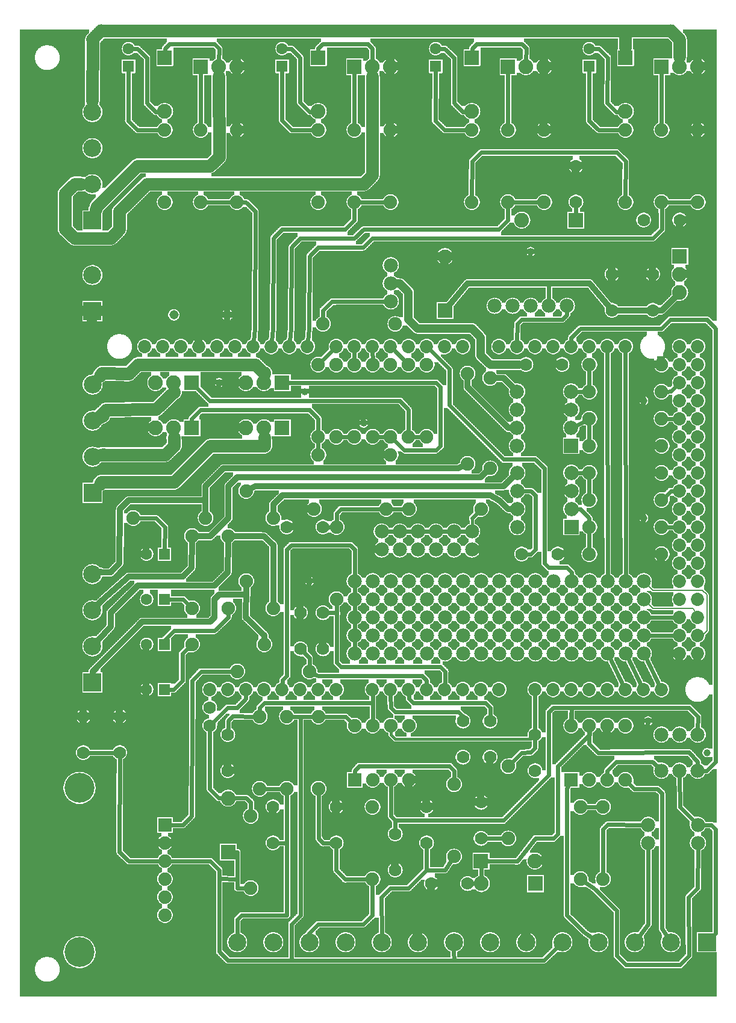
<source format=gtl>
G04 MADE WITH FRITZING*
G04 WWW.FRITZING.ORG*
G04 DOUBLE SIDED*
G04 HOLES PLATED*
G04 CONTOUR ON CENTER OF CONTOUR VECTOR*
%ASAXBY*%
%FSLAX23Y23*%
%MOIN*%
%OFA0B0*%
%SFA1.0B1.0*%
%ADD10C,0.075000*%
%ADD11C,0.074000*%
%ADD12C,0.165354*%
%ADD13C,0.070000*%
%ADD14C,0.039370*%
%ADD15C,0.082000*%
%ADD16C,0.078000*%
%ADD17C,0.072917*%
%ADD18C,0.051496*%
%ADD19C,0.079370*%
%ADD20C,0.062992*%
%ADD21C,0.099055*%
%ADD22R,0.074000X0.074000*%
%ADD23R,0.082000X0.082000*%
%ADD24R,0.075000X0.075000*%
%ADD25R,0.079370X0.079370*%
%ADD26R,0.062992X0.062992*%
%ADD27R,0.099055X0.099055*%
%ADD28C,0.024000*%
%ADD29C,0.032000*%
%ADD30C,0.016000*%
%ADD31C,0.048000*%
%ADD32C,0.008000*%
%ADD33R,0.001000X0.001000*%
%LNCOPPER1*%
G90*
G70*
G54D10*
X1682Y5118D03*
X1395Y4451D03*
X3482Y2836D03*
X1477Y3548D03*
X3795Y5329D03*
X2241Y3351D03*
X986Y3332D03*
X2007Y3266D03*
X1784Y3045D03*
X2448Y3186D03*
X1282Y2736D03*
X1067Y2495D03*
X1610Y2457D03*
X1894Y1743D03*
X2463Y1836D03*
X3591Y1965D03*
X3776Y1173D03*
X3349Y1136D03*
X3674Y998D03*
X291Y5330D03*
G54D11*
X843Y991D03*
X843Y891D03*
X843Y791D03*
X843Y691D03*
X843Y591D03*
X843Y491D03*
G54D12*
X371Y1196D03*
X371Y287D03*
G54D13*
X2118Y941D03*
X2118Y741D03*
X2518Y666D03*
X2318Y666D03*
G54D10*
X1718Y3766D03*
X2118Y3766D03*
G54D14*
X1943Y3216D03*
X1143Y3441D03*
X1618Y3391D03*
X1643Y2341D03*
G54D15*
X2893Y666D03*
X2595Y666D03*
X2593Y791D03*
X2891Y791D03*
G54D10*
X1893Y1241D03*
X1893Y1541D03*
X1993Y1241D03*
X1993Y1541D03*
X2093Y1241D03*
X2093Y1541D03*
X2193Y1241D03*
X2193Y1541D03*
G54D16*
X2693Y2341D03*
X3093Y2341D03*
X2193Y2341D03*
X3393Y2341D03*
X2793Y2341D03*
X3193Y2341D03*
X2993Y2341D03*
X2493Y2341D03*
X1993Y2341D03*
X2293Y2341D03*
X3493Y2341D03*
X2593Y2341D03*
X3293Y2341D03*
X2393Y2341D03*
X2893Y2341D03*
X2093Y2341D03*
X2693Y2241D03*
X3093Y2241D03*
X2193Y2241D03*
X3393Y2241D03*
X2793Y2241D03*
X3193Y2241D03*
X2993Y2241D03*
X2493Y2241D03*
X1993Y2241D03*
X2293Y2241D03*
X3493Y2241D03*
X2593Y2241D03*
X3293Y2241D03*
X2393Y2241D03*
X2893Y2241D03*
X2093Y2241D03*
X2693Y2141D03*
X3093Y2141D03*
X2193Y2141D03*
X3393Y2141D03*
X2793Y2141D03*
X3193Y2141D03*
X2993Y2141D03*
X2493Y2141D03*
X1993Y2141D03*
X2293Y2141D03*
X3493Y2141D03*
X2593Y2141D03*
X3293Y2141D03*
X2393Y2141D03*
X2893Y2141D03*
X2093Y2141D03*
X1993Y2041D03*
X3193Y2041D03*
X2493Y2041D03*
X2793Y2041D03*
X3393Y2041D03*
X3293Y2041D03*
X2393Y2041D03*
X2193Y2041D03*
X2993Y2041D03*
X2693Y2041D03*
X2293Y2041D03*
X2093Y2041D03*
X3093Y2041D03*
X2893Y2041D03*
X2593Y2041D03*
X3493Y2041D03*
X1993Y1941D03*
X2093Y1941D03*
X2193Y1941D03*
X2293Y1941D03*
X2393Y1941D03*
X2493Y1941D03*
X2593Y1941D03*
X2693Y1941D03*
X2793Y1941D03*
X2893Y1941D03*
X2993Y1941D03*
X3093Y1941D03*
X3193Y1941D03*
X3293Y1941D03*
X3393Y1941D03*
X3493Y1941D03*
X1893Y1941D03*
X1893Y2041D03*
X1893Y2141D03*
X1893Y2241D03*
X1893Y2341D03*
X2543Y2616D03*
X2443Y2616D03*
X2343Y2616D03*
X2243Y2616D03*
X2143Y2616D03*
X2043Y2616D03*
X2543Y2616D03*
X2443Y2616D03*
X2343Y2616D03*
X2243Y2616D03*
X2143Y2616D03*
X2043Y2616D03*
X2043Y2516D03*
X2143Y2516D03*
X2243Y2516D03*
X2343Y2516D03*
X2443Y2516D03*
X2543Y2516D03*
G54D14*
X3493Y3341D03*
X3843Y1391D03*
X3518Y1566D03*
X3493Y2691D03*
X2868Y4166D03*
G54D15*
X992Y3441D03*
X892Y3441D03*
X792Y3441D03*
X1492Y3441D03*
X1392Y3441D03*
X1292Y3441D03*
X1492Y3191D03*
X1392Y3191D03*
X1292Y3191D03*
X992Y3191D03*
X892Y3191D03*
X792Y3191D03*
G54D13*
X1092Y1641D03*
X1092Y1541D03*
G54D10*
X1318Y641D03*
X1318Y1041D03*
G54D17*
X2992Y1741D03*
X1392Y1741D03*
X3092Y1741D03*
X3192Y1741D03*
X3292Y1741D03*
X3392Y1741D03*
X3692Y3141D03*
X3492Y1741D03*
X3592Y1741D03*
X1432Y3641D03*
X1992Y1741D03*
X2092Y1741D03*
X2192Y1741D03*
X2292Y1741D03*
X3692Y2341D03*
X2392Y1741D03*
X2492Y1741D03*
X2592Y1741D03*
X2692Y1741D03*
X2192Y3641D03*
X3692Y3541D03*
X3692Y2741D03*
X3692Y1941D03*
X1032Y3641D03*
X1792Y1741D03*
X1792Y3641D03*
X3692Y3341D03*
X3692Y2941D03*
X3692Y2541D03*
X3392Y3641D03*
X3692Y2141D03*
X3292Y3641D03*
X3192Y3641D03*
X3092Y3641D03*
X2992Y3641D03*
X2892Y3641D03*
X2792Y3641D03*
X2692Y3641D03*
X832Y3641D03*
X1232Y3641D03*
X1632Y3641D03*
X1192Y1741D03*
X1592Y1741D03*
X2392Y3641D03*
X1992Y3641D03*
X3692Y3641D03*
X3692Y3441D03*
X3692Y3241D03*
X3692Y3041D03*
X3692Y2841D03*
X3692Y2641D03*
X3692Y2441D03*
X3692Y2241D03*
X3692Y2041D03*
X732Y3641D03*
X932Y3641D03*
X1132Y3641D03*
X1332Y3641D03*
X1532Y3641D03*
X1092Y1741D03*
X1292Y1741D03*
X1492Y1741D03*
X1692Y1741D03*
X2492Y3641D03*
X2292Y3641D03*
X2092Y3641D03*
X1892Y3641D03*
X3792Y3641D03*
X3792Y3541D03*
X3792Y3441D03*
X3792Y3341D03*
X3792Y3241D03*
X3792Y3141D03*
X3792Y3041D03*
X3792Y2941D03*
X3792Y2841D03*
X3792Y2741D03*
X3792Y2641D03*
X3792Y2541D03*
X3792Y2441D03*
X3792Y2341D03*
X3792Y2241D03*
X3792Y2141D03*
X3792Y2041D03*
X3792Y1941D03*
X2892Y1741D03*
G54D15*
X2393Y3841D03*
X2393Y4139D03*
G54D10*
X1243Y1841D03*
X1643Y1841D03*
X3092Y1241D03*
X3092Y1541D03*
X3192Y1241D03*
X3192Y1541D03*
X3292Y1241D03*
X3292Y1541D03*
X3392Y1241D03*
X3392Y1541D03*
G54D16*
X3592Y1291D03*
X3692Y1291D03*
X3792Y1291D03*
X3792Y1491D03*
X3692Y1491D03*
X3592Y1491D03*
X2093Y3891D03*
X2093Y3991D03*
X2093Y4091D03*
G54D10*
X3143Y1091D03*
X3143Y691D03*
X3268Y1091D03*
X3268Y691D03*
G54D16*
X3518Y991D03*
X3518Y891D03*
X3793Y991D03*
X3793Y891D03*
G54D10*
X3592Y2491D03*
X3192Y2491D03*
X2292Y3541D03*
X2292Y3141D03*
X1792Y3541D03*
X1792Y3141D03*
X3592Y3091D03*
X3192Y3091D03*
X3592Y2941D03*
X3192Y2941D03*
X2092Y3541D03*
X2092Y3141D03*
X2092Y3041D03*
X1692Y3041D03*
X3592Y3541D03*
X3192Y3541D03*
G54D15*
X3692Y4141D03*
X3692Y4041D03*
X3692Y3941D03*
G54D13*
X3693Y4341D03*
X3493Y4341D03*
X3543Y4041D03*
X3543Y3841D03*
X3118Y4641D03*
X3118Y4441D03*
X3318Y4041D03*
X3318Y3841D03*
G54D15*
X3116Y4341D03*
X2818Y4341D03*
G54D16*
X2668Y3866D03*
X2768Y3866D03*
X2868Y3866D03*
X2968Y3866D03*
X3068Y3866D03*
G54D18*
X893Y3816D03*
X1189Y3816D03*
X893Y3816D03*
X1189Y3816D03*
G54D19*
X3093Y2641D03*
X2793Y2641D03*
X3093Y2741D03*
X2793Y2741D03*
X3093Y2841D03*
X2793Y2841D03*
X3093Y2941D03*
X2793Y2941D03*
X3092Y3091D03*
X2792Y3091D03*
X3092Y3191D03*
X2792Y3191D03*
X3092Y3291D03*
X2792Y3291D03*
X3092Y3391D03*
X2792Y3391D03*
G54D10*
X3592Y2641D03*
X3192Y2641D03*
X2192Y3541D03*
X2192Y3141D03*
X1892Y3541D03*
X1892Y3141D03*
X3592Y3241D03*
X3192Y3241D03*
X3592Y2791D03*
X3192Y2791D03*
X1993Y3541D03*
X1993Y3141D03*
X1692Y3541D03*
X1692Y3141D03*
X3592Y3391D03*
X3192Y3391D03*
G54D13*
X3018Y2491D03*
X2818Y2491D03*
X3042Y3541D03*
X2842Y3541D03*
G54D10*
X1443Y2191D03*
X1443Y2691D03*
X2518Y2991D03*
X2518Y3491D03*
X1293Y2841D03*
X1293Y2341D03*
X2643Y3466D03*
X2643Y2966D03*
X1193Y2191D03*
X1193Y2591D03*
X668Y2691D03*
X1068Y2691D03*
X993Y1991D03*
X1393Y1991D03*
X993Y2191D03*
X993Y2591D03*
G54D20*
X841Y1991D03*
X742Y1991D03*
X841Y2491D03*
X742Y2491D03*
X841Y1741D03*
X742Y1741D03*
X841Y2241D03*
X742Y2241D03*
G54D10*
X2068Y2741D03*
X1668Y2741D03*
X1693Y1591D03*
X1693Y1191D03*
X1518Y1591D03*
X1518Y1191D03*
G54D13*
X2493Y1366D03*
X2493Y1566D03*
X1792Y1091D03*
X1792Y891D03*
X1192Y1291D03*
X1192Y1491D03*
X1442Y1091D03*
X1442Y891D03*
G54D10*
X1992Y691D03*
X1992Y1091D03*
X1368Y1191D03*
X1368Y1591D03*
G54D15*
X1193Y841D03*
X1193Y1139D03*
G54D21*
X443Y2830D03*
X443Y3030D03*
X443Y3230D03*
X443Y3430D03*
X3843Y341D03*
X3643Y341D03*
X3443Y341D03*
X3243Y341D03*
X3043Y341D03*
X2843Y341D03*
X2643Y341D03*
X2443Y341D03*
X2243Y341D03*
X2043Y341D03*
X1843Y341D03*
X1643Y341D03*
X1443Y341D03*
X1243Y341D03*
G54D13*
X2892Y1291D03*
X2892Y1491D03*
X1593Y1966D03*
X1593Y2166D03*
X2643Y1366D03*
X2643Y1566D03*
X392Y1591D03*
X392Y1391D03*
X593Y1591D03*
X593Y1391D03*
X2593Y1116D03*
X2593Y916D03*
X2292Y1091D03*
X2292Y891D03*
G54D10*
X2743Y916D03*
X2743Y1316D03*
X2443Y816D03*
X2443Y1216D03*
X2593Y2741D03*
X2193Y2741D03*
G54D13*
X1518Y2641D03*
X1718Y2641D03*
X1718Y1966D03*
X1718Y2166D03*
G54D10*
X1793Y2641D03*
X1793Y2241D03*
X842Y4441D03*
X842Y4841D03*
X2542Y4441D03*
X2542Y4841D03*
X1692Y4441D03*
X1692Y4841D03*
X3392Y4441D03*
X3392Y4841D03*
G54D20*
X642Y5193D03*
X642Y5291D03*
X2342Y5193D03*
X2342Y5291D03*
X1492Y5193D03*
X1492Y5291D03*
X3192Y5193D03*
X3192Y5291D03*
G54D15*
X842Y5241D03*
X842Y4943D03*
X2542Y5241D03*
X2542Y4943D03*
X1692Y5241D03*
X1692Y4943D03*
X3392Y5241D03*
X3392Y4943D03*
X1042Y5191D03*
X1142Y5191D03*
X1242Y5191D03*
X2742Y5191D03*
X2842Y5191D03*
X2942Y5191D03*
X1892Y5191D03*
X1992Y5191D03*
X2092Y5191D03*
X3592Y5191D03*
X3692Y5191D03*
X3792Y5191D03*
G54D10*
X1042Y4441D03*
X1042Y4841D03*
X2742Y4441D03*
X2742Y4841D03*
X1892Y4441D03*
X1892Y4841D03*
X3592Y4441D03*
X3592Y4841D03*
X1242Y4441D03*
X1242Y4841D03*
X2942Y4441D03*
X2942Y4841D03*
X2092Y4441D03*
X2092Y4841D03*
X3792Y4441D03*
X3792Y4841D03*
G54D21*
X442Y3837D03*
X442Y4037D03*
X442Y1780D03*
X442Y1980D03*
X442Y2180D03*
X442Y2380D03*
X442Y4340D03*
X442Y4540D03*
X442Y4740D03*
X442Y4940D03*
G54D22*
X843Y991D03*
G54D23*
X2894Y666D03*
X2592Y791D03*
G54D24*
X1893Y1241D03*
G54D23*
X992Y3441D03*
X1492Y3441D03*
X1492Y3191D03*
X992Y3191D03*
X2393Y3840D03*
G54D24*
X3092Y1241D03*
G54D23*
X3692Y4141D03*
X3117Y4341D03*
G54D25*
X3093Y2641D03*
X3092Y3091D03*
G54D26*
X841Y1991D03*
X841Y2491D03*
X841Y1741D03*
X841Y2241D03*
G54D23*
X1193Y840D03*
G54D27*
X443Y2830D03*
X3843Y341D03*
G54D26*
X642Y5193D03*
X2342Y5193D03*
X1492Y5193D03*
X3192Y5193D03*
G54D23*
X842Y5242D03*
X2542Y5242D03*
X1692Y5242D03*
X3392Y5242D03*
X1042Y5191D03*
X2742Y5191D03*
X1892Y5191D03*
X3592Y5191D03*
G54D27*
X442Y3837D03*
X442Y1780D03*
X442Y4340D03*
G54D28*
X2818Y3791D02*
X3043Y3791D01*
D02*
X3043Y3791D02*
X3068Y3816D01*
D02*
X3068Y3816D02*
X3068Y3836D01*
D02*
X2793Y3766D02*
X2818Y3791D01*
D02*
X2792Y3672D02*
X2793Y3766D01*
D02*
X2968Y3991D02*
X2968Y3897D01*
G54D29*
D02*
X3512Y3841D02*
X3350Y3841D01*
D02*
X3593Y3841D02*
X3575Y3841D01*
D02*
X3666Y3915D02*
X3593Y3841D01*
G54D28*
D02*
X3468Y374D02*
X3519Y441D01*
D02*
X3519Y441D02*
X3518Y861D01*
D02*
X3694Y1090D02*
X3692Y1261D01*
D02*
X3772Y1013D02*
X3694Y1090D01*
D02*
X2544Y666D02*
X2563Y666D01*
D02*
X3695Y216D02*
X3743Y267D01*
D02*
X3395Y216D02*
X3695Y216D01*
D02*
X3343Y267D02*
X3395Y216D01*
D02*
X3743Y267D02*
X3742Y591D01*
D02*
X3792Y641D02*
X3793Y861D01*
D02*
X3343Y516D02*
X3343Y267D01*
D02*
X3217Y641D02*
X3343Y516D01*
D02*
X3167Y675D02*
X3217Y641D01*
D02*
X3742Y591D02*
X3792Y641D01*
D02*
X2619Y916D02*
X2669Y916D01*
D02*
X2669Y916D02*
X2715Y916D01*
D02*
X2095Y1041D02*
X2093Y1213D01*
D02*
X2117Y1016D02*
X2118Y968D01*
G54D29*
D02*
X2643Y2816D02*
X1495Y2816D01*
D02*
X1495Y2816D02*
X1443Y2767D01*
D02*
X1443Y2767D02*
X1443Y2726D01*
D02*
X2691Y2790D02*
X2643Y2816D01*
D02*
X2743Y2741D02*
X2691Y2790D01*
D02*
X1195Y2690D02*
X1195Y2867D01*
D02*
X2757Y2741D02*
X2743Y2741D01*
D02*
X2767Y3417D02*
X2717Y3467D01*
D02*
X2717Y3467D02*
X2677Y3467D01*
D02*
X2591Y2916D02*
X2619Y2943D01*
G54D28*
D02*
X1795Y2716D02*
X1817Y2741D01*
D02*
X1817Y2741D02*
X2040Y2741D01*
G54D29*
D02*
X1095Y2590D02*
X1195Y2690D01*
D02*
X1195Y2867D02*
X1243Y2916D01*
G54D28*
D02*
X1794Y2670D02*
X1795Y2716D01*
G54D29*
D02*
X1243Y2916D02*
X2591Y2916D01*
D02*
X1027Y2591D02*
X1095Y2590D01*
G54D28*
D02*
X1769Y3890D02*
X2063Y3891D01*
D02*
X1717Y3841D02*
X1769Y3890D01*
D02*
X1718Y3795D02*
X1717Y3841D01*
D02*
X2165Y2741D02*
X2097Y2741D01*
D02*
X1744Y2641D02*
X1765Y2641D01*
D02*
X843Y2641D02*
X795Y2690D01*
D02*
X795Y2690D02*
X697Y2691D01*
G54D29*
D02*
X1391Y2590D02*
X1443Y2541D01*
D02*
X1443Y2541D02*
X1443Y2226D01*
G54D28*
D02*
X2221Y3141D02*
X2264Y3141D01*
G54D29*
D02*
X1227Y2591D02*
X1391Y2590D01*
G54D28*
D02*
X841Y2518D02*
X843Y2641D01*
D02*
X3543Y4241D02*
X3594Y4290D01*
D02*
X1644Y4141D02*
X1692Y4190D01*
D02*
X1642Y3741D02*
X1644Y4141D01*
D02*
X1692Y4190D02*
X1940Y4190D01*
D02*
X1940Y4190D02*
X1992Y4241D01*
D02*
X1992Y4241D02*
X3543Y4241D01*
D02*
X1592Y4241D02*
X1892Y4241D01*
D02*
X1892Y4241D02*
X1944Y4290D01*
D02*
X1635Y3672D02*
X1642Y3741D01*
D02*
X3594Y4290D02*
X3593Y4413D01*
D02*
X1444Y4241D02*
X1492Y4290D01*
D02*
X1544Y4190D02*
X1592Y4241D01*
D02*
X2692Y4290D02*
X2741Y4341D01*
D02*
X1542Y3741D02*
X1544Y4190D01*
D02*
X1442Y3741D02*
X1444Y4241D01*
D02*
X1944Y4290D02*
X2692Y4290D01*
D02*
X1435Y3672D02*
X1442Y3741D01*
D02*
X1492Y4290D02*
X1840Y4290D01*
D02*
X1535Y3672D02*
X1542Y3741D01*
D02*
X2741Y4341D02*
X2742Y4413D01*
G54D29*
D02*
X1394Y2041D02*
X1291Y2141D01*
G54D28*
D02*
X1344Y4390D02*
X1292Y4441D01*
D02*
X1892Y4341D02*
X1892Y4413D01*
G54D29*
D02*
X1291Y2141D02*
X1293Y2307D01*
D02*
X1394Y2026D02*
X1394Y2041D01*
G54D28*
D02*
X1342Y3741D02*
X1344Y4390D01*
D02*
X1335Y3672D02*
X1342Y3741D01*
D02*
X1292Y4441D02*
X1271Y4441D01*
D02*
X1840Y4290D02*
X1892Y4341D01*
D02*
X843Y2016D02*
X895Y2067D01*
D02*
X1117Y2067D02*
X1195Y2141D01*
D02*
X1195Y2141D02*
X1194Y2163D01*
D02*
X892Y1741D02*
X940Y1790D01*
D02*
X940Y1790D02*
X940Y1941D01*
D02*
X940Y1941D02*
X992Y1990D01*
D02*
X992Y1990D02*
X978Y1967D01*
D02*
X867Y1741D02*
X892Y1741D01*
D02*
X895Y2067D02*
X1117Y2067D01*
D02*
X844Y2018D02*
X843Y2016D01*
G54D30*
D02*
X2543Y2690D02*
X2543Y2641D01*
G54D28*
D02*
X2573Y2721D02*
X2543Y2690D01*
D02*
X1864Y3141D02*
X1821Y3141D01*
D02*
X2022Y3141D02*
X2064Y3141D01*
D02*
X1692Y3070D02*
X1692Y3113D01*
D02*
X3069Y2416D02*
X3095Y2390D01*
D02*
X2969Y2416D02*
X3069Y2416D01*
D02*
X2943Y2967D02*
X2943Y2441D01*
D02*
X2943Y2441D02*
X2969Y2416D01*
D02*
X2891Y3016D02*
X2943Y2967D01*
D02*
X2717Y3016D02*
X2891Y3016D01*
D02*
X2417Y3316D02*
X2717Y3016D01*
D02*
X2417Y3516D02*
X2417Y3316D01*
D02*
X2313Y3620D02*
X2417Y3516D01*
D02*
X1243Y841D02*
X1225Y841D01*
D02*
X1144Y693D02*
X1144Y741D01*
D02*
X1244Y690D02*
X1144Y693D01*
D02*
X1244Y690D02*
X1243Y841D01*
D02*
X1192Y241D02*
X1143Y290D01*
D02*
X1093Y791D02*
X874Y791D01*
D02*
X1144Y741D02*
X1093Y791D01*
D02*
X1244Y641D02*
X1244Y690D01*
D02*
X1143Y290D02*
X1144Y693D01*
D02*
X1543Y241D02*
X1192Y241D01*
D02*
X2444Y241D02*
X2442Y291D01*
D02*
X2992Y290D02*
X2940Y241D01*
D02*
X2444Y241D02*
X1543Y241D01*
D02*
X2940Y241D02*
X2444Y241D01*
D02*
X2442Y291D02*
X2442Y301D01*
D02*
X1543Y441D02*
X1543Y241D01*
D02*
X1593Y491D02*
X1543Y441D01*
D02*
X1290Y641D02*
X1244Y641D01*
D02*
X1593Y1591D02*
X1593Y491D01*
D02*
X1043Y1841D02*
X1215Y1841D01*
D02*
X995Y1590D02*
X995Y1790D01*
D02*
X995Y1790D02*
X1043Y1841D01*
D02*
X3015Y313D02*
X2992Y290D01*
D02*
X1593Y1591D02*
X1547Y1591D01*
D02*
X1695Y916D02*
X1717Y890D01*
D02*
X1693Y1163D02*
X1695Y916D01*
D02*
X1717Y890D02*
X1766Y891D01*
D02*
X1665Y1591D02*
X1593Y1591D01*
D02*
X943Y991D02*
X992Y1041D01*
D02*
X874Y991D02*
X943Y991D01*
D02*
X567Y1391D02*
X592Y1391D01*
D02*
X992Y1041D02*
X995Y1590D01*
D02*
X3892Y966D02*
X3892Y391D01*
D02*
X3868Y990D02*
X3892Y966D01*
D02*
X3892Y391D02*
X3872Y371D01*
D02*
X1843Y1590D02*
X1722Y1591D01*
D02*
X1873Y1561D02*
X1843Y1590D01*
D02*
X2269Y1816D02*
X1691Y1816D01*
D02*
X592Y1391D02*
X418Y1391D01*
D02*
X2292Y1791D02*
X2269Y1816D01*
D02*
X2292Y1772D02*
X2292Y1791D01*
D02*
X1691Y1816D02*
X1668Y1828D01*
D02*
X2869Y1393D02*
X2891Y1416D01*
G54D31*
D02*
X1249Y3441D02*
X1173Y3441D01*
G54D28*
D02*
X3823Y991D02*
X3868Y990D01*
D02*
X2818Y1391D02*
X2869Y1393D01*
D02*
X2794Y1367D02*
X2818Y1391D01*
D02*
X3172Y1091D02*
X3240Y1091D01*
D02*
X2891Y1416D02*
X2892Y1465D01*
D02*
X2764Y1337D02*
X2794Y1367D01*
D02*
X3095Y2390D02*
X3094Y2372D01*
D02*
X3640Y3790D02*
X3592Y3741D01*
D02*
X1092Y3341D02*
X2144Y3341D01*
D02*
X2144Y3341D02*
X2192Y3290D01*
D02*
X1015Y3419D02*
X1092Y3341D01*
D02*
X2192Y3290D02*
X2192Y3170D01*
D02*
X2172Y3562D02*
X2113Y3620D01*
D02*
X1993Y3570D02*
X1992Y3611D01*
D02*
X1892Y3570D02*
X1892Y3611D01*
D02*
X1712Y3562D02*
X1771Y3620D01*
D02*
X3144Y3741D02*
X3092Y3690D01*
D02*
X3092Y3690D02*
X3092Y3672D01*
D02*
X3592Y3741D02*
X3144Y3741D01*
D02*
X3844Y3790D02*
X3640Y3790D01*
D02*
X3892Y1341D02*
X3892Y3741D01*
D02*
X3892Y3741D02*
X3844Y3790D01*
D02*
X3842Y1291D02*
X3892Y1341D01*
D02*
X3822Y1291D02*
X3842Y1291D01*
D02*
X3243Y5290D02*
X3219Y5291D01*
D02*
X3592Y5159D02*
X3592Y4870D01*
D02*
X3294Y5241D02*
X3243Y5290D01*
D02*
X2819Y5317D02*
X2843Y5293D01*
D02*
X2568Y5317D02*
X2819Y5317D01*
D02*
X3192Y4890D02*
X3192Y5166D01*
D02*
X3292Y4990D02*
X3294Y5241D01*
D02*
X2543Y5290D02*
X2568Y5317D01*
D02*
X2543Y5274D02*
X2543Y5290D01*
D02*
X3364Y4841D02*
X3244Y4841D01*
D02*
X3244Y4841D02*
X3192Y4890D01*
D02*
X3340Y4941D02*
X3292Y4990D01*
D02*
X3360Y4942D02*
X3340Y4941D01*
D02*
X868Y5317D02*
X843Y5290D01*
D02*
X1119Y5317D02*
X868Y5317D01*
D02*
X1992Y5290D02*
X1968Y5317D01*
D02*
X1719Y5317D02*
X1692Y5293D01*
D02*
X1142Y5224D02*
X1143Y5290D01*
D02*
X1143Y5290D02*
X1119Y5317D01*
D02*
X1692Y5293D02*
X1692Y5274D01*
D02*
X1992Y5224D02*
X1992Y5290D01*
D02*
X1968Y5317D02*
X1719Y5317D01*
D02*
X2843Y5293D02*
X2842Y5224D01*
D02*
X2868Y2841D02*
X2894Y2817D01*
D02*
X2894Y2817D02*
X2894Y2517D01*
D02*
X2894Y2517D02*
X2868Y2490D01*
D02*
X1643Y1917D02*
X1612Y1948D01*
D02*
X1643Y1870D02*
X1643Y1917D01*
D02*
X2868Y2490D02*
X2844Y2491D01*
D02*
X3169Y393D02*
X3210Y365D01*
D02*
X3069Y490D02*
X3169Y393D01*
D02*
X3069Y1193D02*
X3069Y1141D01*
D02*
X3069Y1141D02*
X3069Y490D01*
D02*
X3080Y1216D02*
X3069Y1193D01*
D02*
X3018Y1316D02*
X3193Y1491D01*
D02*
X2824Y2841D02*
X2868Y2841D01*
D02*
X843Y5290D02*
X843Y5274D01*
D02*
X2994Y917D02*
X3019Y941D01*
D02*
X2894Y917D02*
X2994Y917D01*
D02*
X3019Y941D02*
X3018Y1316D01*
D02*
X2095Y1041D02*
X2117Y1016D01*
D02*
X2968Y1616D02*
X2993Y1641D01*
D02*
X2117Y1016D02*
X2717Y1016D01*
D02*
X2717Y1016D02*
X2969Y1267D01*
D02*
X2969Y1267D02*
X2968Y1616D01*
D02*
X3193Y1491D02*
X3193Y1513D01*
D02*
X2795Y790D02*
X2894Y917D01*
D02*
X2625Y791D02*
X2795Y790D01*
D02*
X3743Y1641D02*
X3093Y1641D01*
D02*
X3093Y1591D02*
X3093Y1570D01*
D02*
X3093Y1641D02*
X3093Y1591D01*
D02*
X3792Y1522D02*
X3793Y1591D01*
D02*
X3793Y1591D02*
X3743Y1641D01*
D02*
X2993Y1641D02*
X3093Y1641D01*
D02*
X2594Y759D02*
X2595Y699D01*
D02*
X3093Y1641D02*
X3092Y1591D01*
D02*
X3092Y1591D02*
X3092Y1570D01*
D02*
X3117Y4374D02*
X3118Y4415D01*
D02*
X1893Y2111D02*
X1893Y2072D01*
D02*
X1893Y2211D02*
X1893Y2172D01*
D02*
X1893Y2311D02*
X1893Y2272D01*
D02*
X1894Y2517D02*
X1893Y2372D01*
D02*
X3393Y2372D02*
X3392Y3611D01*
D02*
X3293Y2372D02*
X3292Y3611D01*
D02*
X3523Y2141D02*
X3662Y2141D01*
D02*
X3523Y2041D02*
X3662Y2041D01*
D02*
X1893Y2011D02*
X1893Y1972D01*
D02*
X1795Y2167D02*
X1794Y2213D01*
D02*
X1993Y1667D02*
X1993Y1570D01*
D02*
X1393Y1666D02*
X1368Y1641D01*
D02*
X1368Y1641D02*
X1368Y1620D01*
D02*
X1993Y1667D02*
X1393Y1666D01*
D02*
X1993Y1711D02*
X1993Y1667D01*
D02*
X1217Y1593D02*
X1195Y1567D01*
D02*
X1195Y1567D02*
X1193Y1518D01*
D02*
X1340Y1592D02*
X1217Y1593D01*
D02*
X1919Y1317D02*
X2419Y1317D01*
D02*
X1894Y1290D02*
X1919Y1317D01*
D02*
X2419Y1317D02*
X2443Y1290D01*
D02*
X2443Y1290D02*
X2443Y1245D01*
D02*
X1894Y1270D02*
X1894Y1290D01*
D02*
X3343Y4716D02*
X3393Y4666D01*
D02*
X2593Y4716D02*
X3343Y4716D01*
D02*
X2543Y4666D02*
X2593Y4716D01*
D02*
X3393Y4666D02*
X3392Y4470D01*
D02*
X2542Y4470D02*
X2543Y4666D01*
D02*
X1518Y891D02*
X1468Y891D01*
D02*
X1518Y891D02*
X1518Y491D01*
D02*
X1268Y491D02*
X1243Y466D01*
D02*
X1243Y366D02*
X1243Y382D01*
D02*
X1243Y466D02*
X1243Y366D01*
D02*
X1518Y491D02*
X1268Y491D01*
D02*
X1518Y1163D02*
X1518Y891D01*
G54D30*
D02*
X2118Y1467D02*
X2869Y1467D01*
D02*
X2869Y1467D02*
X2878Y1477D01*
D02*
X2094Y1518D02*
X2094Y1491D01*
D02*
X2094Y1491D02*
X2118Y1467D01*
G54D28*
D02*
X1795Y2167D02*
X1793Y1891D01*
D02*
X1817Y1867D02*
X2369Y1867D01*
D02*
X1793Y1891D02*
X1817Y1867D01*
D02*
X2369Y1867D02*
X2395Y1841D01*
D02*
X2395Y1841D02*
X2393Y1772D01*
D02*
X1744Y2167D02*
X1795Y2167D01*
D02*
X2118Y1616D02*
X2093Y1641D01*
D02*
X2468Y1616D02*
X2118Y1616D01*
D02*
X2493Y1591D02*
X2468Y1616D01*
D02*
X2493Y1593D02*
X2493Y1591D01*
D02*
X2093Y1641D02*
X2092Y1711D01*
D02*
X2892Y1518D02*
X2892Y1711D01*
G54D29*
D02*
X595Y2741D02*
X643Y2790D01*
D02*
X543Y2390D02*
X592Y2441D01*
D02*
X592Y2441D02*
X595Y2741D01*
D02*
X643Y2790D02*
X869Y2790D01*
D02*
X869Y2790D02*
X1069Y2790D01*
D02*
X1069Y2790D02*
X1069Y2726D01*
D02*
X469Y2390D02*
X543Y2390D01*
D02*
X486Y2395D02*
X469Y2390D01*
G54D28*
D02*
X3164Y2941D02*
X3124Y2941D01*
D02*
X2313Y2616D02*
X2273Y2616D01*
D02*
X2413Y2616D02*
X2373Y2616D01*
D02*
X2513Y2616D02*
X2473Y2616D01*
D02*
X2343Y3067D02*
X2169Y3067D01*
D02*
X2169Y3067D02*
X2113Y3122D01*
D02*
X2369Y3090D02*
X2343Y3067D01*
D02*
X2369Y3416D02*
X2369Y3090D01*
D02*
X2343Y3441D02*
X2369Y3416D01*
D02*
X1524Y3441D02*
X2343Y3441D01*
D02*
X3307Y1914D02*
X3379Y1769D01*
D02*
X3407Y1914D02*
X3479Y1769D01*
D02*
X3507Y1914D02*
X3579Y1769D01*
D02*
X2113Y2616D02*
X2073Y2616D01*
D02*
X2213Y2616D02*
X2173Y2616D01*
G54D32*
D02*
X3543Y2290D02*
X3510Y2324D01*
D02*
X3818Y2291D02*
X3543Y2290D01*
D02*
X3843Y2266D02*
X3818Y2291D01*
D02*
X3843Y2066D02*
X3843Y2266D01*
D02*
X3819Y2041D02*
X3843Y2066D01*
D02*
X3817Y2041D02*
X3819Y2041D01*
D02*
X3768Y2191D02*
X3543Y2191D01*
D02*
X3543Y2191D02*
X3511Y2224D01*
D02*
X3781Y2164D02*
X3768Y2191D01*
G54D13*
D02*
X494Y3493D02*
X483Y3479D01*
D02*
X643Y3490D02*
X494Y3493D01*
D02*
X694Y3541D02*
X643Y3490D01*
D02*
X695Y3541D02*
X694Y3541D01*
D02*
X1343Y3541D02*
X695Y3541D01*
D02*
X1395Y3490D02*
X1343Y3541D01*
D02*
X1395Y3496D02*
X1395Y3490D01*
D02*
X517Y3290D02*
X468Y3241D01*
D02*
X468Y3241D02*
X501Y3256D01*
D02*
X794Y3293D02*
X517Y3290D01*
D02*
X895Y3390D02*
X794Y3293D01*
D02*
X895Y3387D02*
X895Y3390D01*
D02*
X491Y2890D02*
X483Y2879D01*
D02*
X895Y2890D02*
X491Y2890D01*
D02*
X1095Y3090D02*
X895Y2890D01*
D02*
X1395Y3090D02*
X1095Y3090D01*
D02*
X1394Y3137D02*
X1395Y3090D01*
D02*
X492Y3041D02*
X505Y3044D01*
D02*
X843Y3041D02*
X492Y3041D01*
D02*
X895Y3090D02*
X843Y3041D01*
D02*
X894Y3137D02*
X895Y3090D01*
G54D28*
D02*
X2443Y5241D02*
X2444Y4990D01*
D02*
X2340Y4890D02*
X2342Y5166D01*
D02*
X2444Y4990D02*
X2492Y4941D01*
D02*
X2514Y4841D02*
X2392Y4841D01*
D02*
X2392Y4841D02*
X2340Y4890D01*
G54D13*
D02*
X292Y4490D02*
X292Y4290D01*
D02*
X343Y4241D02*
X543Y4241D01*
D02*
X543Y4241D02*
X592Y4290D01*
D02*
X743Y4541D02*
X1943Y4541D01*
D02*
X592Y4390D02*
X743Y4541D01*
D02*
X592Y4290D02*
X592Y4390D01*
D02*
X292Y4290D02*
X343Y4241D01*
D02*
X343Y4541D02*
X292Y4490D01*
D02*
X1943Y4541D02*
X1992Y4590D01*
G54D28*
D02*
X1492Y4893D02*
X1492Y5166D01*
G54D13*
D02*
X379Y4541D02*
X343Y4541D01*
D02*
X1992Y4590D02*
X1992Y5137D01*
G54D28*
D02*
X1892Y4870D02*
X1892Y5159D01*
D02*
X1543Y4841D02*
X1492Y4893D01*
D02*
X2492Y4941D02*
X2510Y4942D01*
D02*
X2369Y5291D02*
X2392Y5290D01*
D02*
X2392Y5290D02*
X2443Y5241D01*
D02*
X1592Y5241D02*
X1592Y4993D01*
D02*
X1592Y4993D02*
X1643Y4941D01*
D02*
X1664Y4841D02*
X1543Y4841D01*
D02*
X1543Y5290D02*
X1592Y5241D01*
D02*
X1519Y5291D02*
X1543Y5290D01*
D02*
X1643Y4941D02*
X1660Y4942D01*
G54D13*
D02*
X1092Y4641D02*
X1143Y4690D01*
D02*
X792Y4641D02*
X1092Y4641D01*
D02*
X468Y4417D02*
X692Y4641D01*
D02*
X692Y4641D02*
X792Y4641D01*
D02*
X462Y4400D02*
X468Y4417D01*
G54D28*
D02*
X743Y5241D02*
X743Y4990D01*
D02*
X743Y4990D02*
X792Y4941D01*
D02*
X1042Y5159D02*
X1042Y4870D01*
G54D13*
D02*
X1143Y4690D02*
X1142Y5137D01*
G54D28*
D02*
X2742Y4870D02*
X2742Y5159D01*
D02*
X692Y5290D02*
X743Y5241D01*
D02*
X669Y5291D02*
X692Y5290D01*
D02*
X792Y4941D02*
X810Y4942D01*
D02*
X641Y4890D02*
X642Y5166D01*
D02*
X814Y4841D02*
X692Y4841D01*
D02*
X692Y4841D02*
X641Y4890D01*
D02*
X3192Y1441D02*
X3192Y1513D01*
D02*
X3242Y1391D02*
X3192Y1441D01*
D02*
X3792Y1341D02*
X3744Y1393D01*
D02*
X3744Y1393D02*
X3242Y1391D01*
D02*
X3792Y1322D02*
X3792Y1341D01*
D02*
X1644Y3290D02*
X1692Y3241D01*
D02*
X1040Y3290D02*
X1644Y3290D01*
D02*
X992Y3241D02*
X1040Y3290D01*
D02*
X1692Y3241D02*
X1692Y3170D01*
D02*
X992Y3224D02*
X992Y3241D01*
G54D29*
D02*
X2968Y3991D02*
X3193Y3991D01*
D02*
X2518Y3991D02*
X2968Y3991D01*
D02*
X3193Y3991D02*
X3298Y3866D01*
D02*
X2417Y3870D02*
X2518Y3991D01*
D02*
X543Y2090D02*
X543Y2167D01*
D02*
X543Y2167D02*
X695Y2316D01*
D02*
X474Y2014D02*
X543Y2090D01*
D02*
X1191Y2390D02*
X1193Y2557D01*
D02*
X1117Y2316D02*
X1191Y2390D01*
D02*
X695Y2316D02*
X1117Y2316D01*
G54D28*
D02*
X1092Y1190D02*
X1140Y1141D01*
D02*
X1092Y1515D02*
X1092Y1190D01*
D02*
X1140Y1141D02*
X1161Y1141D01*
D02*
X1319Y1117D02*
X1292Y1141D01*
D02*
X1318Y1070D02*
X1319Y1117D01*
D02*
X1292Y1141D02*
X1225Y1140D01*
D02*
X1244Y1641D02*
X1192Y1641D01*
D02*
X1192Y1641D02*
X1111Y1560D01*
D02*
X1292Y1711D02*
X1292Y1690D01*
D02*
X1292Y1690D02*
X1244Y1641D01*
G54D29*
D02*
X1343Y2867D02*
X1324Y2857D01*
D02*
X2717Y2867D02*
X1343Y2867D01*
D02*
X2767Y2916D02*
X2717Y2867D01*
D02*
X499Y2238D02*
X643Y2367D01*
D02*
X991Y2416D02*
X993Y2557D01*
D02*
X943Y2367D02*
X991Y2416D01*
D02*
X643Y2367D02*
X943Y2367D01*
D02*
X2517Y3416D02*
X2743Y3190D01*
D02*
X2743Y3190D02*
X2756Y3190D01*
D02*
X2518Y3457D02*
X2517Y3416D01*
D02*
X475Y2213D02*
X499Y2238D01*
G54D28*
D02*
X643Y791D02*
X592Y841D01*
D02*
X812Y791D02*
X643Y791D01*
D02*
X3542Y1341D02*
X3571Y1313D01*
D02*
X3342Y1341D02*
X3542Y1341D01*
D02*
X3292Y1291D02*
X3342Y1341D01*
D02*
X3292Y1270D02*
X3292Y1291D01*
D02*
X3492Y1191D02*
X3569Y1190D01*
D02*
X3595Y416D02*
X3621Y376D01*
D02*
X3442Y1191D02*
X3492Y1191D01*
D02*
X3412Y1221D02*
X3442Y1191D01*
D02*
X3569Y1190D02*
X3595Y1167D01*
D02*
X3595Y1167D02*
X3595Y416D01*
D02*
X3269Y967D02*
X3268Y720D01*
D02*
X3295Y993D02*
X3269Y967D01*
D02*
X3488Y992D02*
X3295Y993D01*
G54D31*
D02*
X2192Y3941D02*
X2144Y3990D01*
D02*
X2192Y3790D02*
X2192Y3941D01*
D02*
X2240Y3741D02*
X2192Y3790D01*
D02*
X2144Y3990D02*
X2134Y3990D01*
D02*
X2544Y3741D02*
X2240Y3741D01*
D02*
X2592Y3690D02*
X2544Y3741D01*
D02*
X2592Y3590D02*
X2592Y3690D01*
D02*
X2644Y3541D02*
X2592Y3590D01*
G54D28*
D02*
X1992Y490D02*
X1940Y441D01*
D02*
X1692Y441D02*
X1642Y391D01*
D02*
X1992Y663D02*
X1992Y490D01*
D02*
X2044Y390D02*
X2044Y382D01*
D02*
X2092Y641D02*
X2042Y591D01*
D02*
X3192Y2941D02*
X3192Y2820D01*
D02*
X3192Y3541D02*
X3192Y3420D01*
D02*
X3192Y2613D02*
X3192Y2520D01*
D02*
X3192Y3213D02*
X3192Y3120D01*
G54D29*
D02*
X443Y1841D02*
X443Y1827D01*
D02*
X1095Y2116D02*
X717Y2116D01*
D02*
X1117Y2141D02*
X1095Y2116D01*
D02*
X1117Y2241D02*
X1117Y2141D01*
D02*
X1143Y2267D02*
X1117Y2241D01*
D02*
X1295Y2267D02*
X1143Y2267D01*
D02*
X1294Y2307D02*
X1295Y2267D01*
D02*
X717Y2116D02*
X443Y1841D01*
D02*
X1393Y1991D02*
X1392Y1990D01*
G54D28*
D02*
X1894Y2517D02*
X1869Y2541D01*
D02*
X3643Y2841D02*
X3613Y2811D01*
D02*
X3662Y2841D02*
X3643Y2841D01*
D02*
X3662Y2641D02*
X3621Y2641D01*
D02*
X3191Y2690D02*
X3192Y2670D01*
D02*
X3143Y2741D02*
X3191Y2690D01*
D02*
X3124Y2741D02*
X3143Y2741D01*
D02*
X3120Y3205D02*
X3167Y3229D01*
D02*
X3621Y3241D02*
X3662Y3241D01*
D02*
X3123Y3391D02*
X3164Y3391D01*
D02*
X3643Y3393D02*
X3671Y3420D01*
D02*
X3621Y3392D02*
X3643Y3393D01*
G54D29*
D02*
X2469Y2967D02*
X2488Y2976D01*
D02*
X1169Y2967D02*
X2469Y2967D01*
D02*
X1069Y2867D02*
X1169Y2967D01*
D02*
X1068Y2726D02*
X1069Y2867D01*
G54D28*
D02*
X943Y2241D02*
X973Y2212D01*
D02*
X867Y2241D02*
X943Y2241D01*
G54D31*
D02*
X2644Y3541D02*
X2805Y3541D01*
G54D28*
D02*
X1214Y4441D02*
X1071Y4441D01*
D02*
X2064Y4441D02*
X1921Y4441D01*
D02*
X2914Y4441D02*
X2771Y4441D01*
G54D13*
D02*
X3392Y5390D02*
X3392Y5296D01*
D02*
X3392Y5390D02*
X3643Y5390D01*
D02*
X492Y5390D02*
X3392Y5390D01*
D02*
X3692Y5341D02*
X3692Y5246D01*
D02*
X442Y5003D02*
X443Y5341D01*
G54D28*
D02*
X3621Y4441D02*
X3764Y4441D01*
D02*
X1840Y690D02*
X1964Y691D01*
D02*
X1792Y741D02*
X1840Y690D01*
D02*
X1792Y841D02*
X1792Y741D01*
D02*
X1792Y865D02*
X1792Y841D01*
D02*
X2292Y741D02*
X2393Y741D01*
D02*
X2292Y865D02*
X2292Y741D01*
D02*
X2643Y1641D02*
X2643Y1593D01*
D02*
X2218Y1666D02*
X2618Y1666D01*
D02*
X2618Y1666D02*
X2643Y1641D01*
D02*
X2193Y1691D02*
X2218Y1666D01*
D02*
X2193Y1711D02*
X2193Y1691D01*
D02*
X1397Y1191D02*
X1490Y1191D01*
D02*
X1518Y2516D02*
X1543Y2541D01*
D02*
X1519Y2117D02*
X1518Y2516D01*
D02*
X1519Y1817D02*
X1519Y2117D01*
D02*
X1543Y2541D02*
X1869Y2541D01*
D02*
X1495Y1793D02*
X1519Y1817D01*
D02*
X1494Y1772D02*
X1495Y1793D01*
D02*
X2192Y641D02*
X2092Y641D01*
D02*
X2292Y741D02*
X2192Y641D01*
D02*
X592Y841D02*
X593Y1365D01*
D02*
X1642Y391D02*
X1642Y382D01*
D02*
X1940Y441D02*
X1692Y441D01*
D02*
X2042Y591D02*
X2044Y390D01*
D02*
X2393Y741D02*
X2427Y793D01*
G36*
X1060Y5145D02*
X1060Y4881D01*
X1062Y4881D01*
X1062Y4879D01*
X1066Y4879D01*
X1066Y4877D01*
X1068Y4877D01*
X1068Y4875D01*
X1072Y4875D01*
X1072Y4873D01*
X1074Y4873D01*
X1074Y4869D01*
X1076Y4869D01*
X1076Y4867D01*
X1078Y4867D01*
X1078Y4865D01*
X1080Y4865D01*
X1080Y4861D01*
X1082Y4861D01*
X1082Y4857D01*
X1102Y4857D01*
X1102Y5145D01*
X1060Y5145D01*
G37*
D02*
G36*
X1910Y5145D02*
X1910Y4881D01*
X1912Y4881D01*
X1912Y4879D01*
X1916Y4879D01*
X1916Y4877D01*
X1918Y4877D01*
X1918Y4875D01*
X1922Y4875D01*
X1922Y4873D01*
X1924Y4873D01*
X1924Y4869D01*
X1926Y4869D01*
X1926Y4867D01*
X1928Y4867D01*
X1928Y4865D01*
X1930Y4865D01*
X1930Y4861D01*
X1932Y4861D01*
X1932Y4857D01*
X1952Y4857D01*
X1952Y5145D01*
X1910Y5145D01*
G37*
D02*
G36*
X1132Y5349D02*
X1132Y5329D01*
X1502Y5329D01*
X1502Y5327D01*
X1508Y5327D01*
X1508Y5325D01*
X1510Y5325D01*
X1510Y5323D01*
X1514Y5323D01*
X1514Y5321D01*
X1516Y5321D01*
X1516Y5319D01*
X1518Y5319D01*
X1518Y5317D01*
X1520Y5317D01*
X1520Y5315D01*
X1522Y5315D01*
X1522Y5313D01*
X1524Y5313D01*
X1524Y5309D01*
X1548Y5309D01*
X1548Y5307D01*
X1552Y5307D01*
X1552Y5305D01*
X1556Y5305D01*
X1556Y5303D01*
X1558Y5303D01*
X1558Y5301D01*
X1560Y5301D01*
X1560Y5299D01*
X1562Y5299D01*
X1562Y5297D01*
X1564Y5297D01*
X1564Y5295D01*
X1566Y5295D01*
X1566Y5293D01*
X1568Y5293D01*
X1568Y5291D01*
X1570Y5291D01*
X1570Y5289D01*
X1572Y5289D01*
X1572Y5287D01*
X1574Y5287D01*
X1574Y5285D01*
X1576Y5285D01*
X1576Y5283D01*
X1578Y5283D01*
X1578Y5281D01*
X1580Y5281D01*
X1580Y5279D01*
X1582Y5279D01*
X1582Y5277D01*
X1584Y5277D01*
X1584Y5275D01*
X1586Y5275D01*
X1586Y5273D01*
X1588Y5273D01*
X1588Y5271D01*
X1590Y5271D01*
X1590Y5269D01*
X1592Y5269D01*
X1592Y5267D01*
X1594Y5267D01*
X1594Y5265D01*
X1596Y5265D01*
X1596Y5263D01*
X1598Y5263D01*
X1598Y5261D01*
X1600Y5261D01*
X1600Y5259D01*
X1602Y5259D01*
X1602Y5257D01*
X1604Y5257D01*
X1604Y5255D01*
X1606Y5255D01*
X1606Y5251D01*
X1608Y5251D01*
X1608Y5247D01*
X1610Y5247D01*
X1610Y5195D01*
X1646Y5195D01*
X1646Y5289D01*
X1674Y5289D01*
X1674Y5299D01*
X1676Y5299D01*
X1676Y5303D01*
X1678Y5303D01*
X1678Y5305D01*
X1680Y5305D01*
X1680Y5307D01*
X1682Y5307D01*
X1682Y5309D01*
X1684Y5309D01*
X1684Y5311D01*
X1686Y5311D01*
X1686Y5313D01*
X1688Y5313D01*
X1688Y5315D01*
X1690Y5315D01*
X1690Y5317D01*
X1692Y5317D01*
X1692Y5319D01*
X1696Y5319D01*
X1696Y5321D01*
X1698Y5321D01*
X1698Y5323D01*
X1700Y5323D01*
X1700Y5325D01*
X1702Y5325D01*
X1702Y5327D01*
X1704Y5327D01*
X1704Y5329D01*
X1706Y5329D01*
X1706Y5349D01*
X1132Y5349D01*
G37*
D02*
G36*
X1134Y5329D02*
X1134Y5327D01*
X1136Y5327D01*
X1136Y5325D01*
X1138Y5325D01*
X1138Y5321D01*
X1140Y5321D01*
X1140Y5319D01*
X1142Y5319D01*
X1142Y5317D01*
X1144Y5317D01*
X1144Y5315D01*
X1146Y5315D01*
X1146Y5313D01*
X1148Y5313D01*
X1148Y5311D01*
X1150Y5311D01*
X1150Y5309D01*
X1152Y5309D01*
X1152Y5307D01*
X1154Y5307D01*
X1154Y5305D01*
X1156Y5305D01*
X1156Y5303D01*
X1158Y5303D01*
X1158Y5299D01*
X1160Y5299D01*
X1160Y5293D01*
X1162Y5293D01*
X1162Y5271D01*
X1160Y5271D01*
X1160Y5255D01*
X1482Y5255D01*
X1482Y5257D01*
X1476Y5257D01*
X1476Y5259D01*
X1472Y5259D01*
X1472Y5261D01*
X1470Y5261D01*
X1470Y5263D01*
X1468Y5263D01*
X1468Y5265D01*
X1464Y5265D01*
X1464Y5269D01*
X1462Y5269D01*
X1462Y5271D01*
X1460Y5271D01*
X1460Y5275D01*
X1458Y5275D01*
X1458Y5279D01*
X1456Y5279D01*
X1456Y5289D01*
X1454Y5289D01*
X1454Y5295D01*
X1456Y5295D01*
X1456Y5305D01*
X1458Y5305D01*
X1458Y5309D01*
X1460Y5309D01*
X1460Y5313D01*
X1462Y5313D01*
X1462Y5315D01*
X1464Y5315D01*
X1464Y5317D01*
X1466Y5317D01*
X1466Y5319D01*
X1468Y5319D01*
X1468Y5321D01*
X1470Y5321D01*
X1470Y5323D01*
X1474Y5323D01*
X1474Y5325D01*
X1476Y5325D01*
X1476Y5327D01*
X1484Y5327D01*
X1484Y5329D01*
X1134Y5329D01*
G37*
D02*
G36*
X1740Y5299D02*
X1740Y5239D01*
X1938Y5239D01*
X1938Y5237D01*
X1940Y5237D01*
X1940Y5225D01*
X1960Y5225D01*
X1960Y5227D01*
X1962Y5227D01*
X1962Y5229D01*
X1966Y5229D01*
X1966Y5231D01*
X1968Y5231D01*
X1968Y5233D01*
X1972Y5233D01*
X1972Y5235D01*
X1974Y5235D01*
X1974Y5285D01*
X1972Y5285D01*
X1972Y5287D01*
X1970Y5287D01*
X1970Y5289D01*
X1968Y5289D01*
X1968Y5291D01*
X1966Y5291D01*
X1966Y5293D01*
X1964Y5293D01*
X1964Y5295D01*
X1962Y5295D01*
X1962Y5297D01*
X1960Y5297D01*
X1960Y5299D01*
X1740Y5299D01*
G37*
D02*
G36*
X1520Y5269D02*
X1520Y5265D01*
X1518Y5265D01*
X1518Y5263D01*
X1514Y5263D01*
X1514Y5261D01*
X1512Y5261D01*
X1512Y5259D01*
X1508Y5259D01*
X1508Y5257D01*
X1502Y5257D01*
X1502Y5255D01*
X1552Y5255D01*
X1552Y5257D01*
X1550Y5257D01*
X1550Y5259D01*
X1548Y5259D01*
X1548Y5261D01*
X1546Y5261D01*
X1546Y5263D01*
X1544Y5263D01*
X1544Y5265D01*
X1542Y5265D01*
X1542Y5267D01*
X1540Y5267D01*
X1540Y5269D01*
X1520Y5269D01*
G37*
D02*
G36*
X1160Y5255D02*
X1160Y5253D01*
X1554Y5253D01*
X1554Y5255D01*
X1160Y5255D01*
G37*
D02*
G36*
X1160Y5255D02*
X1160Y5253D01*
X1554Y5253D01*
X1554Y5255D01*
X1160Y5255D01*
G37*
D02*
G36*
X1160Y5253D02*
X1160Y5239D01*
X1250Y5239D01*
X1250Y5237D01*
X1258Y5237D01*
X1258Y5235D01*
X1262Y5235D01*
X1262Y5233D01*
X1266Y5233D01*
X1266Y5231D01*
X1530Y5231D01*
X1530Y5157D01*
X1528Y5157D01*
X1528Y5155D01*
X1510Y5155D01*
X1510Y4899D01*
X1512Y4899D01*
X1512Y4897D01*
X1514Y4897D01*
X1514Y4895D01*
X1516Y4895D01*
X1516Y4893D01*
X1518Y4893D01*
X1518Y4891D01*
X1520Y4891D01*
X1520Y4889D01*
X1522Y4889D01*
X1522Y4887D01*
X1524Y4887D01*
X1524Y4885D01*
X1526Y4885D01*
X1526Y4883D01*
X1528Y4883D01*
X1528Y4881D01*
X1530Y4881D01*
X1530Y4879D01*
X1532Y4879D01*
X1532Y4877D01*
X1534Y4877D01*
X1534Y4875D01*
X1536Y4875D01*
X1536Y4873D01*
X1538Y4873D01*
X1538Y4871D01*
X1540Y4871D01*
X1540Y4869D01*
X1542Y4869D01*
X1542Y4867D01*
X1544Y4867D01*
X1544Y4865D01*
X1546Y4865D01*
X1546Y4863D01*
X1548Y4863D01*
X1548Y4861D01*
X1550Y4861D01*
X1550Y4859D01*
X1652Y4859D01*
X1652Y4861D01*
X1654Y4861D01*
X1654Y4865D01*
X1656Y4865D01*
X1656Y4867D01*
X1658Y4867D01*
X1658Y4869D01*
X1660Y4869D01*
X1660Y4873D01*
X1664Y4873D01*
X1664Y4875D01*
X1666Y4875D01*
X1666Y4877D01*
X1668Y4877D01*
X1668Y4879D01*
X1672Y4879D01*
X1672Y4881D01*
X1676Y4881D01*
X1676Y4901D01*
X1670Y4901D01*
X1670Y4903D01*
X1668Y4903D01*
X1668Y4905D01*
X1664Y4905D01*
X1664Y4907D01*
X1662Y4907D01*
X1662Y4909D01*
X1660Y4909D01*
X1660Y4911D01*
X1658Y4911D01*
X1658Y4913D01*
X1656Y4913D01*
X1656Y4915D01*
X1654Y4915D01*
X1654Y4917D01*
X1652Y4917D01*
X1652Y4921D01*
X1650Y4921D01*
X1650Y4923D01*
X1640Y4923D01*
X1640Y4925D01*
X1634Y4925D01*
X1634Y4927D01*
X1632Y4927D01*
X1632Y4929D01*
X1630Y4929D01*
X1630Y4931D01*
X1628Y4931D01*
X1628Y4933D01*
X1626Y4933D01*
X1626Y4935D01*
X1624Y4935D01*
X1624Y4937D01*
X1622Y4937D01*
X1622Y4939D01*
X1620Y4939D01*
X1620Y4941D01*
X1618Y4941D01*
X1618Y4943D01*
X1616Y4943D01*
X1616Y4945D01*
X1614Y4945D01*
X1614Y4947D01*
X1612Y4947D01*
X1612Y4949D01*
X1610Y4949D01*
X1610Y4951D01*
X1608Y4951D01*
X1608Y4953D01*
X1606Y4953D01*
X1606Y4955D01*
X1604Y4955D01*
X1604Y4957D01*
X1602Y4957D01*
X1602Y4959D01*
X1600Y4959D01*
X1600Y4961D01*
X1598Y4961D01*
X1598Y4963D01*
X1596Y4963D01*
X1596Y4965D01*
X1594Y4965D01*
X1594Y4967D01*
X1592Y4967D01*
X1592Y4969D01*
X1590Y4969D01*
X1590Y4971D01*
X1588Y4971D01*
X1588Y4973D01*
X1586Y4973D01*
X1586Y4975D01*
X1584Y4975D01*
X1584Y4977D01*
X1582Y4977D01*
X1582Y4979D01*
X1580Y4979D01*
X1580Y4981D01*
X1578Y4981D01*
X1578Y4983D01*
X1576Y4983D01*
X1576Y4987D01*
X1574Y4987D01*
X1574Y5235D01*
X1572Y5235D01*
X1572Y5237D01*
X1570Y5237D01*
X1570Y5239D01*
X1568Y5239D01*
X1568Y5241D01*
X1566Y5241D01*
X1566Y5243D01*
X1564Y5243D01*
X1564Y5245D01*
X1562Y5245D01*
X1562Y5247D01*
X1560Y5247D01*
X1560Y5249D01*
X1558Y5249D01*
X1558Y5251D01*
X1556Y5251D01*
X1556Y5253D01*
X1160Y5253D01*
G37*
D02*
G36*
X1160Y5239D02*
X1160Y5235D01*
X1162Y5235D01*
X1162Y5233D01*
X1166Y5233D01*
X1166Y5231D01*
X1170Y5231D01*
X1170Y5229D01*
X1172Y5229D01*
X1172Y5227D01*
X1174Y5227D01*
X1174Y5225D01*
X1176Y5225D01*
X1176Y5223D01*
X1178Y5223D01*
X1178Y5221D01*
X1180Y5221D01*
X1180Y5217D01*
X1182Y5217D01*
X1182Y5215D01*
X1202Y5215D01*
X1202Y5217D01*
X1204Y5217D01*
X1204Y5221D01*
X1206Y5221D01*
X1206Y5223D01*
X1208Y5223D01*
X1208Y5225D01*
X1210Y5225D01*
X1210Y5227D01*
X1212Y5227D01*
X1212Y5229D01*
X1216Y5229D01*
X1216Y5231D01*
X1218Y5231D01*
X1218Y5233D01*
X1222Y5233D01*
X1222Y5235D01*
X1226Y5235D01*
X1226Y5237D01*
X1234Y5237D01*
X1234Y5239D01*
X1160Y5239D01*
G37*
D02*
G36*
X1740Y5239D02*
X1740Y5197D01*
X1738Y5197D01*
X1738Y5195D01*
X1846Y5195D01*
X1846Y5239D01*
X1740Y5239D01*
G37*
D02*
G36*
X1270Y5231D02*
X1270Y5229D01*
X1272Y5229D01*
X1272Y5227D01*
X1274Y5227D01*
X1274Y5225D01*
X1276Y5225D01*
X1276Y5223D01*
X1278Y5223D01*
X1278Y5221D01*
X1280Y5221D01*
X1280Y5217D01*
X1282Y5217D01*
X1282Y5215D01*
X1284Y5215D01*
X1284Y5211D01*
X1286Y5211D01*
X1286Y5205D01*
X1288Y5205D01*
X1288Y5193D01*
X1290Y5193D01*
X1290Y5189D01*
X1288Y5189D01*
X1288Y5179D01*
X1286Y5179D01*
X1286Y5173D01*
X1284Y5173D01*
X1284Y5169D01*
X1282Y5169D01*
X1282Y5165D01*
X1280Y5165D01*
X1280Y5163D01*
X1278Y5163D01*
X1278Y5161D01*
X1276Y5161D01*
X1276Y5159D01*
X1274Y5159D01*
X1274Y5157D01*
X1272Y5157D01*
X1272Y5155D01*
X1270Y5155D01*
X1270Y5153D01*
X1266Y5153D01*
X1266Y5151D01*
X1264Y5151D01*
X1264Y5149D01*
X1258Y5149D01*
X1258Y5147D01*
X1252Y5147D01*
X1252Y5145D01*
X1474Y5145D01*
X1474Y5155D01*
X1456Y5155D01*
X1456Y5157D01*
X1454Y5157D01*
X1454Y5231D01*
X1270Y5231D01*
G37*
D02*
G36*
X1610Y5195D02*
X1610Y5193D01*
X1846Y5193D01*
X1846Y5195D01*
X1610Y5195D01*
G37*
D02*
G36*
X1610Y5195D02*
X1610Y5193D01*
X1846Y5193D01*
X1846Y5195D01*
X1610Y5195D01*
G37*
D02*
G36*
X1610Y5193D02*
X1610Y4999D01*
X1612Y4999D01*
X1612Y4997D01*
X1614Y4997D01*
X1614Y4995D01*
X1616Y4995D01*
X1616Y4993D01*
X1618Y4993D01*
X1618Y4991D01*
X1700Y4991D01*
X1700Y4989D01*
X1708Y4989D01*
X1708Y4987D01*
X1712Y4987D01*
X1712Y4985D01*
X1716Y4985D01*
X1716Y4983D01*
X1720Y4983D01*
X1720Y4981D01*
X1722Y4981D01*
X1722Y4979D01*
X1724Y4979D01*
X1724Y4977D01*
X1726Y4977D01*
X1726Y4975D01*
X1728Y4975D01*
X1728Y4973D01*
X1730Y4973D01*
X1730Y4969D01*
X1732Y4969D01*
X1732Y4967D01*
X1734Y4967D01*
X1734Y4963D01*
X1736Y4963D01*
X1736Y4957D01*
X1738Y4957D01*
X1738Y4945D01*
X1740Y4945D01*
X1740Y4941D01*
X1738Y4941D01*
X1738Y4931D01*
X1736Y4931D01*
X1736Y4925D01*
X1734Y4925D01*
X1734Y4921D01*
X1732Y4921D01*
X1732Y4917D01*
X1730Y4917D01*
X1730Y4915D01*
X1728Y4915D01*
X1728Y4913D01*
X1726Y4913D01*
X1726Y4911D01*
X1724Y4911D01*
X1724Y4909D01*
X1722Y4909D01*
X1722Y4907D01*
X1720Y4907D01*
X1720Y4905D01*
X1716Y4905D01*
X1716Y4903D01*
X1714Y4903D01*
X1714Y4901D01*
X1708Y4901D01*
X1708Y4881D01*
X1712Y4881D01*
X1712Y4879D01*
X1716Y4879D01*
X1716Y4877D01*
X1718Y4877D01*
X1718Y4875D01*
X1722Y4875D01*
X1722Y4873D01*
X1724Y4873D01*
X1724Y4869D01*
X1726Y4869D01*
X1726Y4867D01*
X1728Y4867D01*
X1728Y4865D01*
X1730Y4865D01*
X1730Y4861D01*
X1732Y4861D01*
X1732Y4857D01*
X1734Y4857D01*
X1734Y4849D01*
X1736Y4849D01*
X1736Y4835D01*
X1734Y4835D01*
X1734Y4827D01*
X1732Y4827D01*
X1732Y4823D01*
X1730Y4823D01*
X1730Y4819D01*
X1728Y4819D01*
X1728Y4817D01*
X1726Y4817D01*
X1726Y4813D01*
X1724Y4813D01*
X1724Y4811D01*
X1722Y4811D01*
X1722Y4809D01*
X1720Y4809D01*
X1720Y4807D01*
X1716Y4807D01*
X1716Y4805D01*
X1714Y4805D01*
X1714Y4803D01*
X1710Y4803D01*
X1710Y4801D01*
X1704Y4801D01*
X1704Y4799D01*
X1880Y4799D01*
X1880Y4801D01*
X1874Y4801D01*
X1874Y4803D01*
X1870Y4803D01*
X1870Y4805D01*
X1868Y4805D01*
X1868Y4807D01*
X1866Y4807D01*
X1866Y4809D01*
X1862Y4809D01*
X1862Y4811D01*
X1860Y4811D01*
X1860Y4813D01*
X1858Y4813D01*
X1858Y4817D01*
X1856Y4817D01*
X1856Y4819D01*
X1854Y4819D01*
X1854Y4823D01*
X1852Y4823D01*
X1852Y4829D01*
X1850Y4829D01*
X1850Y4837D01*
X1848Y4837D01*
X1848Y4847D01*
X1850Y4847D01*
X1850Y4855D01*
X1852Y4855D01*
X1852Y4861D01*
X1854Y4861D01*
X1854Y4865D01*
X1856Y4865D01*
X1856Y4867D01*
X1858Y4867D01*
X1858Y4869D01*
X1860Y4869D01*
X1860Y4873D01*
X1864Y4873D01*
X1864Y4875D01*
X1866Y4875D01*
X1866Y4877D01*
X1868Y4877D01*
X1868Y4879D01*
X1872Y4879D01*
X1872Y4881D01*
X1874Y4881D01*
X1874Y5145D01*
X1846Y5145D01*
X1846Y5193D01*
X1610Y5193D01*
G37*
D02*
G36*
X1182Y5169D02*
X1182Y5145D01*
X1232Y5145D01*
X1232Y5147D01*
X1226Y5147D01*
X1226Y5149D01*
X1220Y5149D01*
X1220Y5151D01*
X1218Y5151D01*
X1218Y5153D01*
X1214Y5153D01*
X1214Y5155D01*
X1212Y5155D01*
X1212Y5157D01*
X1210Y5157D01*
X1210Y5159D01*
X1208Y5159D01*
X1208Y5161D01*
X1206Y5161D01*
X1206Y5163D01*
X1204Y5163D01*
X1204Y5165D01*
X1202Y5165D01*
X1202Y5169D01*
X1182Y5169D01*
G37*
D02*
G36*
X1182Y5145D02*
X1182Y5143D01*
X1474Y5143D01*
X1474Y5145D01*
X1182Y5145D01*
G37*
D02*
G36*
X1182Y5145D02*
X1182Y5143D01*
X1474Y5143D01*
X1474Y5145D01*
X1182Y5145D01*
G37*
D02*
G36*
X1182Y5143D02*
X1182Y5141D01*
X1184Y5141D01*
X1184Y4885D01*
X1252Y4885D01*
X1252Y4883D01*
X1258Y4883D01*
X1258Y4881D01*
X1262Y4881D01*
X1262Y4879D01*
X1266Y4879D01*
X1266Y4877D01*
X1268Y4877D01*
X1268Y4875D01*
X1272Y4875D01*
X1272Y4873D01*
X1274Y4873D01*
X1274Y4869D01*
X1276Y4869D01*
X1276Y4867D01*
X1278Y4867D01*
X1278Y4865D01*
X1280Y4865D01*
X1280Y4861D01*
X1282Y4861D01*
X1282Y4857D01*
X1284Y4857D01*
X1284Y4849D01*
X1286Y4849D01*
X1286Y4835D01*
X1284Y4835D01*
X1284Y4827D01*
X1282Y4827D01*
X1282Y4823D01*
X1280Y4823D01*
X1280Y4819D01*
X1278Y4819D01*
X1278Y4817D01*
X1276Y4817D01*
X1276Y4813D01*
X1274Y4813D01*
X1274Y4811D01*
X1272Y4811D01*
X1272Y4809D01*
X1270Y4809D01*
X1270Y4807D01*
X1266Y4807D01*
X1266Y4805D01*
X1264Y4805D01*
X1264Y4803D01*
X1260Y4803D01*
X1260Y4801D01*
X1254Y4801D01*
X1254Y4799D01*
X1680Y4799D01*
X1680Y4801D01*
X1674Y4801D01*
X1674Y4803D01*
X1670Y4803D01*
X1670Y4805D01*
X1668Y4805D01*
X1668Y4807D01*
X1666Y4807D01*
X1666Y4809D01*
X1662Y4809D01*
X1662Y4811D01*
X1660Y4811D01*
X1660Y4813D01*
X1658Y4813D01*
X1658Y4817D01*
X1656Y4817D01*
X1656Y4819D01*
X1654Y4819D01*
X1654Y4823D01*
X1540Y4823D01*
X1540Y4825D01*
X1534Y4825D01*
X1534Y4827D01*
X1532Y4827D01*
X1532Y4829D01*
X1530Y4829D01*
X1530Y4831D01*
X1528Y4831D01*
X1528Y4833D01*
X1526Y4833D01*
X1526Y4835D01*
X1524Y4835D01*
X1524Y4837D01*
X1522Y4837D01*
X1522Y4839D01*
X1520Y4839D01*
X1520Y4841D01*
X1518Y4841D01*
X1518Y4843D01*
X1516Y4843D01*
X1516Y4845D01*
X1514Y4845D01*
X1514Y4847D01*
X1512Y4847D01*
X1512Y4849D01*
X1510Y4849D01*
X1510Y4851D01*
X1508Y4851D01*
X1508Y4853D01*
X1506Y4853D01*
X1506Y4855D01*
X1504Y4855D01*
X1504Y4857D01*
X1502Y4857D01*
X1502Y4859D01*
X1500Y4859D01*
X1500Y4861D01*
X1498Y4861D01*
X1498Y4863D01*
X1496Y4863D01*
X1496Y4865D01*
X1494Y4865D01*
X1494Y4867D01*
X1492Y4867D01*
X1492Y4869D01*
X1490Y4869D01*
X1490Y4871D01*
X1488Y4871D01*
X1488Y4873D01*
X1486Y4873D01*
X1486Y4875D01*
X1484Y4875D01*
X1484Y4877D01*
X1482Y4877D01*
X1482Y4879D01*
X1480Y4879D01*
X1480Y4881D01*
X1478Y4881D01*
X1478Y4883D01*
X1476Y4883D01*
X1476Y4887D01*
X1474Y4887D01*
X1474Y5143D01*
X1182Y5143D01*
G37*
D02*
G36*
X1620Y4991D02*
X1620Y4989D01*
X1622Y4989D01*
X1622Y4987D01*
X1624Y4987D01*
X1624Y4985D01*
X1626Y4985D01*
X1626Y4983D01*
X1628Y4983D01*
X1628Y4981D01*
X1630Y4981D01*
X1630Y4979D01*
X1632Y4979D01*
X1632Y4977D01*
X1634Y4977D01*
X1634Y4975D01*
X1636Y4975D01*
X1636Y4973D01*
X1656Y4973D01*
X1656Y4975D01*
X1658Y4975D01*
X1658Y4977D01*
X1660Y4977D01*
X1660Y4979D01*
X1662Y4979D01*
X1662Y4981D01*
X1666Y4981D01*
X1666Y4983D01*
X1668Y4983D01*
X1668Y4985D01*
X1672Y4985D01*
X1672Y4987D01*
X1676Y4987D01*
X1676Y4989D01*
X1684Y4989D01*
X1684Y4991D01*
X1620Y4991D01*
G37*
D02*
G36*
X1184Y4885D02*
X1184Y4861D01*
X1204Y4861D01*
X1204Y4865D01*
X1206Y4865D01*
X1206Y4867D01*
X1208Y4867D01*
X1208Y4869D01*
X1210Y4869D01*
X1210Y4873D01*
X1214Y4873D01*
X1214Y4875D01*
X1216Y4875D01*
X1216Y4877D01*
X1218Y4877D01*
X1218Y4879D01*
X1222Y4879D01*
X1222Y4881D01*
X1226Y4881D01*
X1226Y4883D01*
X1232Y4883D01*
X1232Y4885D01*
X1184Y4885D01*
G37*
D02*
G36*
X1932Y4827D02*
X1932Y4823D01*
X1930Y4823D01*
X1930Y4819D01*
X1928Y4819D01*
X1928Y4817D01*
X1926Y4817D01*
X1926Y4813D01*
X1924Y4813D01*
X1924Y4811D01*
X1922Y4811D01*
X1922Y4809D01*
X1920Y4809D01*
X1920Y4807D01*
X1916Y4807D01*
X1916Y4805D01*
X1914Y4805D01*
X1914Y4803D01*
X1910Y4803D01*
X1910Y4801D01*
X1904Y4801D01*
X1904Y4799D01*
X1952Y4799D01*
X1952Y4827D01*
X1932Y4827D01*
G37*
D02*
G36*
X1184Y4823D02*
X1184Y4799D01*
X1230Y4799D01*
X1230Y4801D01*
X1224Y4801D01*
X1224Y4803D01*
X1220Y4803D01*
X1220Y4805D01*
X1218Y4805D01*
X1218Y4807D01*
X1216Y4807D01*
X1216Y4809D01*
X1212Y4809D01*
X1212Y4811D01*
X1210Y4811D01*
X1210Y4813D01*
X1208Y4813D01*
X1208Y4817D01*
X1206Y4817D01*
X1206Y4819D01*
X1204Y4819D01*
X1204Y4823D01*
X1184Y4823D01*
G37*
D02*
G36*
X1184Y4799D02*
X1184Y4797D01*
X1952Y4797D01*
X1952Y4799D01*
X1184Y4799D01*
G37*
D02*
G36*
X1184Y4799D02*
X1184Y4797D01*
X1952Y4797D01*
X1952Y4799D01*
X1184Y4799D01*
G37*
D02*
G36*
X1184Y4799D02*
X1184Y4797D01*
X1952Y4797D01*
X1952Y4799D01*
X1184Y4799D01*
G37*
D02*
G36*
X1184Y4799D02*
X1184Y4797D01*
X1952Y4797D01*
X1952Y4799D01*
X1184Y4799D01*
G37*
D02*
G36*
X1184Y4797D02*
X1184Y4681D01*
X1182Y4681D01*
X1182Y4675D01*
X1180Y4675D01*
X1180Y4671D01*
X1178Y4671D01*
X1178Y4667D01*
X1176Y4667D01*
X1176Y4665D01*
X1174Y4665D01*
X1174Y4663D01*
X1172Y4663D01*
X1172Y4661D01*
X1170Y4661D01*
X1170Y4659D01*
X1168Y4659D01*
X1168Y4657D01*
X1166Y4657D01*
X1166Y4655D01*
X1164Y4655D01*
X1164Y4653D01*
X1162Y4653D01*
X1162Y4651D01*
X1160Y4651D01*
X1160Y4649D01*
X1158Y4649D01*
X1158Y4647D01*
X1156Y4647D01*
X1156Y4645D01*
X1154Y4645D01*
X1154Y4643D01*
X1152Y4643D01*
X1152Y4641D01*
X1150Y4641D01*
X1150Y4639D01*
X1148Y4639D01*
X1148Y4637D01*
X1146Y4637D01*
X1146Y4635D01*
X1144Y4635D01*
X1144Y4633D01*
X1142Y4633D01*
X1142Y4631D01*
X1140Y4631D01*
X1140Y4629D01*
X1138Y4629D01*
X1138Y4627D01*
X1134Y4627D01*
X1134Y4625D01*
X1132Y4625D01*
X1132Y4623D01*
X1130Y4623D01*
X1130Y4621D01*
X1128Y4621D01*
X1128Y4619D01*
X1126Y4619D01*
X1126Y4617D01*
X1124Y4617D01*
X1124Y4615D01*
X1122Y4615D01*
X1122Y4613D01*
X1120Y4613D01*
X1120Y4611D01*
X1118Y4611D01*
X1118Y4609D01*
X1116Y4609D01*
X1116Y4607D01*
X1112Y4607D01*
X1112Y4605D01*
X1108Y4605D01*
X1108Y4603D01*
X1102Y4603D01*
X1102Y4583D01*
X1928Y4583D01*
X1928Y4585D01*
X1930Y4585D01*
X1930Y4587D01*
X1932Y4587D01*
X1932Y4589D01*
X1934Y4589D01*
X1934Y4591D01*
X1936Y4591D01*
X1936Y4593D01*
X1938Y4593D01*
X1938Y4595D01*
X1940Y4595D01*
X1940Y4597D01*
X1942Y4597D01*
X1942Y4599D01*
X1944Y4599D01*
X1944Y4601D01*
X1946Y4601D01*
X1946Y4603D01*
X1948Y4603D01*
X1948Y4605D01*
X1950Y4605D01*
X1950Y4607D01*
X1952Y4607D01*
X1952Y4797D01*
X1184Y4797D01*
G37*
D02*
G36*
X708Y4601D02*
X708Y4599D01*
X706Y4599D01*
X706Y4597D01*
X704Y4597D01*
X704Y4595D01*
X702Y4595D01*
X702Y4593D01*
X700Y4593D01*
X700Y4591D01*
X698Y4591D01*
X698Y4589D01*
X696Y4589D01*
X696Y4587D01*
X694Y4587D01*
X694Y4585D01*
X692Y4585D01*
X692Y4583D01*
X690Y4583D01*
X690Y4581D01*
X688Y4581D01*
X688Y4579D01*
X686Y4579D01*
X686Y4577D01*
X684Y4577D01*
X684Y4575D01*
X682Y4575D01*
X682Y4573D01*
X680Y4573D01*
X680Y4571D01*
X678Y4571D01*
X678Y4569D01*
X676Y4569D01*
X676Y4567D01*
X674Y4567D01*
X674Y4565D01*
X672Y4565D01*
X672Y4563D01*
X670Y4563D01*
X670Y4561D01*
X668Y4561D01*
X668Y4559D01*
X666Y4559D01*
X666Y4557D01*
X664Y4557D01*
X664Y4555D01*
X662Y4555D01*
X662Y4553D01*
X660Y4553D01*
X660Y4551D01*
X658Y4551D01*
X658Y4549D01*
X656Y4549D01*
X656Y4547D01*
X654Y4547D01*
X654Y4545D01*
X652Y4545D01*
X652Y4543D01*
X650Y4543D01*
X650Y4541D01*
X648Y4541D01*
X648Y4539D01*
X646Y4539D01*
X646Y4537D01*
X644Y4537D01*
X644Y4535D01*
X642Y4535D01*
X642Y4533D01*
X640Y4533D01*
X640Y4531D01*
X638Y4531D01*
X638Y4529D01*
X636Y4529D01*
X636Y4527D01*
X634Y4527D01*
X634Y4525D01*
X632Y4525D01*
X632Y4523D01*
X630Y4523D01*
X630Y4521D01*
X628Y4521D01*
X628Y4519D01*
X626Y4519D01*
X626Y4517D01*
X624Y4517D01*
X624Y4515D01*
X622Y4515D01*
X622Y4513D01*
X620Y4513D01*
X620Y4511D01*
X618Y4511D01*
X618Y4509D01*
X616Y4509D01*
X616Y4507D01*
X614Y4507D01*
X614Y4505D01*
X612Y4505D01*
X612Y4503D01*
X610Y4503D01*
X610Y4501D01*
X608Y4501D01*
X608Y4499D01*
X606Y4499D01*
X606Y4497D01*
X604Y4497D01*
X604Y4495D01*
X602Y4495D01*
X602Y4493D01*
X600Y4493D01*
X600Y4491D01*
X598Y4491D01*
X598Y4489D01*
X596Y4489D01*
X596Y4487D01*
X594Y4487D01*
X594Y4485D01*
X592Y4485D01*
X592Y4483D01*
X590Y4483D01*
X590Y4481D01*
X588Y4481D01*
X588Y4479D01*
X586Y4479D01*
X586Y4477D01*
X584Y4477D01*
X584Y4475D01*
X582Y4475D01*
X582Y4473D01*
X580Y4473D01*
X580Y4471D01*
X578Y4471D01*
X578Y4469D01*
X576Y4469D01*
X576Y4467D01*
X574Y4467D01*
X574Y4465D01*
X572Y4465D01*
X572Y4463D01*
X570Y4463D01*
X570Y4461D01*
X568Y4461D01*
X568Y4459D01*
X566Y4459D01*
X566Y4457D01*
X564Y4457D01*
X564Y4455D01*
X562Y4455D01*
X562Y4453D01*
X560Y4453D01*
X560Y4451D01*
X558Y4451D01*
X558Y4449D01*
X556Y4449D01*
X556Y4447D01*
X554Y4447D01*
X554Y4445D01*
X552Y4445D01*
X552Y4443D01*
X550Y4443D01*
X550Y4441D01*
X548Y4441D01*
X548Y4439D01*
X546Y4439D01*
X546Y4437D01*
X544Y4437D01*
X544Y4435D01*
X542Y4435D01*
X542Y4433D01*
X540Y4433D01*
X540Y4431D01*
X538Y4431D01*
X538Y4429D01*
X536Y4429D01*
X536Y4427D01*
X534Y4427D01*
X534Y4425D01*
X532Y4425D01*
X532Y4423D01*
X530Y4423D01*
X530Y4421D01*
X528Y4421D01*
X528Y4419D01*
X526Y4419D01*
X526Y4417D01*
X524Y4417D01*
X524Y4415D01*
X522Y4415D01*
X522Y4413D01*
X520Y4413D01*
X520Y4411D01*
X518Y4411D01*
X518Y4409D01*
X516Y4409D01*
X516Y4407D01*
X514Y4407D01*
X514Y4405D01*
X512Y4405D01*
X512Y4403D01*
X510Y4403D01*
X510Y4401D01*
X508Y4401D01*
X508Y4399D01*
X506Y4399D01*
X506Y4397D01*
X504Y4397D01*
X504Y4393D01*
X502Y4393D01*
X502Y4387D01*
X500Y4387D01*
X500Y4383D01*
X498Y4383D01*
X498Y4283D01*
X528Y4283D01*
X528Y4285D01*
X530Y4285D01*
X530Y4287D01*
X532Y4287D01*
X532Y4289D01*
X534Y4289D01*
X534Y4291D01*
X536Y4291D01*
X536Y4293D01*
X538Y4293D01*
X538Y4295D01*
X540Y4295D01*
X540Y4297D01*
X542Y4297D01*
X542Y4299D01*
X544Y4299D01*
X544Y4301D01*
X546Y4301D01*
X546Y4303D01*
X548Y4303D01*
X548Y4305D01*
X550Y4305D01*
X550Y4307D01*
X552Y4307D01*
X552Y4403D01*
X554Y4403D01*
X554Y4407D01*
X556Y4407D01*
X556Y4411D01*
X558Y4411D01*
X558Y4415D01*
X560Y4415D01*
X560Y4417D01*
X562Y4417D01*
X562Y4419D01*
X564Y4419D01*
X564Y4421D01*
X566Y4421D01*
X566Y4423D01*
X568Y4423D01*
X568Y4425D01*
X570Y4425D01*
X570Y4427D01*
X572Y4427D01*
X572Y4429D01*
X574Y4429D01*
X574Y4431D01*
X576Y4431D01*
X576Y4433D01*
X578Y4433D01*
X578Y4435D01*
X580Y4435D01*
X580Y4437D01*
X582Y4437D01*
X582Y4439D01*
X584Y4439D01*
X584Y4441D01*
X586Y4441D01*
X586Y4443D01*
X588Y4443D01*
X588Y4445D01*
X590Y4445D01*
X590Y4447D01*
X592Y4447D01*
X592Y4449D01*
X594Y4449D01*
X594Y4451D01*
X596Y4451D01*
X596Y4453D01*
X598Y4453D01*
X598Y4455D01*
X600Y4455D01*
X600Y4457D01*
X602Y4457D01*
X602Y4459D01*
X604Y4459D01*
X604Y4461D01*
X606Y4461D01*
X606Y4463D01*
X608Y4463D01*
X608Y4465D01*
X610Y4465D01*
X610Y4467D01*
X612Y4467D01*
X612Y4469D01*
X614Y4469D01*
X614Y4471D01*
X616Y4471D01*
X616Y4473D01*
X618Y4473D01*
X618Y4475D01*
X620Y4475D01*
X620Y4477D01*
X622Y4477D01*
X622Y4479D01*
X624Y4479D01*
X624Y4481D01*
X626Y4481D01*
X626Y4483D01*
X628Y4483D01*
X628Y4485D01*
X630Y4485D01*
X630Y4487D01*
X632Y4487D01*
X632Y4489D01*
X634Y4489D01*
X634Y4491D01*
X636Y4491D01*
X636Y4493D01*
X638Y4493D01*
X638Y4495D01*
X640Y4495D01*
X640Y4497D01*
X642Y4497D01*
X642Y4499D01*
X644Y4499D01*
X644Y4501D01*
X646Y4501D01*
X646Y4503D01*
X648Y4503D01*
X648Y4505D01*
X650Y4505D01*
X650Y4507D01*
X652Y4507D01*
X652Y4509D01*
X654Y4509D01*
X654Y4511D01*
X656Y4511D01*
X656Y4513D01*
X658Y4513D01*
X658Y4515D01*
X660Y4515D01*
X660Y4517D01*
X662Y4517D01*
X662Y4519D01*
X664Y4519D01*
X664Y4521D01*
X666Y4521D01*
X666Y4523D01*
X668Y4523D01*
X668Y4525D01*
X670Y4525D01*
X670Y4527D01*
X672Y4527D01*
X672Y4529D01*
X674Y4529D01*
X674Y4531D01*
X676Y4531D01*
X676Y4533D01*
X678Y4533D01*
X678Y4535D01*
X680Y4535D01*
X680Y4537D01*
X682Y4537D01*
X682Y4539D01*
X684Y4539D01*
X684Y4541D01*
X686Y4541D01*
X686Y4543D01*
X688Y4543D01*
X688Y4545D01*
X690Y4545D01*
X690Y4547D01*
X692Y4547D01*
X692Y4549D01*
X694Y4549D01*
X694Y4551D01*
X696Y4551D01*
X696Y4553D01*
X698Y4553D01*
X698Y4555D01*
X700Y4555D01*
X700Y4557D01*
X702Y4557D01*
X702Y4559D01*
X704Y4559D01*
X704Y4561D01*
X706Y4561D01*
X706Y4563D01*
X708Y4563D01*
X708Y4565D01*
X710Y4565D01*
X710Y4567D01*
X712Y4567D01*
X712Y4569D01*
X714Y4569D01*
X714Y4571D01*
X716Y4571D01*
X716Y4573D01*
X718Y4573D01*
X718Y4575D01*
X720Y4575D01*
X720Y4577D01*
X724Y4577D01*
X724Y4579D01*
X728Y4579D01*
X728Y4581D01*
X736Y4581D01*
X736Y4601D01*
X708Y4601D01*
G37*
D02*
G36*
X360Y4501D02*
X360Y4499D01*
X358Y4499D01*
X358Y4497D01*
X356Y4497D01*
X356Y4495D01*
X354Y4495D01*
X354Y4493D01*
X352Y4493D01*
X352Y4491D01*
X350Y4491D01*
X350Y4489D01*
X348Y4489D01*
X348Y4487D01*
X346Y4487D01*
X346Y4485D01*
X344Y4485D01*
X344Y4483D01*
X342Y4483D01*
X342Y4481D01*
X340Y4481D01*
X340Y4479D01*
X338Y4479D01*
X338Y4477D01*
X336Y4477D01*
X336Y4475D01*
X334Y4475D01*
X334Y4307D01*
X336Y4307D01*
X336Y4305D01*
X338Y4305D01*
X338Y4303D01*
X340Y4303D01*
X340Y4301D01*
X342Y4301D01*
X342Y4299D01*
X344Y4299D01*
X344Y4297D01*
X346Y4297D01*
X346Y4295D01*
X348Y4295D01*
X348Y4293D01*
X350Y4293D01*
X350Y4291D01*
X352Y4291D01*
X352Y4289D01*
X354Y4289D01*
X354Y4287D01*
X356Y4287D01*
X356Y4285D01*
X358Y4285D01*
X358Y4283D01*
X386Y4283D01*
X386Y4395D01*
X420Y4395D01*
X420Y4403D01*
X422Y4403D01*
X422Y4413D01*
X424Y4413D01*
X424Y4419D01*
X426Y4419D01*
X426Y4425D01*
X428Y4425D01*
X428Y4431D01*
X430Y4431D01*
X430Y4435D01*
X432Y4435D01*
X432Y4439D01*
X434Y4439D01*
X434Y4441D01*
X436Y4441D01*
X436Y4445D01*
X438Y4445D01*
X438Y4447D01*
X440Y4447D01*
X440Y4449D01*
X442Y4449D01*
X442Y4451D01*
X444Y4451D01*
X444Y4453D01*
X446Y4453D01*
X446Y4455D01*
X448Y4455D01*
X448Y4457D01*
X450Y4457D01*
X450Y4459D01*
X452Y4459D01*
X452Y4461D01*
X454Y4461D01*
X454Y4463D01*
X456Y4463D01*
X456Y4465D01*
X458Y4465D01*
X458Y4467D01*
X460Y4467D01*
X460Y4469D01*
X462Y4469D01*
X462Y4485D01*
X430Y4485D01*
X430Y4487D01*
X424Y4487D01*
X424Y4489D01*
X418Y4489D01*
X418Y4491D01*
X414Y4491D01*
X414Y4493D01*
X412Y4493D01*
X412Y4495D01*
X408Y4495D01*
X408Y4497D01*
X406Y4497D01*
X406Y4499D01*
X404Y4499D01*
X404Y4501D01*
X360Y4501D01*
G37*
D02*
G36*
X1058Y4501D02*
X1058Y4481D01*
X1062Y4481D01*
X1062Y4479D01*
X1066Y4479D01*
X1066Y4477D01*
X1068Y4477D01*
X1068Y4475D01*
X1072Y4475D01*
X1072Y4473D01*
X1074Y4473D01*
X1074Y4469D01*
X1076Y4469D01*
X1076Y4467D01*
X1078Y4467D01*
X1078Y4465D01*
X1080Y4465D01*
X1080Y4461D01*
X1082Y4461D01*
X1082Y4459D01*
X1202Y4459D01*
X1202Y4461D01*
X1204Y4461D01*
X1204Y4465D01*
X1206Y4465D01*
X1206Y4467D01*
X1208Y4467D01*
X1208Y4469D01*
X1210Y4469D01*
X1210Y4473D01*
X1214Y4473D01*
X1214Y4475D01*
X1216Y4475D01*
X1216Y4477D01*
X1218Y4477D01*
X1218Y4479D01*
X1222Y4479D01*
X1222Y4481D01*
X1226Y4481D01*
X1226Y4501D01*
X1058Y4501D01*
G37*
D02*
G36*
X1258Y4501D02*
X1258Y4481D01*
X1262Y4481D01*
X1262Y4479D01*
X1266Y4479D01*
X1266Y4477D01*
X1268Y4477D01*
X1268Y4475D01*
X1272Y4475D01*
X1272Y4473D01*
X1274Y4473D01*
X1274Y4469D01*
X1276Y4469D01*
X1276Y4467D01*
X1278Y4467D01*
X1278Y4465D01*
X1280Y4465D01*
X1280Y4461D01*
X1282Y4461D01*
X1282Y4459D01*
X1300Y4459D01*
X1300Y4457D01*
X1302Y4457D01*
X1302Y4455D01*
X1306Y4455D01*
X1306Y4453D01*
X1308Y4453D01*
X1308Y4451D01*
X1310Y4451D01*
X1310Y4449D01*
X1312Y4449D01*
X1312Y4447D01*
X1314Y4447D01*
X1314Y4445D01*
X1316Y4445D01*
X1316Y4443D01*
X1318Y4443D01*
X1318Y4441D01*
X1320Y4441D01*
X1320Y4439D01*
X1322Y4439D01*
X1322Y4437D01*
X1324Y4437D01*
X1324Y4435D01*
X1326Y4435D01*
X1326Y4433D01*
X1328Y4433D01*
X1328Y4431D01*
X1330Y4431D01*
X1330Y4429D01*
X1332Y4429D01*
X1332Y4427D01*
X1334Y4427D01*
X1334Y4425D01*
X1336Y4425D01*
X1336Y4423D01*
X1338Y4423D01*
X1338Y4421D01*
X1340Y4421D01*
X1340Y4419D01*
X1342Y4419D01*
X1342Y4417D01*
X1344Y4417D01*
X1344Y4415D01*
X1346Y4415D01*
X1346Y4413D01*
X1348Y4413D01*
X1348Y4411D01*
X1350Y4411D01*
X1350Y4409D01*
X1352Y4409D01*
X1352Y4407D01*
X1354Y4407D01*
X1354Y4405D01*
X1356Y4405D01*
X1356Y4403D01*
X1358Y4403D01*
X1358Y4399D01*
X1680Y4399D01*
X1680Y4401D01*
X1674Y4401D01*
X1674Y4403D01*
X1670Y4403D01*
X1670Y4405D01*
X1668Y4405D01*
X1668Y4407D01*
X1666Y4407D01*
X1666Y4409D01*
X1662Y4409D01*
X1662Y4411D01*
X1660Y4411D01*
X1660Y4413D01*
X1658Y4413D01*
X1658Y4417D01*
X1656Y4417D01*
X1656Y4419D01*
X1654Y4419D01*
X1654Y4423D01*
X1652Y4423D01*
X1652Y4429D01*
X1650Y4429D01*
X1650Y4437D01*
X1648Y4437D01*
X1648Y4447D01*
X1650Y4447D01*
X1650Y4455D01*
X1652Y4455D01*
X1652Y4461D01*
X1654Y4461D01*
X1654Y4465D01*
X1656Y4465D01*
X1656Y4467D01*
X1658Y4467D01*
X1658Y4469D01*
X1660Y4469D01*
X1660Y4473D01*
X1664Y4473D01*
X1664Y4475D01*
X1666Y4475D01*
X1666Y4477D01*
X1668Y4477D01*
X1668Y4479D01*
X1672Y4479D01*
X1672Y4481D01*
X1676Y4481D01*
X1676Y4501D01*
X1258Y4501D01*
G37*
D02*
G36*
X1708Y4501D02*
X1708Y4481D01*
X1712Y4481D01*
X1712Y4479D01*
X1716Y4479D01*
X1716Y4477D01*
X1718Y4477D01*
X1718Y4475D01*
X1722Y4475D01*
X1722Y4473D01*
X1724Y4473D01*
X1724Y4469D01*
X1726Y4469D01*
X1726Y4467D01*
X1728Y4467D01*
X1728Y4465D01*
X1730Y4465D01*
X1730Y4461D01*
X1732Y4461D01*
X1732Y4457D01*
X1734Y4457D01*
X1734Y4449D01*
X1736Y4449D01*
X1736Y4435D01*
X1734Y4435D01*
X1734Y4427D01*
X1732Y4427D01*
X1732Y4423D01*
X1730Y4423D01*
X1730Y4419D01*
X1728Y4419D01*
X1728Y4417D01*
X1726Y4417D01*
X1726Y4413D01*
X1724Y4413D01*
X1724Y4411D01*
X1722Y4411D01*
X1722Y4409D01*
X1720Y4409D01*
X1720Y4407D01*
X1716Y4407D01*
X1716Y4405D01*
X1714Y4405D01*
X1714Y4403D01*
X1710Y4403D01*
X1710Y4401D01*
X1704Y4401D01*
X1704Y4399D01*
X1874Y4399D01*
X1874Y4403D01*
X1870Y4403D01*
X1870Y4405D01*
X1868Y4405D01*
X1868Y4407D01*
X1866Y4407D01*
X1866Y4409D01*
X1862Y4409D01*
X1862Y4411D01*
X1860Y4411D01*
X1860Y4413D01*
X1858Y4413D01*
X1858Y4417D01*
X1856Y4417D01*
X1856Y4419D01*
X1854Y4419D01*
X1854Y4423D01*
X1852Y4423D01*
X1852Y4429D01*
X1850Y4429D01*
X1850Y4437D01*
X1848Y4437D01*
X1848Y4447D01*
X1850Y4447D01*
X1850Y4455D01*
X1852Y4455D01*
X1852Y4461D01*
X1854Y4461D01*
X1854Y4465D01*
X1856Y4465D01*
X1856Y4467D01*
X1858Y4467D01*
X1858Y4469D01*
X1860Y4469D01*
X1860Y4473D01*
X1864Y4473D01*
X1864Y4475D01*
X1866Y4475D01*
X1866Y4477D01*
X1868Y4477D01*
X1868Y4479D01*
X1872Y4479D01*
X1872Y4481D01*
X1876Y4481D01*
X1876Y4501D01*
X1708Y4501D01*
G37*
D02*
G36*
X1360Y4399D02*
X1360Y4397D01*
X1874Y4397D01*
X1874Y4399D01*
X1360Y4399D01*
G37*
D02*
G36*
X1360Y4399D02*
X1360Y4397D01*
X1874Y4397D01*
X1874Y4399D01*
X1360Y4399D01*
G37*
D02*
G36*
X1360Y4397D02*
X1360Y4395D01*
X1362Y4395D01*
X1362Y4053D01*
X1360Y4053D01*
X1360Y3729D01*
X1358Y3729D01*
X1358Y3709D01*
X1356Y3709D01*
X1356Y3675D01*
X1360Y3675D01*
X1360Y3673D01*
X1362Y3673D01*
X1362Y3671D01*
X1364Y3671D01*
X1364Y3669D01*
X1366Y3669D01*
X1366Y3665D01*
X1368Y3665D01*
X1368Y3663D01*
X1370Y3663D01*
X1370Y3659D01*
X1372Y3659D01*
X1372Y3653D01*
X1392Y3653D01*
X1392Y3659D01*
X1394Y3659D01*
X1394Y3661D01*
X1396Y3661D01*
X1396Y3665D01*
X1398Y3665D01*
X1398Y3667D01*
X1400Y3667D01*
X1400Y3671D01*
X1402Y3671D01*
X1402Y3673D01*
X1404Y3673D01*
X1404Y3675D01*
X1408Y3675D01*
X1408Y3677D01*
X1410Y3677D01*
X1410Y3679D01*
X1414Y3679D01*
X1414Y3681D01*
X1418Y3681D01*
X1418Y3691D01*
X1420Y3691D01*
X1420Y3711D01*
X1422Y3711D01*
X1422Y3731D01*
X1424Y3731D01*
X1424Y3987D01*
X1426Y3987D01*
X1426Y4247D01*
X1428Y4247D01*
X1428Y4251D01*
X1430Y4251D01*
X1430Y4255D01*
X1432Y4255D01*
X1432Y4257D01*
X1434Y4257D01*
X1434Y4259D01*
X1436Y4259D01*
X1436Y4261D01*
X1438Y4261D01*
X1438Y4263D01*
X1440Y4263D01*
X1440Y4265D01*
X1442Y4265D01*
X1442Y4267D01*
X1444Y4267D01*
X1444Y4269D01*
X1446Y4269D01*
X1446Y4271D01*
X1448Y4271D01*
X1448Y4273D01*
X1450Y4273D01*
X1450Y4275D01*
X1452Y4275D01*
X1452Y4277D01*
X1454Y4277D01*
X1454Y4279D01*
X1456Y4279D01*
X1456Y4281D01*
X1458Y4281D01*
X1458Y4283D01*
X1460Y4283D01*
X1460Y4285D01*
X1462Y4285D01*
X1462Y4287D01*
X1464Y4287D01*
X1464Y4289D01*
X1466Y4289D01*
X1466Y4291D01*
X1468Y4291D01*
X1468Y4293D01*
X1470Y4293D01*
X1470Y4295D01*
X1472Y4295D01*
X1472Y4297D01*
X1474Y4297D01*
X1474Y4299D01*
X1476Y4299D01*
X1476Y4301D01*
X1478Y4301D01*
X1478Y4303D01*
X1482Y4303D01*
X1482Y4305D01*
X1484Y4305D01*
X1484Y4307D01*
X1832Y4307D01*
X1832Y4309D01*
X1834Y4309D01*
X1834Y4311D01*
X1836Y4311D01*
X1836Y4313D01*
X1838Y4313D01*
X1838Y4315D01*
X1840Y4315D01*
X1840Y4317D01*
X1842Y4317D01*
X1842Y4319D01*
X1844Y4319D01*
X1844Y4321D01*
X1846Y4321D01*
X1846Y4323D01*
X1848Y4323D01*
X1848Y4325D01*
X1850Y4325D01*
X1850Y4327D01*
X1852Y4327D01*
X1852Y4329D01*
X1854Y4329D01*
X1854Y4331D01*
X1856Y4331D01*
X1856Y4333D01*
X1858Y4333D01*
X1858Y4335D01*
X1860Y4335D01*
X1860Y4337D01*
X1862Y4337D01*
X1862Y4339D01*
X1864Y4339D01*
X1864Y4341D01*
X1866Y4341D01*
X1866Y4343D01*
X1868Y4343D01*
X1868Y4345D01*
X1870Y4345D01*
X1870Y4347D01*
X1872Y4347D01*
X1872Y4349D01*
X1874Y4349D01*
X1874Y4397D01*
X1360Y4397D01*
G37*
D02*
G36*
X1498Y4271D02*
X1498Y4269D01*
X1496Y4269D01*
X1496Y4267D01*
X1494Y4267D01*
X1494Y4265D01*
X1492Y4265D01*
X1492Y4263D01*
X1490Y4263D01*
X1490Y4261D01*
X1488Y4261D01*
X1488Y4259D01*
X1486Y4259D01*
X1486Y4257D01*
X1484Y4257D01*
X1484Y4255D01*
X1482Y4255D01*
X1482Y4253D01*
X1480Y4253D01*
X1480Y4251D01*
X1478Y4251D01*
X1478Y4249D01*
X1476Y4249D01*
X1476Y4247D01*
X1474Y4247D01*
X1474Y4245D01*
X1472Y4245D01*
X1472Y4243D01*
X1470Y4243D01*
X1470Y4241D01*
X1468Y4241D01*
X1468Y4239D01*
X1466Y4239D01*
X1466Y4237D01*
X1464Y4237D01*
X1464Y4235D01*
X1462Y4235D01*
X1462Y3983D01*
X1460Y3983D01*
X1460Y3729D01*
X1458Y3729D01*
X1458Y3709D01*
X1456Y3709D01*
X1456Y3675D01*
X1460Y3675D01*
X1460Y3673D01*
X1462Y3673D01*
X1462Y3671D01*
X1464Y3671D01*
X1464Y3669D01*
X1466Y3669D01*
X1466Y3665D01*
X1468Y3665D01*
X1468Y3663D01*
X1470Y3663D01*
X1470Y3659D01*
X1472Y3659D01*
X1472Y3653D01*
X1492Y3653D01*
X1492Y3659D01*
X1494Y3659D01*
X1494Y3661D01*
X1496Y3661D01*
X1496Y3665D01*
X1498Y3665D01*
X1498Y3667D01*
X1500Y3667D01*
X1500Y3671D01*
X1502Y3671D01*
X1502Y3673D01*
X1504Y3673D01*
X1504Y3675D01*
X1508Y3675D01*
X1508Y3677D01*
X1510Y3677D01*
X1510Y3679D01*
X1514Y3679D01*
X1514Y3681D01*
X1518Y3681D01*
X1518Y3691D01*
X1520Y3691D01*
X1520Y3711D01*
X1522Y3711D01*
X1522Y3731D01*
X1524Y3731D01*
X1524Y3961D01*
X1526Y3961D01*
X1526Y4195D01*
X1528Y4195D01*
X1528Y4199D01*
X1530Y4199D01*
X1530Y4203D01*
X1532Y4203D01*
X1532Y4205D01*
X1534Y4205D01*
X1534Y4207D01*
X1536Y4207D01*
X1536Y4209D01*
X1538Y4209D01*
X1538Y4211D01*
X1540Y4211D01*
X1540Y4213D01*
X1542Y4213D01*
X1542Y4215D01*
X1544Y4215D01*
X1544Y4217D01*
X1546Y4217D01*
X1546Y4219D01*
X1548Y4219D01*
X1548Y4221D01*
X1550Y4221D01*
X1550Y4223D01*
X1552Y4223D01*
X1552Y4227D01*
X1554Y4227D01*
X1554Y4229D01*
X1556Y4229D01*
X1556Y4231D01*
X1558Y4231D01*
X1558Y4233D01*
X1560Y4233D01*
X1560Y4235D01*
X1562Y4235D01*
X1562Y4237D01*
X1564Y4237D01*
X1564Y4239D01*
X1566Y4239D01*
X1566Y4241D01*
X1568Y4241D01*
X1568Y4243D01*
X1570Y4243D01*
X1570Y4245D01*
X1572Y4245D01*
X1572Y4247D01*
X1574Y4247D01*
X1574Y4249D01*
X1576Y4249D01*
X1576Y4251D01*
X1578Y4251D01*
X1578Y4271D01*
X1498Y4271D01*
G37*
D02*
G36*
X1950Y4271D02*
X1950Y4269D01*
X1946Y4269D01*
X1946Y4267D01*
X1944Y4267D01*
X1944Y4265D01*
X1942Y4265D01*
X1942Y4263D01*
X1940Y4263D01*
X1940Y4261D01*
X1938Y4261D01*
X1938Y4259D01*
X1936Y4259D01*
X1936Y4257D01*
X1934Y4257D01*
X1934Y4255D01*
X1932Y4255D01*
X1932Y4253D01*
X1930Y4253D01*
X1930Y4251D01*
X1928Y4251D01*
X1928Y4249D01*
X1926Y4249D01*
X1926Y4247D01*
X1924Y4247D01*
X1924Y4245D01*
X1920Y4245D01*
X1920Y4243D01*
X1918Y4243D01*
X1918Y4241D01*
X1916Y4241D01*
X1916Y4239D01*
X1914Y4239D01*
X1914Y4237D01*
X1912Y4237D01*
X1912Y4235D01*
X1910Y4235D01*
X1910Y4233D01*
X1908Y4233D01*
X1908Y4231D01*
X1906Y4231D01*
X1906Y4229D01*
X1904Y4229D01*
X1904Y4227D01*
X1900Y4227D01*
X1900Y4207D01*
X1932Y4207D01*
X1932Y4209D01*
X1934Y4209D01*
X1934Y4211D01*
X1936Y4211D01*
X1936Y4213D01*
X1938Y4213D01*
X1938Y4215D01*
X1940Y4215D01*
X1940Y4217D01*
X1942Y4217D01*
X1942Y4219D01*
X1944Y4219D01*
X1944Y4221D01*
X1946Y4221D01*
X1946Y4223D01*
X1948Y4223D01*
X1948Y4225D01*
X1950Y4225D01*
X1950Y4227D01*
X1952Y4227D01*
X1952Y4229D01*
X1954Y4229D01*
X1954Y4231D01*
X1956Y4231D01*
X1956Y4233D01*
X1958Y4233D01*
X1958Y4235D01*
X1960Y4235D01*
X1960Y4237D01*
X1962Y4237D01*
X1962Y4239D01*
X1964Y4239D01*
X1964Y4241D01*
X1966Y4241D01*
X1966Y4243D01*
X1968Y4243D01*
X1968Y4245D01*
X1970Y4245D01*
X1970Y4247D01*
X1972Y4247D01*
X1972Y4249D01*
X1974Y4249D01*
X1974Y4251D01*
X1976Y4251D01*
X1976Y4271D01*
X1950Y4271D01*
G37*
D02*
G36*
X1598Y4223D02*
X1598Y4221D01*
X1596Y4221D01*
X1596Y4219D01*
X1594Y4219D01*
X1594Y4217D01*
X1592Y4217D01*
X1592Y4215D01*
X1590Y4215D01*
X1590Y4211D01*
X1588Y4211D01*
X1588Y4209D01*
X1586Y4209D01*
X1586Y4207D01*
X1584Y4207D01*
X1584Y4205D01*
X1582Y4205D01*
X1582Y4203D01*
X1580Y4203D01*
X1580Y4201D01*
X1578Y4201D01*
X1578Y4199D01*
X1576Y4199D01*
X1576Y4197D01*
X1574Y4197D01*
X1574Y4195D01*
X1572Y4195D01*
X1572Y4193D01*
X1570Y4193D01*
X1570Y4191D01*
X1568Y4191D01*
X1568Y4189D01*
X1566Y4189D01*
X1566Y4187D01*
X1564Y4187D01*
X1564Y4183D01*
X1562Y4183D01*
X1562Y3957D01*
X1560Y3957D01*
X1560Y3729D01*
X1558Y3729D01*
X1558Y3709D01*
X1556Y3709D01*
X1556Y3675D01*
X1560Y3675D01*
X1560Y3673D01*
X1562Y3673D01*
X1562Y3671D01*
X1564Y3671D01*
X1564Y3669D01*
X1566Y3669D01*
X1566Y3665D01*
X1568Y3665D01*
X1568Y3663D01*
X1570Y3663D01*
X1570Y3659D01*
X1572Y3659D01*
X1572Y3653D01*
X1592Y3653D01*
X1592Y3659D01*
X1594Y3659D01*
X1594Y3661D01*
X1596Y3661D01*
X1596Y3665D01*
X1598Y3665D01*
X1598Y3667D01*
X1600Y3667D01*
X1600Y3671D01*
X1602Y3671D01*
X1602Y3673D01*
X1604Y3673D01*
X1604Y3675D01*
X1608Y3675D01*
X1608Y3677D01*
X1610Y3677D01*
X1610Y3679D01*
X1614Y3679D01*
X1614Y3681D01*
X1618Y3681D01*
X1618Y3691D01*
X1620Y3691D01*
X1620Y3711D01*
X1622Y3711D01*
X1622Y3731D01*
X1624Y3731D01*
X1624Y3937D01*
X1626Y3937D01*
X1626Y4147D01*
X1628Y4147D01*
X1628Y4151D01*
X1630Y4151D01*
X1630Y4155D01*
X1632Y4155D01*
X1632Y4157D01*
X1634Y4157D01*
X1634Y4159D01*
X1636Y4159D01*
X1636Y4161D01*
X1638Y4161D01*
X1638Y4163D01*
X1640Y4163D01*
X1640Y4165D01*
X1642Y4165D01*
X1642Y4167D01*
X1644Y4167D01*
X1644Y4169D01*
X1646Y4169D01*
X1646Y4171D01*
X1648Y4171D01*
X1648Y4173D01*
X1650Y4173D01*
X1650Y4175D01*
X1652Y4175D01*
X1652Y4177D01*
X1654Y4177D01*
X1654Y4179D01*
X1656Y4179D01*
X1656Y4181D01*
X1658Y4181D01*
X1658Y4183D01*
X1660Y4183D01*
X1660Y4185D01*
X1662Y4185D01*
X1662Y4187D01*
X1664Y4187D01*
X1664Y4189D01*
X1666Y4189D01*
X1666Y4191D01*
X1668Y4191D01*
X1668Y4193D01*
X1670Y4193D01*
X1670Y4195D01*
X1672Y4195D01*
X1672Y4197D01*
X1674Y4197D01*
X1674Y4199D01*
X1676Y4199D01*
X1676Y4201D01*
X1678Y4201D01*
X1678Y4203D01*
X1682Y4203D01*
X1682Y4223D01*
X1598Y4223D01*
G37*
D02*
G36*
X2908Y3847D02*
X2908Y3845D01*
X2906Y3845D01*
X2906Y3841D01*
X2904Y3841D01*
X2904Y3839D01*
X2902Y3839D01*
X2902Y3837D01*
X2900Y3837D01*
X2900Y3835D01*
X2898Y3835D01*
X2898Y3833D01*
X2896Y3833D01*
X2896Y3831D01*
X2894Y3831D01*
X2894Y3829D01*
X2890Y3829D01*
X2890Y3809D01*
X2946Y3809D01*
X2946Y3829D01*
X2942Y3829D01*
X2942Y3831D01*
X2940Y3831D01*
X2940Y3833D01*
X2938Y3833D01*
X2938Y3835D01*
X2936Y3835D01*
X2936Y3837D01*
X2934Y3837D01*
X2934Y3839D01*
X2932Y3839D01*
X2932Y3841D01*
X2930Y3841D01*
X2930Y3845D01*
X2928Y3845D01*
X2928Y3847D01*
X2908Y3847D01*
G37*
D02*
G36*
X3008Y3847D02*
X3008Y3845D01*
X3006Y3845D01*
X3006Y3841D01*
X3004Y3841D01*
X3004Y3839D01*
X3002Y3839D01*
X3002Y3837D01*
X3000Y3837D01*
X3000Y3835D01*
X2998Y3835D01*
X2998Y3833D01*
X2996Y3833D01*
X2996Y3831D01*
X2994Y3831D01*
X2994Y3829D01*
X2990Y3829D01*
X2990Y3809D01*
X3036Y3809D01*
X3036Y3811D01*
X3038Y3811D01*
X3038Y3813D01*
X3040Y3813D01*
X3040Y3833D01*
X3038Y3833D01*
X3038Y3835D01*
X3036Y3835D01*
X3036Y3837D01*
X3034Y3837D01*
X3034Y3839D01*
X3032Y3839D01*
X3032Y3841D01*
X3030Y3841D01*
X3030Y3845D01*
X3028Y3845D01*
X3028Y3847D01*
X3008Y3847D01*
G37*
D02*
G36*
X3150Y3723D02*
X3150Y3721D01*
X3148Y3721D01*
X3148Y3719D01*
X3146Y3719D01*
X3146Y3717D01*
X3144Y3717D01*
X3144Y3715D01*
X3142Y3715D01*
X3142Y3713D01*
X3140Y3713D01*
X3140Y3711D01*
X3138Y3711D01*
X3138Y3709D01*
X3136Y3709D01*
X3136Y3707D01*
X3134Y3707D01*
X3134Y3705D01*
X3132Y3705D01*
X3132Y3703D01*
X3130Y3703D01*
X3130Y3701D01*
X3128Y3701D01*
X3128Y3699D01*
X3126Y3699D01*
X3126Y3697D01*
X3124Y3697D01*
X3124Y3695D01*
X3122Y3695D01*
X3122Y3693D01*
X3120Y3693D01*
X3120Y3685D01*
X3396Y3685D01*
X3396Y3683D01*
X3404Y3683D01*
X3404Y3681D01*
X3410Y3681D01*
X3410Y3679D01*
X3414Y3679D01*
X3414Y3677D01*
X3416Y3677D01*
X3416Y3675D01*
X3420Y3675D01*
X3420Y3673D01*
X3422Y3673D01*
X3422Y3671D01*
X3424Y3671D01*
X3424Y3669D01*
X3426Y3669D01*
X3426Y3665D01*
X3428Y3665D01*
X3428Y3663D01*
X3430Y3663D01*
X3430Y3659D01*
X3432Y3659D01*
X3432Y3653D01*
X3434Y3653D01*
X3434Y3631D01*
X3432Y3631D01*
X3432Y3625D01*
X3430Y3625D01*
X3430Y3621D01*
X3428Y3621D01*
X3428Y3617D01*
X3426Y3617D01*
X3426Y3615D01*
X3424Y3615D01*
X3424Y3613D01*
X3422Y3613D01*
X3422Y3611D01*
X3420Y3611D01*
X3420Y3609D01*
X3418Y3609D01*
X3418Y3607D01*
X3414Y3607D01*
X3414Y3605D01*
X3412Y3605D01*
X3412Y3603D01*
X3410Y3603D01*
X3410Y3499D01*
X3580Y3499D01*
X3580Y3501D01*
X3574Y3501D01*
X3574Y3503D01*
X3570Y3503D01*
X3570Y3505D01*
X3568Y3505D01*
X3568Y3507D01*
X3566Y3507D01*
X3566Y3509D01*
X3562Y3509D01*
X3562Y3511D01*
X3560Y3511D01*
X3560Y3513D01*
X3558Y3513D01*
X3558Y3517D01*
X3556Y3517D01*
X3556Y3519D01*
X3554Y3519D01*
X3554Y3523D01*
X3552Y3523D01*
X3552Y3529D01*
X3550Y3529D01*
X3550Y3537D01*
X3548Y3537D01*
X3548Y3547D01*
X3550Y3547D01*
X3550Y3573D01*
X3530Y3573D01*
X3530Y3575D01*
X3522Y3575D01*
X3522Y3577D01*
X3516Y3577D01*
X3516Y3579D01*
X3512Y3579D01*
X3512Y3581D01*
X3508Y3581D01*
X3508Y3583D01*
X3504Y3583D01*
X3504Y3585D01*
X3502Y3585D01*
X3502Y3587D01*
X3498Y3587D01*
X3498Y3589D01*
X3496Y3589D01*
X3496Y3591D01*
X3494Y3591D01*
X3494Y3593D01*
X3492Y3593D01*
X3492Y3595D01*
X3490Y3595D01*
X3490Y3597D01*
X3488Y3597D01*
X3488Y3601D01*
X3486Y3601D01*
X3486Y3603D01*
X3484Y3603D01*
X3484Y3607D01*
X3482Y3607D01*
X3482Y3611D01*
X3480Y3611D01*
X3480Y3615D01*
X3478Y3615D01*
X3478Y3619D01*
X3476Y3619D01*
X3476Y3627D01*
X3474Y3627D01*
X3474Y3657D01*
X3476Y3657D01*
X3476Y3665D01*
X3478Y3665D01*
X3478Y3669D01*
X3480Y3669D01*
X3480Y3673D01*
X3482Y3673D01*
X3482Y3677D01*
X3484Y3677D01*
X3484Y3681D01*
X3486Y3681D01*
X3486Y3683D01*
X3488Y3683D01*
X3488Y3685D01*
X3490Y3685D01*
X3490Y3687D01*
X3492Y3687D01*
X3492Y3691D01*
X3494Y3691D01*
X3494Y3693D01*
X3498Y3693D01*
X3498Y3695D01*
X3500Y3695D01*
X3500Y3697D01*
X3502Y3697D01*
X3502Y3699D01*
X3506Y3699D01*
X3506Y3701D01*
X3508Y3701D01*
X3508Y3703D01*
X3512Y3703D01*
X3512Y3723D01*
X3150Y3723D01*
G37*
D02*
G36*
X3120Y3685D02*
X3120Y3673D01*
X3122Y3673D01*
X3122Y3671D01*
X3124Y3671D01*
X3124Y3669D01*
X3126Y3669D01*
X3126Y3665D01*
X3128Y3665D01*
X3128Y3663D01*
X3130Y3663D01*
X3130Y3659D01*
X3132Y3659D01*
X3132Y3653D01*
X3152Y3653D01*
X3152Y3659D01*
X3154Y3659D01*
X3154Y3661D01*
X3156Y3661D01*
X3156Y3665D01*
X3158Y3665D01*
X3158Y3667D01*
X3160Y3667D01*
X3160Y3671D01*
X3162Y3671D01*
X3162Y3673D01*
X3164Y3673D01*
X3164Y3675D01*
X3168Y3675D01*
X3168Y3677D01*
X3170Y3677D01*
X3170Y3679D01*
X3174Y3679D01*
X3174Y3681D01*
X3180Y3681D01*
X3180Y3683D01*
X3188Y3683D01*
X3188Y3685D01*
X3120Y3685D01*
G37*
D02*
G36*
X3196Y3685D02*
X3196Y3683D01*
X3204Y3683D01*
X3204Y3681D01*
X3210Y3681D01*
X3210Y3679D01*
X3214Y3679D01*
X3214Y3677D01*
X3216Y3677D01*
X3216Y3675D01*
X3220Y3675D01*
X3220Y3673D01*
X3222Y3673D01*
X3222Y3671D01*
X3224Y3671D01*
X3224Y3669D01*
X3226Y3669D01*
X3226Y3665D01*
X3228Y3665D01*
X3228Y3663D01*
X3230Y3663D01*
X3230Y3659D01*
X3232Y3659D01*
X3232Y3653D01*
X3252Y3653D01*
X3252Y3659D01*
X3254Y3659D01*
X3254Y3661D01*
X3256Y3661D01*
X3256Y3665D01*
X3258Y3665D01*
X3258Y3667D01*
X3260Y3667D01*
X3260Y3671D01*
X3262Y3671D01*
X3262Y3673D01*
X3264Y3673D01*
X3264Y3675D01*
X3268Y3675D01*
X3268Y3677D01*
X3270Y3677D01*
X3270Y3679D01*
X3274Y3679D01*
X3274Y3681D01*
X3280Y3681D01*
X3280Y3683D01*
X3288Y3683D01*
X3288Y3685D01*
X3196Y3685D01*
G37*
D02*
G36*
X3296Y3685D02*
X3296Y3683D01*
X3304Y3683D01*
X3304Y3681D01*
X3310Y3681D01*
X3310Y3679D01*
X3314Y3679D01*
X3314Y3677D01*
X3316Y3677D01*
X3316Y3675D01*
X3320Y3675D01*
X3320Y3673D01*
X3322Y3673D01*
X3322Y3671D01*
X3324Y3671D01*
X3324Y3669D01*
X3326Y3669D01*
X3326Y3665D01*
X3328Y3665D01*
X3328Y3663D01*
X3330Y3663D01*
X3330Y3659D01*
X3332Y3659D01*
X3332Y3653D01*
X3352Y3653D01*
X3352Y3659D01*
X3354Y3659D01*
X3354Y3661D01*
X3356Y3661D01*
X3356Y3665D01*
X3358Y3665D01*
X3358Y3667D01*
X3360Y3667D01*
X3360Y3671D01*
X3362Y3671D01*
X3362Y3673D01*
X3364Y3673D01*
X3364Y3675D01*
X3368Y3675D01*
X3368Y3677D01*
X3370Y3677D01*
X3370Y3679D01*
X3374Y3679D01*
X3374Y3681D01*
X3380Y3681D01*
X3380Y3683D01*
X3388Y3683D01*
X3388Y3685D01*
X3296Y3685D01*
G37*
D02*
G36*
X3632Y3527D02*
X3632Y3523D01*
X3630Y3523D01*
X3630Y3519D01*
X3628Y3519D01*
X3628Y3517D01*
X3626Y3517D01*
X3626Y3513D01*
X3624Y3513D01*
X3624Y3511D01*
X3622Y3511D01*
X3622Y3509D01*
X3620Y3509D01*
X3620Y3507D01*
X3616Y3507D01*
X3616Y3505D01*
X3614Y3505D01*
X3614Y3503D01*
X3610Y3503D01*
X3610Y3501D01*
X3604Y3501D01*
X3604Y3499D01*
X3680Y3499D01*
X3680Y3501D01*
X3678Y3501D01*
X3678Y3503D01*
X3674Y3503D01*
X3674Y3505D01*
X3670Y3505D01*
X3670Y3507D01*
X3666Y3507D01*
X3666Y3509D01*
X3664Y3509D01*
X3664Y3511D01*
X3662Y3511D01*
X3662Y3513D01*
X3660Y3513D01*
X3660Y3515D01*
X3658Y3515D01*
X3658Y3519D01*
X3656Y3519D01*
X3656Y3521D01*
X3654Y3521D01*
X3654Y3525D01*
X3652Y3525D01*
X3652Y3527D01*
X3632Y3527D01*
G37*
D02*
G36*
X3410Y3499D02*
X3410Y3497D01*
X3680Y3497D01*
X3680Y3499D01*
X3410Y3499D01*
G37*
D02*
G36*
X3410Y3499D02*
X3410Y3497D01*
X3680Y3497D01*
X3680Y3499D01*
X3410Y3499D01*
G37*
D02*
G36*
X3410Y3497D02*
X3410Y3435D01*
X3602Y3435D01*
X3602Y3433D01*
X3608Y3433D01*
X3608Y3431D01*
X3612Y3431D01*
X3612Y3429D01*
X3616Y3429D01*
X3616Y3427D01*
X3618Y3427D01*
X3618Y3425D01*
X3622Y3425D01*
X3622Y3423D01*
X3624Y3423D01*
X3624Y3419D01*
X3644Y3419D01*
X3644Y3421D01*
X3646Y3421D01*
X3646Y3423D01*
X3648Y3423D01*
X3648Y3425D01*
X3650Y3425D01*
X3650Y3451D01*
X3652Y3451D01*
X3652Y3459D01*
X3654Y3459D01*
X3654Y3461D01*
X3656Y3461D01*
X3656Y3465D01*
X3658Y3465D01*
X3658Y3467D01*
X3660Y3467D01*
X3660Y3471D01*
X3662Y3471D01*
X3662Y3473D01*
X3664Y3473D01*
X3664Y3475D01*
X3668Y3475D01*
X3668Y3477D01*
X3670Y3477D01*
X3670Y3479D01*
X3674Y3479D01*
X3674Y3481D01*
X3680Y3481D01*
X3680Y3497D01*
X3410Y3497D01*
G37*
D02*
G36*
X3410Y3435D02*
X3410Y3367D01*
X3500Y3367D01*
X3500Y3365D01*
X3506Y3365D01*
X3506Y3363D01*
X3508Y3363D01*
X3508Y3361D01*
X3512Y3361D01*
X3512Y3357D01*
X3514Y3357D01*
X3514Y3355D01*
X3516Y3355D01*
X3516Y3351D01*
X3518Y3351D01*
X3518Y3349D01*
X3580Y3349D01*
X3580Y3351D01*
X3574Y3351D01*
X3574Y3353D01*
X3570Y3353D01*
X3570Y3355D01*
X3568Y3355D01*
X3568Y3357D01*
X3566Y3357D01*
X3566Y3359D01*
X3562Y3359D01*
X3562Y3361D01*
X3560Y3361D01*
X3560Y3363D01*
X3558Y3363D01*
X3558Y3367D01*
X3556Y3367D01*
X3556Y3369D01*
X3554Y3369D01*
X3554Y3373D01*
X3552Y3373D01*
X3552Y3379D01*
X3550Y3379D01*
X3550Y3387D01*
X3548Y3387D01*
X3548Y3397D01*
X3550Y3397D01*
X3550Y3405D01*
X3552Y3405D01*
X3552Y3411D01*
X3554Y3411D01*
X3554Y3415D01*
X3556Y3415D01*
X3556Y3417D01*
X3558Y3417D01*
X3558Y3419D01*
X3560Y3419D01*
X3560Y3423D01*
X3564Y3423D01*
X3564Y3425D01*
X3566Y3425D01*
X3566Y3427D01*
X3568Y3427D01*
X3568Y3429D01*
X3572Y3429D01*
X3572Y3431D01*
X3576Y3431D01*
X3576Y3433D01*
X3582Y3433D01*
X3582Y3435D01*
X3410Y3435D01*
G37*
D02*
G36*
X3632Y3375D02*
X3632Y3373D01*
X3630Y3373D01*
X3630Y3369D01*
X3628Y3369D01*
X3628Y3367D01*
X3626Y3367D01*
X3626Y3363D01*
X3624Y3363D01*
X3624Y3361D01*
X3622Y3361D01*
X3622Y3359D01*
X3620Y3359D01*
X3620Y3357D01*
X3616Y3357D01*
X3616Y3355D01*
X3614Y3355D01*
X3614Y3353D01*
X3610Y3353D01*
X3610Y3351D01*
X3604Y3351D01*
X3604Y3349D01*
X3650Y3349D01*
X3650Y3351D01*
X3652Y3351D01*
X3652Y3375D01*
X3632Y3375D01*
G37*
D02*
G36*
X3410Y3367D02*
X3410Y3317D01*
X3484Y3317D01*
X3484Y3319D01*
X3480Y3319D01*
X3480Y3321D01*
X3478Y3321D01*
X3478Y3323D01*
X3474Y3323D01*
X3474Y3327D01*
X3472Y3327D01*
X3472Y3329D01*
X3470Y3329D01*
X3470Y3335D01*
X3468Y3335D01*
X3468Y3349D01*
X3470Y3349D01*
X3470Y3355D01*
X3472Y3355D01*
X3472Y3357D01*
X3474Y3357D01*
X3474Y3359D01*
X3476Y3359D01*
X3476Y3361D01*
X3478Y3361D01*
X3478Y3363D01*
X3482Y3363D01*
X3482Y3365D01*
X3486Y3365D01*
X3486Y3367D01*
X3410Y3367D01*
G37*
D02*
G36*
X3518Y3349D02*
X3518Y3347D01*
X3650Y3347D01*
X3650Y3349D01*
X3518Y3349D01*
G37*
D02*
G36*
X3518Y3349D02*
X3518Y3347D01*
X3650Y3347D01*
X3650Y3349D01*
X3518Y3349D01*
G37*
D02*
G36*
X3518Y3347D02*
X3518Y3333D01*
X3516Y3333D01*
X3516Y3329D01*
X3514Y3329D01*
X3514Y3325D01*
X3512Y3325D01*
X3512Y3323D01*
X3510Y3323D01*
X3510Y3321D01*
X3506Y3321D01*
X3506Y3319D01*
X3502Y3319D01*
X3502Y3317D01*
X3658Y3317D01*
X3658Y3319D01*
X3656Y3319D01*
X3656Y3321D01*
X3654Y3321D01*
X3654Y3325D01*
X3652Y3325D01*
X3652Y3331D01*
X3650Y3331D01*
X3650Y3347D01*
X3518Y3347D01*
G37*
D02*
G36*
X3410Y3317D02*
X3410Y3315D01*
X3658Y3315D01*
X3658Y3317D01*
X3410Y3317D01*
G37*
D02*
G36*
X3410Y3317D02*
X3410Y3315D01*
X3658Y3315D01*
X3658Y3317D01*
X3410Y3317D01*
G37*
D02*
G36*
X3410Y3315D02*
X3410Y3285D01*
X3602Y3285D01*
X3602Y3283D01*
X3608Y3283D01*
X3608Y3281D01*
X3612Y3281D01*
X3612Y3279D01*
X3616Y3279D01*
X3616Y3277D01*
X3618Y3277D01*
X3618Y3275D01*
X3622Y3275D01*
X3622Y3273D01*
X3624Y3273D01*
X3624Y3269D01*
X3626Y3269D01*
X3626Y3267D01*
X3628Y3267D01*
X3628Y3265D01*
X3630Y3265D01*
X3630Y3261D01*
X3632Y3261D01*
X3632Y3259D01*
X3654Y3259D01*
X3654Y3261D01*
X3656Y3261D01*
X3656Y3265D01*
X3658Y3265D01*
X3658Y3267D01*
X3660Y3267D01*
X3660Y3271D01*
X3662Y3271D01*
X3662Y3273D01*
X3664Y3273D01*
X3664Y3275D01*
X3668Y3275D01*
X3668Y3277D01*
X3670Y3277D01*
X3670Y3279D01*
X3674Y3279D01*
X3674Y3281D01*
X3680Y3281D01*
X3680Y3301D01*
X3678Y3301D01*
X3678Y3303D01*
X3674Y3303D01*
X3674Y3305D01*
X3670Y3305D01*
X3670Y3307D01*
X3666Y3307D01*
X3666Y3309D01*
X3664Y3309D01*
X3664Y3311D01*
X3662Y3311D01*
X3662Y3313D01*
X3660Y3313D01*
X3660Y3315D01*
X3410Y3315D01*
G37*
D02*
G36*
X3410Y3285D02*
X3410Y3199D01*
X3580Y3199D01*
X3580Y3201D01*
X3574Y3201D01*
X3574Y3203D01*
X3570Y3203D01*
X3570Y3205D01*
X3568Y3205D01*
X3568Y3207D01*
X3566Y3207D01*
X3566Y3209D01*
X3562Y3209D01*
X3562Y3211D01*
X3560Y3211D01*
X3560Y3213D01*
X3558Y3213D01*
X3558Y3217D01*
X3556Y3217D01*
X3556Y3219D01*
X3554Y3219D01*
X3554Y3223D01*
X3552Y3223D01*
X3552Y3229D01*
X3550Y3229D01*
X3550Y3237D01*
X3548Y3237D01*
X3548Y3247D01*
X3550Y3247D01*
X3550Y3255D01*
X3552Y3255D01*
X3552Y3261D01*
X3554Y3261D01*
X3554Y3265D01*
X3556Y3265D01*
X3556Y3267D01*
X3558Y3267D01*
X3558Y3269D01*
X3560Y3269D01*
X3560Y3273D01*
X3564Y3273D01*
X3564Y3275D01*
X3566Y3275D01*
X3566Y3277D01*
X3568Y3277D01*
X3568Y3279D01*
X3572Y3279D01*
X3572Y3281D01*
X3576Y3281D01*
X3576Y3283D01*
X3582Y3283D01*
X3582Y3285D01*
X3410Y3285D01*
G37*
D02*
G36*
X3630Y3223D02*
X3630Y3219D01*
X3628Y3219D01*
X3628Y3217D01*
X3626Y3217D01*
X3626Y3213D01*
X3624Y3213D01*
X3624Y3211D01*
X3622Y3211D01*
X3622Y3209D01*
X3620Y3209D01*
X3620Y3207D01*
X3616Y3207D01*
X3616Y3205D01*
X3614Y3205D01*
X3614Y3203D01*
X3610Y3203D01*
X3610Y3201D01*
X3604Y3201D01*
X3604Y3199D01*
X3680Y3199D01*
X3680Y3201D01*
X3678Y3201D01*
X3678Y3203D01*
X3674Y3203D01*
X3674Y3205D01*
X3670Y3205D01*
X3670Y3207D01*
X3666Y3207D01*
X3666Y3209D01*
X3664Y3209D01*
X3664Y3211D01*
X3662Y3211D01*
X3662Y3213D01*
X3660Y3213D01*
X3660Y3215D01*
X3658Y3215D01*
X3658Y3219D01*
X3656Y3219D01*
X3656Y3221D01*
X3654Y3221D01*
X3654Y3223D01*
X3630Y3223D01*
G37*
D02*
G36*
X3410Y3199D02*
X3410Y3197D01*
X3680Y3197D01*
X3680Y3199D01*
X3410Y3199D01*
G37*
D02*
G36*
X3410Y3199D02*
X3410Y3197D01*
X3680Y3197D01*
X3680Y3199D01*
X3410Y3199D01*
G37*
D02*
G36*
X3410Y3197D02*
X3410Y3135D01*
X3602Y3135D01*
X3602Y3133D01*
X3608Y3133D01*
X3608Y3131D01*
X3612Y3131D01*
X3612Y3129D01*
X3616Y3129D01*
X3616Y3127D01*
X3618Y3127D01*
X3618Y3125D01*
X3622Y3125D01*
X3622Y3123D01*
X3624Y3123D01*
X3624Y3119D01*
X3626Y3119D01*
X3626Y3117D01*
X3628Y3117D01*
X3628Y3115D01*
X3630Y3115D01*
X3630Y3111D01*
X3632Y3111D01*
X3632Y3107D01*
X3634Y3107D01*
X3634Y3099D01*
X3636Y3099D01*
X3636Y3085D01*
X3634Y3085D01*
X3634Y3077D01*
X3632Y3077D01*
X3632Y3073D01*
X3630Y3073D01*
X3630Y3069D01*
X3628Y3069D01*
X3628Y3067D01*
X3626Y3067D01*
X3626Y3063D01*
X3624Y3063D01*
X3624Y3061D01*
X3622Y3061D01*
X3622Y3059D01*
X3620Y3059D01*
X3620Y3057D01*
X3616Y3057D01*
X3616Y3055D01*
X3614Y3055D01*
X3614Y3053D01*
X3610Y3053D01*
X3610Y3051D01*
X3604Y3051D01*
X3604Y3049D01*
X3650Y3049D01*
X3650Y3051D01*
X3652Y3051D01*
X3652Y3059D01*
X3654Y3059D01*
X3654Y3061D01*
X3656Y3061D01*
X3656Y3065D01*
X3658Y3065D01*
X3658Y3067D01*
X3660Y3067D01*
X3660Y3071D01*
X3662Y3071D01*
X3662Y3073D01*
X3664Y3073D01*
X3664Y3075D01*
X3668Y3075D01*
X3668Y3077D01*
X3670Y3077D01*
X3670Y3079D01*
X3674Y3079D01*
X3674Y3081D01*
X3680Y3081D01*
X3680Y3101D01*
X3678Y3101D01*
X3678Y3103D01*
X3674Y3103D01*
X3674Y3105D01*
X3670Y3105D01*
X3670Y3107D01*
X3666Y3107D01*
X3666Y3109D01*
X3664Y3109D01*
X3664Y3111D01*
X3662Y3111D01*
X3662Y3113D01*
X3660Y3113D01*
X3660Y3115D01*
X3658Y3115D01*
X3658Y3119D01*
X3656Y3119D01*
X3656Y3121D01*
X3654Y3121D01*
X3654Y3125D01*
X3652Y3125D01*
X3652Y3131D01*
X3650Y3131D01*
X3650Y3151D01*
X3652Y3151D01*
X3652Y3159D01*
X3654Y3159D01*
X3654Y3161D01*
X3656Y3161D01*
X3656Y3165D01*
X3658Y3165D01*
X3658Y3167D01*
X3660Y3167D01*
X3660Y3171D01*
X3662Y3171D01*
X3662Y3173D01*
X3664Y3173D01*
X3664Y3175D01*
X3668Y3175D01*
X3668Y3177D01*
X3670Y3177D01*
X3670Y3179D01*
X3674Y3179D01*
X3674Y3181D01*
X3680Y3181D01*
X3680Y3197D01*
X3410Y3197D01*
G37*
D02*
G36*
X3410Y3135D02*
X3410Y3049D01*
X3580Y3049D01*
X3580Y3051D01*
X3574Y3051D01*
X3574Y3053D01*
X3570Y3053D01*
X3570Y3055D01*
X3568Y3055D01*
X3568Y3057D01*
X3566Y3057D01*
X3566Y3059D01*
X3562Y3059D01*
X3562Y3061D01*
X3560Y3061D01*
X3560Y3063D01*
X3558Y3063D01*
X3558Y3067D01*
X3556Y3067D01*
X3556Y3069D01*
X3554Y3069D01*
X3554Y3073D01*
X3552Y3073D01*
X3552Y3079D01*
X3550Y3079D01*
X3550Y3087D01*
X3548Y3087D01*
X3548Y3097D01*
X3550Y3097D01*
X3550Y3105D01*
X3552Y3105D01*
X3552Y3111D01*
X3554Y3111D01*
X3554Y3115D01*
X3556Y3115D01*
X3556Y3117D01*
X3558Y3117D01*
X3558Y3119D01*
X3560Y3119D01*
X3560Y3123D01*
X3564Y3123D01*
X3564Y3125D01*
X3566Y3125D01*
X3566Y3127D01*
X3568Y3127D01*
X3568Y3129D01*
X3572Y3129D01*
X3572Y3131D01*
X3576Y3131D01*
X3576Y3133D01*
X3582Y3133D01*
X3582Y3135D01*
X3410Y3135D01*
G37*
D02*
G36*
X3410Y3049D02*
X3410Y3047D01*
X3650Y3047D01*
X3650Y3049D01*
X3410Y3049D01*
G37*
D02*
G36*
X3410Y3049D02*
X3410Y3047D01*
X3650Y3047D01*
X3650Y3049D01*
X3410Y3049D01*
G37*
D02*
G36*
X3410Y3047D02*
X3410Y2985D01*
X3602Y2985D01*
X3602Y2983D01*
X3608Y2983D01*
X3608Y2981D01*
X3612Y2981D01*
X3612Y2979D01*
X3616Y2979D01*
X3616Y2977D01*
X3618Y2977D01*
X3618Y2975D01*
X3622Y2975D01*
X3622Y2973D01*
X3624Y2973D01*
X3624Y2969D01*
X3626Y2969D01*
X3626Y2967D01*
X3628Y2967D01*
X3628Y2965D01*
X3630Y2965D01*
X3630Y2961D01*
X3632Y2961D01*
X3632Y2957D01*
X3652Y2957D01*
X3652Y2959D01*
X3654Y2959D01*
X3654Y2961D01*
X3656Y2961D01*
X3656Y2965D01*
X3658Y2965D01*
X3658Y2967D01*
X3660Y2967D01*
X3660Y2971D01*
X3662Y2971D01*
X3662Y2973D01*
X3664Y2973D01*
X3664Y2975D01*
X3668Y2975D01*
X3668Y2977D01*
X3670Y2977D01*
X3670Y2979D01*
X3674Y2979D01*
X3674Y2981D01*
X3680Y2981D01*
X3680Y3001D01*
X3678Y3001D01*
X3678Y3003D01*
X3674Y3003D01*
X3674Y3005D01*
X3670Y3005D01*
X3670Y3007D01*
X3666Y3007D01*
X3666Y3009D01*
X3664Y3009D01*
X3664Y3011D01*
X3662Y3011D01*
X3662Y3013D01*
X3660Y3013D01*
X3660Y3015D01*
X3658Y3015D01*
X3658Y3019D01*
X3656Y3019D01*
X3656Y3021D01*
X3654Y3021D01*
X3654Y3025D01*
X3652Y3025D01*
X3652Y3031D01*
X3650Y3031D01*
X3650Y3047D01*
X3410Y3047D01*
G37*
D02*
G36*
X3410Y2985D02*
X3410Y2899D01*
X3580Y2899D01*
X3580Y2901D01*
X3574Y2901D01*
X3574Y2903D01*
X3570Y2903D01*
X3570Y2905D01*
X3568Y2905D01*
X3568Y2907D01*
X3566Y2907D01*
X3566Y2909D01*
X3562Y2909D01*
X3562Y2911D01*
X3560Y2911D01*
X3560Y2913D01*
X3558Y2913D01*
X3558Y2917D01*
X3556Y2917D01*
X3556Y2919D01*
X3554Y2919D01*
X3554Y2923D01*
X3552Y2923D01*
X3552Y2929D01*
X3550Y2929D01*
X3550Y2937D01*
X3548Y2937D01*
X3548Y2947D01*
X3550Y2947D01*
X3550Y2955D01*
X3552Y2955D01*
X3552Y2961D01*
X3554Y2961D01*
X3554Y2965D01*
X3556Y2965D01*
X3556Y2967D01*
X3558Y2967D01*
X3558Y2969D01*
X3560Y2969D01*
X3560Y2973D01*
X3564Y2973D01*
X3564Y2975D01*
X3566Y2975D01*
X3566Y2977D01*
X3568Y2977D01*
X3568Y2979D01*
X3572Y2979D01*
X3572Y2981D01*
X3576Y2981D01*
X3576Y2983D01*
X3582Y2983D01*
X3582Y2985D01*
X3410Y2985D01*
G37*
D02*
G36*
X3632Y2927D02*
X3632Y2923D01*
X3630Y2923D01*
X3630Y2919D01*
X3628Y2919D01*
X3628Y2917D01*
X3626Y2917D01*
X3626Y2913D01*
X3624Y2913D01*
X3624Y2911D01*
X3622Y2911D01*
X3622Y2909D01*
X3620Y2909D01*
X3620Y2907D01*
X3616Y2907D01*
X3616Y2905D01*
X3614Y2905D01*
X3614Y2903D01*
X3610Y2903D01*
X3610Y2901D01*
X3604Y2901D01*
X3604Y2899D01*
X3680Y2899D01*
X3680Y2901D01*
X3678Y2901D01*
X3678Y2903D01*
X3674Y2903D01*
X3674Y2905D01*
X3670Y2905D01*
X3670Y2907D01*
X3666Y2907D01*
X3666Y2909D01*
X3664Y2909D01*
X3664Y2911D01*
X3662Y2911D01*
X3662Y2913D01*
X3660Y2913D01*
X3660Y2915D01*
X3658Y2915D01*
X3658Y2919D01*
X3656Y2919D01*
X3656Y2921D01*
X3654Y2921D01*
X3654Y2925D01*
X3652Y2925D01*
X3652Y2927D01*
X3632Y2927D01*
G37*
D02*
G36*
X3410Y2899D02*
X3410Y2897D01*
X3680Y2897D01*
X3680Y2899D01*
X3410Y2899D01*
G37*
D02*
G36*
X3410Y2899D02*
X3410Y2897D01*
X3680Y2897D01*
X3680Y2899D01*
X3410Y2899D01*
G37*
D02*
G36*
X3410Y2897D02*
X3410Y2749D01*
X3580Y2749D01*
X3580Y2751D01*
X3574Y2751D01*
X3574Y2753D01*
X3570Y2753D01*
X3570Y2755D01*
X3568Y2755D01*
X3568Y2757D01*
X3566Y2757D01*
X3566Y2759D01*
X3562Y2759D01*
X3562Y2761D01*
X3560Y2761D01*
X3560Y2763D01*
X3558Y2763D01*
X3558Y2767D01*
X3556Y2767D01*
X3556Y2769D01*
X3554Y2769D01*
X3554Y2773D01*
X3552Y2773D01*
X3552Y2779D01*
X3550Y2779D01*
X3550Y2787D01*
X3548Y2787D01*
X3548Y2797D01*
X3550Y2797D01*
X3550Y2805D01*
X3552Y2805D01*
X3552Y2811D01*
X3554Y2811D01*
X3554Y2815D01*
X3556Y2815D01*
X3556Y2817D01*
X3558Y2817D01*
X3558Y2819D01*
X3560Y2819D01*
X3560Y2823D01*
X3564Y2823D01*
X3564Y2825D01*
X3566Y2825D01*
X3566Y2827D01*
X3568Y2827D01*
X3568Y2829D01*
X3572Y2829D01*
X3572Y2831D01*
X3576Y2831D01*
X3576Y2833D01*
X3582Y2833D01*
X3582Y2835D01*
X3612Y2835D01*
X3612Y2837D01*
X3614Y2837D01*
X3614Y2839D01*
X3616Y2839D01*
X3616Y2841D01*
X3618Y2841D01*
X3618Y2843D01*
X3620Y2843D01*
X3620Y2845D01*
X3622Y2845D01*
X3622Y2847D01*
X3624Y2847D01*
X3624Y2849D01*
X3626Y2849D01*
X3626Y2851D01*
X3628Y2851D01*
X3628Y2853D01*
X3630Y2853D01*
X3630Y2855D01*
X3632Y2855D01*
X3632Y2857D01*
X3636Y2857D01*
X3636Y2859D01*
X3654Y2859D01*
X3654Y2861D01*
X3656Y2861D01*
X3656Y2865D01*
X3658Y2865D01*
X3658Y2867D01*
X3660Y2867D01*
X3660Y2871D01*
X3662Y2871D01*
X3662Y2873D01*
X3664Y2873D01*
X3664Y2875D01*
X3668Y2875D01*
X3668Y2877D01*
X3670Y2877D01*
X3670Y2879D01*
X3674Y2879D01*
X3674Y2881D01*
X3680Y2881D01*
X3680Y2897D01*
X3410Y2897D01*
G37*
D02*
G36*
X3640Y2815D02*
X3640Y2813D01*
X3638Y2813D01*
X3638Y2811D01*
X3636Y2811D01*
X3636Y2785D01*
X3634Y2785D01*
X3634Y2777D01*
X3632Y2777D01*
X3632Y2773D01*
X3630Y2773D01*
X3630Y2769D01*
X3628Y2769D01*
X3628Y2767D01*
X3626Y2767D01*
X3626Y2763D01*
X3624Y2763D01*
X3624Y2761D01*
X3622Y2761D01*
X3622Y2759D01*
X3620Y2759D01*
X3620Y2757D01*
X3616Y2757D01*
X3616Y2755D01*
X3614Y2755D01*
X3614Y2753D01*
X3610Y2753D01*
X3610Y2751D01*
X3604Y2751D01*
X3604Y2749D01*
X3650Y2749D01*
X3650Y2751D01*
X3652Y2751D01*
X3652Y2759D01*
X3654Y2759D01*
X3654Y2761D01*
X3656Y2761D01*
X3656Y2765D01*
X3658Y2765D01*
X3658Y2767D01*
X3660Y2767D01*
X3660Y2771D01*
X3662Y2771D01*
X3662Y2773D01*
X3664Y2773D01*
X3664Y2775D01*
X3668Y2775D01*
X3668Y2777D01*
X3670Y2777D01*
X3670Y2779D01*
X3674Y2779D01*
X3674Y2781D01*
X3680Y2781D01*
X3680Y2801D01*
X3678Y2801D01*
X3678Y2803D01*
X3674Y2803D01*
X3674Y2805D01*
X3670Y2805D01*
X3670Y2807D01*
X3666Y2807D01*
X3666Y2809D01*
X3664Y2809D01*
X3664Y2811D01*
X3662Y2811D01*
X3662Y2813D01*
X3660Y2813D01*
X3660Y2815D01*
X3640Y2815D01*
G37*
D02*
G36*
X3410Y2749D02*
X3410Y2747D01*
X3650Y2747D01*
X3650Y2749D01*
X3410Y2749D01*
G37*
D02*
G36*
X3410Y2749D02*
X3410Y2747D01*
X3650Y2747D01*
X3650Y2749D01*
X3410Y2749D01*
G37*
D02*
G36*
X3410Y2747D02*
X3410Y2717D01*
X3500Y2717D01*
X3500Y2715D01*
X3506Y2715D01*
X3506Y2713D01*
X3508Y2713D01*
X3508Y2711D01*
X3512Y2711D01*
X3512Y2707D01*
X3514Y2707D01*
X3514Y2705D01*
X3516Y2705D01*
X3516Y2701D01*
X3518Y2701D01*
X3518Y2685D01*
X3602Y2685D01*
X3602Y2683D01*
X3608Y2683D01*
X3608Y2681D01*
X3612Y2681D01*
X3612Y2679D01*
X3616Y2679D01*
X3616Y2677D01*
X3618Y2677D01*
X3618Y2675D01*
X3622Y2675D01*
X3622Y2673D01*
X3624Y2673D01*
X3624Y2669D01*
X3626Y2669D01*
X3626Y2667D01*
X3628Y2667D01*
X3628Y2665D01*
X3630Y2665D01*
X3630Y2661D01*
X3632Y2661D01*
X3632Y2659D01*
X3654Y2659D01*
X3654Y2661D01*
X3656Y2661D01*
X3656Y2665D01*
X3658Y2665D01*
X3658Y2667D01*
X3660Y2667D01*
X3660Y2671D01*
X3662Y2671D01*
X3662Y2673D01*
X3664Y2673D01*
X3664Y2675D01*
X3668Y2675D01*
X3668Y2677D01*
X3670Y2677D01*
X3670Y2679D01*
X3674Y2679D01*
X3674Y2681D01*
X3680Y2681D01*
X3680Y2701D01*
X3678Y2701D01*
X3678Y2703D01*
X3674Y2703D01*
X3674Y2705D01*
X3670Y2705D01*
X3670Y2707D01*
X3666Y2707D01*
X3666Y2709D01*
X3664Y2709D01*
X3664Y2711D01*
X3662Y2711D01*
X3662Y2713D01*
X3660Y2713D01*
X3660Y2715D01*
X3658Y2715D01*
X3658Y2719D01*
X3656Y2719D01*
X3656Y2721D01*
X3654Y2721D01*
X3654Y2725D01*
X3652Y2725D01*
X3652Y2731D01*
X3650Y2731D01*
X3650Y2747D01*
X3410Y2747D01*
G37*
D02*
G36*
X3410Y2717D02*
X3410Y2667D01*
X3484Y2667D01*
X3484Y2669D01*
X3480Y2669D01*
X3480Y2671D01*
X3478Y2671D01*
X3478Y2673D01*
X3474Y2673D01*
X3474Y2677D01*
X3472Y2677D01*
X3472Y2679D01*
X3470Y2679D01*
X3470Y2685D01*
X3468Y2685D01*
X3468Y2699D01*
X3470Y2699D01*
X3470Y2705D01*
X3472Y2705D01*
X3472Y2707D01*
X3474Y2707D01*
X3474Y2709D01*
X3476Y2709D01*
X3476Y2711D01*
X3478Y2711D01*
X3478Y2713D01*
X3482Y2713D01*
X3482Y2715D01*
X3486Y2715D01*
X3486Y2717D01*
X3410Y2717D01*
G37*
D02*
G36*
X3518Y2685D02*
X3518Y2683D01*
X3516Y2683D01*
X3516Y2679D01*
X3514Y2679D01*
X3514Y2675D01*
X3512Y2675D01*
X3512Y2673D01*
X3510Y2673D01*
X3510Y2671D01*
X3506Y2671D01*
X3506Y2669D01*
X3502Y2669D01*
X3502Y2667D01*
X3558Y2667D01*
X3558Y2669D01*
X3560Y2669D01*
X3560Y2673D01*
X3564Y2673D01*
X3564Y2675D01*
X3566Y2675D01*
X3566Y2677D01*
X3568Y2677D01*
X3568Y2679D01*
X3572Y2679D01*
X3572Y2681D01*
X3576Y2681D01*
X3576Y2683D01*
X3582Y2683D01*
X3582Y2685D01*
X3518Y2685D01*
G37*
D02*
G36*
X3410Y2667D02*
X3410Y2665D01*
X3556Y2665D01*
X3556Y2667D01*
X3410Y2667D01*
G37*
D02*
G36*
X3410Y2667D02*
X3410Y2665D01*
X3556Y2665D01*
X3556Y2667D01*
X3410Y2667D01*
G37*
D02*
G36*
X3410Y2665D02*
X3410Y2599D01*
X3580Y2599D01*
X3580Y2601D01*
X3574Y2601D01*
X3574Y2603D01*
X3570Y2603D01*
X3570Y2605D01*
X3568Y2605D01*
X3568Y2607D01*
X3566Y2607D01*
X3566Y2609D01*
X3562Y2609D01*
X3562Y2611D01*
X3560Y2611D01*
X3560Y2613D01*
X3558Y2613D01*
X3558Y2617D01*
X3556Y2617D01*
X3556Y2619D01*
X3554Y2619D01*
X3554Y2623D01*
X3552Y2623D01*
X3552Y2629D01*
X3550Y2629D01*
X3550Y2637D01*
X3548Y2637D01*
X3548Y2647D01*
X3550Y2647D01*
X3550Y2655D01*
X3552Y2655D01*
X3552Y2661D01*
X3554Y2661D01*
X3554Y2665D01*
X3410Y2665D01*
G37*
D02*
G36*
X3630Y2623D02*
X3630Y2619D01*
X3628Y2619D01*
X3628Y2617D01*
X3626Y2617D01*
X3626Y2613D01*
X3624Y2613D01*
X3624Y2611D01*
X3622Y2611D01*
X3622Y2609D01*
X3620Y2609D01*
X3620Y2607D01*
X3616Y2607D01*
X3616Y2605D01*
X3614Y2605D01*
X3614Y2603D01*
X3610Y2603D01*
X3610Y2601D01*
X3604Y2601D01*
X3604Y2599D01*
X3680Y2599D01*
X3680Y2601D01*
X3678Y2601D01*
X3678Y2603D01*
X3674Y2603D01*
X3674Y2605D01*
X3670Y2605D01*
X3670Y2607D01*
X3666Y2607D01*
X3666Y2609D01*
X3664Y2609D01*
X3664Y2611D01*
X3662Y2611D01*
X3662Y2613D01*
X3660Y2613D01*
X3660Y2615D01*
X3658Y2615D01*
X3658Y2619D01*
X3656Y2619D01*
X3656Y2621D01*
X3654Y2621D01*
X3654Y2623D01*
X3630Y2623D01*
G37*
D02*
G36*
X3410Y2599D02*
X3410Y2597D01*
X3680Y2597D01*
X3680Y2599D01*
X3410Y2599D01*
G37*
D02*
G36*
X3410Y2599D02*
X3410Y2597D01*
X3680Y2597D01*
X3680Y2599D01*
X3410Y2599D01*
G37*
D02*
G36*
X3410Y2597D02*
X3410Y2591D01*
X3412Y2591D01*
X3412Y2535D01*
X3602Y2535D01*
X3602Y2533D01*
X3608Y2533D01*
X3608Y2531D01*
X3612Y2531D01*
X3612Y2529D01*
X3616Y2529D01*
X3616Y2527D01*
X3618Y2527D01*
X3618Y2525D01*
X3622Y2525D01*
X3622Y2523D01*
X3624Y2523D01*
X3624Y2519D01*
X3626Y2519D01*
X3626Y2517D01*
X3628Y2517D01*
X3628Y2515D01*
X3630Y2515D01*
X3630Y2511D01*
X3632Y2511D01*
X3632Y2507D01*
X3634Y2507D01*
X3634Y2499D01*
X3636Y2499D01*
X3636Y2485D01*
X3634Y2485D01*
X3634Y2477D01*
X3632Y2477D01*
X3632Y2473D01*
X3630Y2473D01*
X3630Y2469D01*
X3628Y2469D01*
X3628Y2467D01*
X3626Y2467D01*
X3626Y2463D01*
X3624Y2463D01*
X3624Y2461D01*
X3622Y2461D01*
X3622Y2459D01*
X3620Y2459D01*
X3620Y2457D01*
X3616Y2457D01*
X3616Y2455D01*
X3614Y2455D01*
X3614Y2453D01*
X3610Y2453D01*
X3610Y2451D01*
X3604Y2451D01*
X3604Y2449D01*
X3650Y2449D01*
X3650Y2451D01*
X3652Y2451D01*
X3652Y2459D01*
X3654Y2459D01*
X3654Y2461D01*
X3656Y2461D01*
X3656Y2465D01*
X3658Y2465D01*
X3658Y2467D01*
X3660Y2467D01*
X3660Y2471D01*
X3662Y2471D01*
X3662Y2473D01*
X3664Y2473D01*
X3664Y2475D01*
X3668Y2475D01*
X3668Y2477D01*
X3670Y2477D01*
X3670Y2479D01*
X3674Y2479D01*
X3674Y2481D01*
X3680Y2481D01*
X3680Y2501D01*
X3678Y2501D01*
X3678Y2503D01*
X3674Y2503D01*
X3674Y2505D01*
X3670Y2505D01*
X3670Y2507D01*
X3666Y2507D01*
X3666Y2509D01*
X3664Y2509D01*
X3664Y2511D01*
X3662Y2511D01*
X3662Y2513D01*
X3660Y2513D01*
X3660Y2515D01*
X3658Y2515D01*
X3658Y2519D01*
X3656Y2519D01*
X3656Y2521D01*
X3654Y2521D01*
X3654Y2525D01*
X3652Y2525D01*
X3652Y2531D01*
X3650Y2531D01*
X3650Y2551D01*
X3652Y2551D01*
X3652Y2559D01*
X3654Y2559D01*
X3654Y2561D01*
X3656Y2561D01*
X3656Y2565D01*
X3658Y2565D01*
X3658Y2567D01*
X3660Y2567D01*
X3660Y2571D01*
X3662Y2571D01*
X3662Y2573D01*
X3664Y2573D01*
X3664Y2575D01*
X3668Y2575D01*
X3668Y2577D01*
X3670Y2577D01*
X3670Y2579D01*
X3674Y2579D01*
X3674Y2581D01*
X3680Y2581D01*
X3680Y2597D01*
X3410Y2597D01*
G37*
D02*
G36*
X3412Y2535D02*
X3412Y2449D01*
X3580Y2449D01*
X3580Y2451D01*
X3574Y2451D01*
X3574Y2453D01*
X3570Y2453D01*
X3570Y2455D01*
X3568Y2455D01*
X3568Y2457D01*
X3566Y2457D01*
X3566Y2459D01*
X3562Y2459D01*
X3562Y2461D01*
X3560Y2461D01*
X3560Y2463D01*
X3558Y2463D01*
X3558Y2467D01*
X3556Y2467D01*
X3556Y2469D01*
X3554Y2469D01*
X3554Y2473D01*
X3552Y2473D01*
X3552Y2479D01*
X3550Y2479D01*
X3550Y2487D01*
X3548Y2487D01*
X3548Y2497D01*
X3550Y2497D01*
X3550Y2505D01*
X3552Y2505D01*
X3552Y2511D01*
X3554Y2511D01*
X3554Y2515D01*
X3556Y2515D01*
X3556Y2517D01*
X3558Y2517D01*
X3558Y2519D01*
X3560Y2519D01*
X3560Y2523D01*
X3564Y2523D01*
X3564Y2525D01*
X3566Y2525D01*
X3566Y2527D01*
X3568Y2527D01*
X3568Y2529D01*
X3572Y2529D01*
X3572Y2531D01*
X3576Y2531D01*
X3576Y2533D01*
X3582Y2533D01*
X3582Y2535D01*
X3412Y2535D01*
G37*
D02*
G36*
X3412Y2449D02*
X3412Y2447D01*
X3650Y2447D01*
X3650Y2449D01*
X3412Y2449D01*
G37*
D02*
G36*
X3412Y2449D02*
X3412Y2447D01*
X3650Y2447D01*
X3650Y2449D01*
X3412Y2449D01*
G37*
D02*
G36*
X3412Y2447D02*
X3412Y2387D01*
X3500Y2387D01*
X3500Y2385D01*
X3508Y2385D01*
X3508Y2383D01*
X3512Y2383D01*
X3512Y2381D01*
X3516Y2381D01*
X3516Y2379D01*
X3520Y2379D01*
X3520Y2377D01*
X3522Y2377D01*
X3522Y2375D01*
X3524Y2375D01*
X3524Y2373D01*
X3526Y2373D01*
X3526Y2371D01*
X3528Y2371D01*
X3528Y2369D01*
X3530Y2369D01*
X3530Y2365D01*
X3532Y2365D01*
X3532Y2363D01*
X3534Y2363D01*
X3534Y2359D01*
X3536Y2359D01*
X3536Y2351D01*
X3538Y2351D01*
X3538Y2331D01*
X3536Y2331D01*
X3536Y2311D01*
X3538Y2311D01*
X3538Y2309D01*
X3540Y2309D01*
X3540Y2307D01*
X3542Y2307D01*
X3542Y2305D01*
X3544Y2305D01*
X3544Y2303D01*
X3546Y2303D01*
X3546Y2301D01*
X3656Y2301D01*
X3656Y2321D01*
X3654Y2321D01*
X3654Y2325D01*
X3652Y2325D01*
X3652Y2331D01*
X3650Y2331D01*
X3650Y2351D01*
X3652Y2351D01*
X3652Y2359D01*
X3654Y2359D01*
X3654Y2361D01*
X3656Y2361D01*
X3656Y2365D01*
X3658Y2365D01*
X3658Y2367D01*
X3660Y2367D01*
X3660Y2371D01*
X3662Y2371D01*
X3662Y2373D01*
X3664Y2373D01*
X3664Y2375D01*
X3668Y2375D01*
X3668Y2377D01*
X3670Y2377D01*
X3670Y2379D01*
X3674Y2379D01*
X3674Y2381D01*
X3680Y2381D01*
X3680Y2401D01*
X3678Y2401D01*
X3678Y2403D01*
X3674Y2403D01*
X3674Y2405D01*
X3670Y2405D01*
X3670Y2407D01*
X3666Y2407D01*
X3666Y2409D01*
X3664Y2409D01*
X3664Y2411D01*
X3662Y2411D01*
X3662Y2413D01*
X3660Y2413D01*
X3660Y2415D01*
X3658Y2415D01*
X3658Y2419D01*
X3656Y2419D01*
X3656Y2421D01*
X3654Y2421D01*
X3654Y2425D01*
X3652Y2425D01*
X3652Y2431D01*
X3650Y2431D01*
X3650Y2447D01*
X3412Y2447D01*
G37*
D02*
G36*
X3412Y2387D02*
X3412Y2381D01*
X3416Y2381D01*
X3416Y2379D01*
X3420Y2379D01*
X3420Y2377D01*
X3422Y2377D01*
X3422Y2375D01*
X3424Y2375D01*
X3424Y2373D01*
X3426Y2373D01*
X3426Y2371D01*
X3428Y2371D01*
X3428Y2369D01*
X3430Y2369D01*
X3430Y2365D01*
X3432Y2365D01*
X3432Y2363D01*
X3434Y2363D01*
X3434Y2361D01*
X3454Y2361D01*
X3454Y2365D01*
X3456Y2365D01*
X3456Y2369D01*
X3458Y2369D01*
X3458Y2371D01*
X3460Y2371D01*
X3460Y2373D01*
X3462Y2373D01*
X3462Y2375D01*
X3464Y2375D01*
X3464Y2377D01*
X3466Y2377D01*
X3466Y2379D01*
X3470Y2379D01*
X3470Y2381D01*
X3474Y2381D01*
X3474Y2383D01*
X3478Y2383D01*
X3478Y2385D01*
X3486Y2385D01*
X3486Y2387D01*
X3412Y2387D01*
G37*
D02*
G36*
X772Y3631D02*
X772Y3625D01*
X770Y3625D01*
X770Y3621D01*
X768Y3621D01*
X768Y3617D01*
X766Y3617D01*
X766Y3615D01*
X764Y3615D01*
X764Y3613D01*
X762Y3613D01*
X762Y3611D01*
X760Y3611D01*
X760Y3609D01*
X758Y3609D01*
X758Y3607D01*
X754Y3607D01*
X754Y3605D01*
X752Y3605D01*
X752Y3603D01*
X746Y3603D01*
X746Y3583D01*
X818Y3583D01*
X818Y3603D01*
X814Y3603D01*
X814Y3605D01*
X810Y3605D01*
X810Y3607D01*
X806Y3607D01*
X806Y3609D01*
X804Y3609D01*
X804Y3611D01*
X802Y3611D01*
X802Y3613D01*
X800Y3613D01*
X800Y3615D01*
X798Y3615D01*
X798Y3619D01*
X796Y3619D01*
X796Y3621D01*
X794Y3621D01*
X794Y3625D01*
X792Y3625D01*
X792Y3631D01*
X772Y3631D01*
G37*
D02*
G36*
X872Y3631D02*
X872Y3625D01*
X870Y3625D01*
X870Y3621D01*
X868Y3621D01*
X868Y3617D01*
X866Y3617D01*
X866Y3615D01*
X864Y3615D01*
X864Y3613D01*
X862Y3613D01*
X862Y3611D01*
X860Y3611D01*
X860Y3609D01*
X858Y3609D01*
X858Y3607D01*
X854Y3607D01*
X854Y3605D01*
X852Y3605D01*
X852Y3603D01*
X846Y3603D01*
X846Y3583D01*
X918Y3583D01*
X918Y3603D01*
X914Y3603D01*
X914Y3605D01*
X910Y3605D01*
X910Y3607D01*
X906Y3607D01*
X906Y3609D01*
X904Y3609D01*
X904Y3611D01*
X902Y3611D01*
X902Y3613D01*
X900Y3613D01*
X900Y3615D01*
X898Y3615D01*
X898Y3619D01*
X896Y3619D01*
X896Y3621D01*
X894Y3621D01*
X894Y3625D01*
X892Y3625D01*
X892Y3631D01*
X872Y3631D01*
G37*
D02*
G36*
X972Y3631D02*
X972Y3625D01*
X970Y3625D01*
X970Y3621D01*
X968Y3621D01*
X968Y3617D01*
X966Y3617D01*
X966Y3615D01*
X964Y3615D01*
X964Y3613D01*
X962Y3613D01*
X962Y3611D01*
X960Y3611D01*
X960Y3609D01*
X958Y3609D01*
X958Y3607D01*
X954Y3607D01*
X954Y3605D01*
X952Y3605D01*
X952Y3603D01*
X946Y3603D01*
X946Y3583D01*
X1018Y3583D01*
X1018Y3603D01*
X1014Y3603D01*
X1014Y3605D01*
X1010Y3605D01*
X1010Y3607D01*
X1006Y3607D01*
X1006Y3609D01*
X1004Y3609D01*
X1004Y3611D01*
X1002Y3611D01*
X1002Y3613D01*
X1000Y3613D01*
X1000Y3615D01*
X998Y3615D01*
X998Y3619D01*
X996Y3619D01*
X996Y3621D01*
X994Y3621D01*
X994Y3625D01*
X992Y3625D01*
X992Y3631D01*
X972Y3631D01*
G37*
D02*
G36*
X1072Y3631D02*
X1072Y3625D01*
X1070Y3625D01*
X1070Y3621D01*
X1068Y3621D01*
X1068Y3617D01*
X1066Y3617D01*
X1066Y3615D01*
X1064Y3615D01*
X1064Y3613D01*
X1062Y3613D01*
X1062Y3611D01*
X1060Y3611D01*
X1060Y3609D01*
X1058Y3609D01*
X1058Y3607D01*
X1054Y3607D01*
X1054Y3605D01*
X1052Y3605D01*
X1052Y3603D01*
X1046Y3603D01*
X1046Y3583D01*
X1118Y3583D01*
X1118Y3603D01*
X1114Y3603D01*
X1114Y3605D01*
X1110Y3605D01*
X1110Y3607D01*
X1106Y3607D01*
X1106Y3609D01*
X1104Y3609D01*
X1104Y3611D01*
X1102Y3611D01*
X1102Y3613D01*
X1100Y3613D01*
X1100Y3615D01*
X1098Y3615D01*
X1098Y3619D01*
X1096Y3619D01*
X1096Y3621D01*
X1094Y3621D01*
X1094Y3625D01*
X1092Y3625D01*
X1092Y3631D01*
X1072Y3631D01*
G37*
D02*
G36*
X1172Y3631D02*
X1172Y3625D01*
X1170Y3625D01*
X1170Y3621D01*
X1168Y3621D01*
X1168Y3617D01*
X1166Y3617D01*
X1166Y3615D01*
X1164Y3615D01*
X1164Y3613D01*
X1162Y3613D01*
X1162Y3611D01*
X1160Y3611D01*
X1160Y3609D01*
X1158Y3609D01*
X1158Y3607D01*
X1154Y3607D01*
X1154Y3605D01*
X1152Y3605D01*
X1152Y3603D01*
X1146Y3603D01*
X1146Y3583D01*
X1218Y3583D01*
X1218Y3603D01*
X1214Y3603D01*
X1214Y3605D01*
X1210Y3605D01*
X1210Y3607D01*
X1206Y3607D01*
X1206Y3609D01*
X1204Y3609D01*
X1204Y3611D01*
X1202Y3611D01*
X1202Y3613D01*
X1200Y3613D01*
X1200Y3615D01*
X1198Y3615D01*
X1198Y3619D01*
X1196Y3619D01*
X1196Y3621D01*
X1194Y3621D01*
X1194Y3625D01*
X1192Y3625D01*
X1192Y3631D01*
X1172Y3631D01*
G37*
D02*
G36*
X1272Y3631D02*
X1272Y3625D01*
X1270Y3625D01*
X1270Y3621D01*
X1268Y3621D01*
X1268Y3617D01*
X1266Y3617D01*
X1266Y3615D01*
X1264Y3615D01*
X1264Y3613D01*
X1262Y3613D01*
X1262Y3611D01*
X1260Y3611D01*
X1260Y3609D01*
X1258Y3609D01*
X1258Y3607D01*
X1254Y3607D01*
X1254Y3605D01*
X1252Y3605D01*
X1252Y3603D01*
X1246Y3603D01*
X1246Y3583D01*
X1318Y3583D01*
X1318Y3603D01*
X1314Y3603D01*
X1314Y3605D01*
X1310Y3605D01*
X1310Y3607D01*
X1306Y3607D01*
X1306Y3609D01*
X1304Y3609D01*
X1304Y3611D01*
X1302Y3611D01*
X1302Y3613D01*
X1300Y3613D01*
X1300Y3615D01*
X1298Y3615D01*
X1298Y3619D01*
X1296Y3619D01*
X1296Y3621D01*
X1294Y3621D01*
X1294Y3625D01*
X1292Y3625D01*
X1292Y3631D01*
X1272Y3631D01*
G37*
D02*
G36*
X1832Y3631D02*
X1832Y3625D01*
X1830Y3625D01*
X1830Y3621D01*
X1828Y3621D01*
X1828Y3617D01*
X1826Y3617D01*
X1826Y3615D01*
X1824Y3615D01*
X1824Y3613D01*
X1822Y3613D01*
X1822Y3611D01*
X1820Y3611D01*
X1820Y3609D01*
X1818Y3609D01*
X1818Y3607D01*
X1814Y3607D01*
X1814Y3605D01*
X1812Y3605D01*
X1812Y3603D01*
X1806Y3603D01*
X1806Y3583D01*
X1808Y3583D01*
X1808Y3581D01*
X1812Y3581D01*
X1812Y3579D01*
X1816Y3579D01*
X1816Y3577D01*
X1818Y3577D01*
X1818Y3575D01*
X1822Y3575D01*
X1822Y3573D01*
X1824Y3573D01*
X1824Y3569D01*
X1826Y3569D01*
X1826Y3567D01*
X1828Y3567D01*
X1828Y3565D01*
X1830Y3565D01*
X1830Y3561D01*
X1832Y3561D01*
X1832Y3557D01*
X1852Y3557D01*
X1852Y3561D01*
X1854Y3561D01*
X1854Y3565D01*
X1856Y3565D01*
X1856Y3567D01*
X1858Y3567D01*
X1858Y3569D01*
X1860Y3569D01*
X1860Y3573D01*
X1864Y3573D01*
X1864Y3575D01*
X1866Y3575D01*
X1866Y3577D01*
X1868Y3577D01*
X1868Y3579D01*
X1872Y3579D01*
X1872Y3581D01*
X1874Y3581D01*
X1874Y3605D01*
X1870Y3605D01*
X1870Y3607D01*
X1866Y3607D01*
X1866Y3609D01*
X1864Y3609D01*
X1864Y3611D01*
X1862Y3611D01*
X1862Y3613D01*
X1860Y3613D01*
X1860Y3615D01*
X1858Y3615D01*
X1858Y3619D01*
X1856Y3619D01*
X1856Y3621D01*
X1854Y3621D01*
X1854Y3625D01*
X1852Y3625D01*
X1852Y3631D01*
X1832Y3631D01*
G37*
D02*
G36*
X1932Y3631D02*
X1932Y3625D01*
X1930Y3625D01*
X1930Y3621D01*
X1928Y3621D01*
X1928Y3617D01*
X1926Y3617D01*
X1926Y3615D01*
X1924Y3615D01*
X1924Y3613D01*
X1922Y3613D01*
X1922Y3611D01*
X1920Y3611D01*
X1920Y3609D01*
X1918Y3609D01*
X1918Y3607D01*
X1914Y3607D01*
X1914Y3605D01*
X1912Y3605D01*
X1912Y3603D01*
X1910Y3603D01*
X1910Y3581D01*
X1912Y3581D01*
X1912Y3579D01*
X1916Y3579D01*
X1916Y3577D01*
X1918Y3577D01*
X1918Y3575D01*
X1922Y3575D01*
X1922Y3573D01*
X1924Y3573D01*
X1924Y3569D01*
X1926Y3569D01*
X1926Y3567D01*
X1928Y3567D01*
X1928Y3565D01*
X1930Y3565D01*
X1930Y3561D01*
X1932Y3561D01*
X1932Y3557D01*
X1952Y3557D01*
X1952Y3559D01*
X1954Y3559D01*
X1954Y3563D01*
X1956Y3563D01*
X1956Y3565D01*
X1958Y3565D01*
X1958Y3569D01*
X1960Y3569D01*
X1960Y3571D01*
X1962Y3571D01*
X1962Y3573D01*
X1964Y3573D01*
X1964Y3575D01*
X1966Y3575D01*
X1966Y3577D01*
X1970Y3577D01*
X1970Y3579D01*
X1972Y3579D01*
X1972Y3581D01*
X1974Y3581D01*
X1974Y3605D01*
X1970Y3605D01*
X1970Y3607D01*
X1966Y3607D01*
X1966Y3609D01*
X1964Y3609D01*
X1964Y3611D01*
X1962Y3611D01*
X1962Y3613D01*
X1960Y3613D01*
X1960Y3615D01*
X1958Y3615D01*
X1958Y3619D01*
X1956Y3619D01*
X1956Y3621D01*
X1954Y3621D01*
X1954Y3625D01*
X1952Y3625D01*
X1952Y3631D01*
X1932Y3631D01*
G37*
D02*
G36*
X2032Y3631D02*
X2032Y3625D01*
X2030Y3625D01*
X2030Y3621D01*
X2028Y3621D01*
X2028Y3617D01*
X2026Y3617D01*
X2026Y3615D01*
X2024Y3615D01*
X2024Y3613D01*
X2022Y3613D01*
X2022Y3611D01*
X2020Y3611D01*
X2020Y3609D01*
X2018Y3609D01*
X2018Y3607D01*
X2014Y3607D01*
X2014Y3605D01*
X2012Y3605D01*
X2012Y3603D01*
X2010Y3603D01*
X2010Y3581D01*
X2014Y3581D01*
X2014Y3579D01*
X2018Y3579D01*
X2018Y3577D01*
X2020Y3577D01*
X2020Y3575D01*
X2022Y3575D01*
X2022Y3573D01*
X2024Y3573D01*
X2024Y3571D01*
X2026Y3571D01*
X2026Y3569D01*
X2028Y3569D01*
X2028Y3567D01*
X2030Y3567D01*
X2030Y3563D01*
X2032Y3563D01*
X2032Y3559D01*
X2052Y3559D01*
X2052Y3561D01*
X2054Y3561D01*
X2054Y3565D01*
X2056Y3565D01*
X2056Y3567D01*
X2058Y3567D01*
X2058Y3569D01*
X2060Y3569D01*
X2060Y3573D01*
X2064Y3573D01*
X2064Y3575D01*
X2066Y3575D01*
X2066Y3577D01*
X2068Y3577D01*
X2068Y3579D01*
X2072Y3579D01*
X2072Y3581D01*
X2076Y3581D01*
X2076Y3583D01*
X2078Y3583D01*
X2078Y3603D01*
X2074Y3603D01*
X2074Y3605D01*
X2070Y3605D01*
X2070Y3607D01*
X2066Y3607D01*
X2066Y3609D01*
X2064Y3609D01*
X2064Y3611D01*
X2062Y3611D01*
X2062Y3613D01*
X2060Y3613D01*
X2060Y3615D01*
X2058Y3615D01*
X2058Y3619D01*
X2056Y3619D01*
X2056Y3621D01*
X2054Y3621D01*
X2054Y3625D01*
X2052Y3625D01*
X2052Y3631D01*
X2032Y3631D01*
G37*
D02*
G36*
X2232Y3631D02*
X2232Y3625D01*
X2230Y3625D01*
X2230Y3621D01*
X2228Y3621D01*
X2228Y3617D01*
X2226Y3617D01*
X2226Y3615D01*
X2224Y3615D01*
X2224Y3613D01*
X2222Y3613D01*
X2222Y3611D01*
X2220Y3611D01*
X2220Y3609D01*
X2218Y3609D01*
X2218Y3607D01*
X2214Y3607D01*
X2214Y3605D01*
X2212Y3605D01*
X2212Y3603D01*
X2206Y3603D01*
X2206Y3583D01*
X2208Y3583D01*
X2208Y3581D01*
X2212Y3581D01*
X2212Y3579D01*
X2216Y3579D01*
X2216Y3577D01*
X2218Y3577D01*
X2218Y3575D01*
X2222Y3575D01*
X2222Y3573D01*
X2224Y3573D01*
X2224Y3569D01*
X2226Y3569D01*
X2226Y3567D01*
X2228Y3567D01*
X2228Y3565D01*
X2230Y3565D01*
X2230Y3561D01*
X2232Y3561D01*
X2232Y3557D01*
X2252Y3557D01*
X2252Y3561D01*
X2254Y3561D01*
X2254Y3565D01*
X2256Y3565D01*
X2256Y3567D01*
X2258Y3567D01*
X2258Y3569D01*
X2260Y3569D01*
X2260Y3573D01*
X2264Y3573D01*
X2264Y3575D01*
X2266Y3575D01*
X2266Y3577D01*
X2268Y3577D01*
X2268Y3579D01*
X2272Y3579D01*
X2272Y3581D01*
X2276Y3581D01*
X2276Y3583D01*
X2278Y3583D01*
X2278Y3603D01*
X2274Y3603D01*
X2274Y3605D01*
X2270Y3605D01*
X2270Y3607D01*
X2266Y3607D01*
X2266Y3609D01*
X2264Y3609D01*
X2264Y3611D01*
X2262Y3611D01*
X2262Y3613D01*
X2260Y3613D01*
X2260Y3615D01*
X2258Y3615D01*
X2258Y3619D01*
X2256Y3619D01*
X2256Y3621D01*
X2254Y3621D01*
X2254Y3625D01*
X2252Y3625D01*
X2252Y3631D01*
X2232Y3631D01*
G37*
D02*
G36*
X2118Y3955D02*
X2118Y3953D01*
X2114Y3953D01*
X2114Y3951D01*
X2112Y3951D01*
X2112Y3931D01*
X2116Y3931D01*
X2116Y3929D01*
X2120Y3929D01*
X2120Y3927D01*
X2122Y3927D01*
X2122Y3925D01*
X2124Y3925D01*
X2124Y3923D01*
X2126Y3923D01*
X2126Y3921D01*
X2128Y3921D01*
X2128Y3919D01*
X2130Y3919D01*
X2130Y3915D01*
X2132Y3915D01*
X2132Y3913D01*
X2134Y3913D01*
X2134Y3909D01*
X2136Y3909D01*
X2136Y3901D01*
X2138Y3901D01*
X2138Y3881D01*
X2136Y3881D01*
X2136Y3875D01*
X2134Y3875D01*
X2134Y3871D01*
X2132Y3871D01*
X2132Y3867D01*
X2130Y3867D01*
X2130Y3865D01*
X2128Y3865D01*
X2128Y3863D01*
X2126Y3863D01*
X2126Y3859D01*
X2122Y3859D01*
X2122Y3857D01*
X2120Y3857D01*
X2120Y3855D01*
X2118Y3855D01*
X2118Y3853D01*
X2114Y3853D01*
X2114Y3851D01*
X2110Y3851D01*
X2110Y3849D01*
X2104Y3849D01*
X2104Y3847D01*
X2162Y3847D01*
X2162Y3931D01*
X2160Y3931D01*
X2160Y3933D01*
X2158Y3933D01*
X2158Y3935D01*
X2156Y3935D01*
X2156Y3937D01*
X2154Y3937D01*
X2154Y3939D01*
X2152Y3939D01*
X2152Y3941D01*
X2150Y3941D01*
X2150Y3943D01*
X2148Y3943D01*
X2148Y3945D01*
X2146Y3945D01*
X2146Y3947D01*
X2144Y3947D01*
X2144Y3949D01*
X2142Y3949D01*
X2142Y3951D01*
X2140Y3951D01*
X2140Y3953D01*
X2138Y3953D01*
X2138Y3955D01*
X2118Y3955D01*
G37*
D02*
G36*
X1792Y3873D02*
X1792Y3871D01*
X1774Y3871D01*
X1774Y3869D01*
X1772Y3869D01*
X1772Y3867D01*
X1770Y3867D01*
X1770Y3865D01*
X1768Y3865D01*
X1768Y3863D01*
X1766Y3863D01*
X1766Y3861D01*
X1764Y3861D01*
X1764Y3859D01*
X1762Y3859D01*
X1762Y3857D01*
X1760Y3857D01*
X1760Y3855D01*
X1756Y3855D01*
X1756Y3853D01*
X1754Y3853D01*
X1754Y3851D01*
X1752Y3851D01*
X1752Y3849D01*
X1750Y3849D01*
X1750Y3847D01*
X2084Y3847D01*
X2084Y3849D01*
X2076Y3849D01*
X2076Y3851D01*
X2072Y3851D01*
X2072Y3853D01*
X2068Y3853D01*
X2068Y3855D01*
X2066Y3855D01*
X2066Y3857D01*
X2064Y3857D01*
X2064Y3859D01*
X2062Y3859D01*
X2062Y3861D01*
X2060Y3861D01*
X2060Y3863D01*
X2058Y3863D01*
X2058Y3865D01*
X2056Y3865D01*
X2056Y3869D01*
X2054Y3869D01*
X2054Y3871D01*
X2052Y3871D01*
X2052Y3873D01*
X1792Y3873D01*
G37*
D02*
G36*
X1748Y3847D02*
X1748Y3845D01*
X2162Y3845D01*
X2162Y3847D01*
X1748Y3847D01*
G37*
D02*
G36*
X1748Y3847D02*
X1748Y3845D01*
X2162Y3845D01*
X2162Y3847D01*
X1748Y3847D01*
G37*
D02*
G36*
X1746Y3845D02*
X1746Y3843D01*
X1744Y3843D01*
X1744Y3841D01*
X1742Y3841D01*
X1742Y3839D01*
X1740Y3839D01*
X1740Y3837D01*
X1738Y3837D01*
X1738Y3835D01*
X1736Y3835D01*
X1736Y3811D01*
X2122Y3811D01*
X2122Y3809D01*
X2132Y3809D01*
X2132Y3807D01*
X2136Y3807D01*
X2136Y3805D01*
X2140Y3805D01*
X2140Y3803D01*
X2162Y3803D01*
X2162Y3845D01*
X1746Y3845D01*
G37*
D02*
G36*
X1736Y3811D02*
X1736Y3805D01*
X1740Y3805D01*
X1740Y3803D01*
X1744Y3803D01*
X1744Y3801D01*
X1746Y3801D01*
X1746Y3799D01*
X1748Y3799D01*
X1748Y3797D01*
X1750Y3797D01*
X1750Y3795D01*
X1752Y3795D01*
X1752Y3793D01*
X1754Y3793D01*
X1754Y3789D01*
X1756Y3789D01*
X1756Y3787D01*
X1758Y3787D01*
X1758Y3781D01*
X1760Y3781D01*
X1760Y3773D01*
X1762Y3773D01*
X1762Y3759D01*
X1760Y3759D01*
X1760Y3753D01*
X1758Y3753D01*
X1758Y3747D01*
X1756Y3747D01*
X1756Y3743D01*
X1754Y3743D01*
X1754Y3741D01*
X1752Y3741D01*
X1752Y3739D01*
X1750Y3739D01*
X1750Y3737D01*
X1748Y3737D01*
X1748Y3735D01*
X1746Y3735D01*
X1746Y3733D01*
X1744Y3733D01*
X1744Y3731D01*
X1742Y3731D01*
X1742Y3729D01*
X1738Y3729D01*
X1738Y3727D01*
X1732Y3727D01*
X1732Y3725D01*
X1726Y3725D01*
X1726Y3723D01*
X2110Y3723D01*
X2110Y3725D01*
X2104Y3725D01*
X2104Y3727D01*
X2098Y3727D01*
X2098Y3729D01*
X2096Y3729D01*
X2096Y3731D01*
X2092Y3731D01*
X2092Y3733D01*
X2090Y3733D01*
X2090Y3735D01*
X2088Y3735D01*
X2088Y3737D01*
X2086Y3737D01*
X2086Y3739D01*
X2084Y3739D01*
X2084Y3741D01*
X2082Y3741D01*
X2082Y3745D01*
X2080Y3745D01*
X2080Y3749D01*
X2078Y3749D01*
X2078Y3753D01*
X2076Y3753D01*
X2076Y3763D01*
X2074Y3763D01*
X2074Y3771D01*
X2076Y3771D01*
X2076Y3779D01*
X2078Y3779D01*
X2078Y3785D01*
X2080Y3785D01*
X2080Y3789D01*
X2082Y3789D01*
X2082Y3793D01*
X2084Y3793D01*
X2084Y3795D01*
X2086Y3795D01*
X2086Y3797D01*
X2088Y3797D01*
X2088Y3799D01*
X2090Y3799D01*
X2090Y3801D01*
X2094Y3801D01*
X2094Y3803D01*
X2096Y3803D01*
X2096Y3805D01*
X2100Y3805D01*
X2100Y3807D01*
X2106Y3807D01*
X2106Y3809D01*
X2114Y3809D01*
X2114Y3811D01*
X1736Y3811D01*
G37*
D02*
G36*
X2160Y3759D02*
X2160Y3753D01*
X2158Y3753D01*
X2158Y3747D01*
X2156Y3747D01*
X2156Y3743D01*
X2154Y3743D01*
X2154Y3741D01*
X2152Y3741D01*
X2152Y3739D01*
X2150Y3739D01*
X2150Y3737D01*
X2148Y3737D01*
X2148Y3735D01*
X2146Y3735D01*
X2146Y3733D01*
X2144Y3733D01*
X2144Y3731D01*
X2142Y3731D01*
X2142Y3729D01*
X2138Y3729D01*
X2138Y3727D01*
X2132Y3727D01*
X2132Y3725D01*
X2126Y3725D01*
X2126Y3723D01*
X2216Y3723D01*
X2216Y3725D01*
X2214Y3725D01*
X2214Y3727D01*
X2212Y3727D01*
X2212Y3729D01*
X2210Y3729D01*
X2210Y3731D01*
X2208Y3731D01*
X2208Y3733D01*
X2206Y3733D01*
X2206Y3735D01*
X2204Y3735D01*
X2204Y3737D01*
X2202Y3737D01*
X2202Y3739D01*
X2200Y3739D01*
X2200Y3741D01*
X2198Y3741D01*
X2198Y3743D01*
X2196Y3743D01*
X2196Y3745D01*
X2194Y3745D01*
X2194Y3747D01*
X2192Y3747D01*
X2192Y3749D01*
X2190Y3749D01*
X2190Y3751D01*
X2188Y3751D01*
X2188Y3753D01*
X2186Y3753D01*
X2186Y3755D01*
X2184Y3755D01*
X2184Y3757D01*
X2182Y3757D01*
X2182Y3759D01*
X2160Y3759D01*
G37*
D02*
G36*
X1660Y3749D02*
X1660Y3729D01*
X1658Y3729D01*
X1658Y3723D01*
X1710Y3723D01*
X1710Y3725D01*
X1704Y3725D01*
X1704Y3727D01*
X1698Y3727D01*
X1698Y3729D01*
X1696Y3729D01*
X1696Y3731D01*
X1692Y3731D01*
X1692Y3733D01*
X1690Y3733D01*
X1690Y3735D01*
X1688Y3735D01*
X1688Y3737D01*
X1686Y3737D01*
X1686Y3739D01*
X1684Y3739D01*
X1684Y3741D01*
X1682Y3741D01*
X1682Y3745D01*
X1680Y3745D01*
X1680Y3749D01*
X1660Y3749D01*
G37*
D02*
G36*
X1658Y3723D02*
X1658Y3721D01*
X2218Y3721D01*
X2218Y3723D01*
X1658Y3723D01*
G37*
D02*
G36*
X1658Y3723D02*
X1658Y3721D01*
X2218Y3721D01*
X2218Y3723D01*
X1658Y3723D01*
G37*
D02*
G36*
X1658Y3723D02*
X1658Y3721D01*
X2218Y3721D01*
X2218Y3723D01*
X1658Y3723D01*
G37*
D02*
G36*
X1658Y3721D02*
X1658Y3709D01*
X1656Y3709D01*
X1656Y3685D01*
X2496Y3685D01*
X2496Y3683D01*
X2504Y3683D01*
X2504Y3681D01*
X2510Y3681D01*
X2510Y3679D01*
X2514Y3679D01*
X2514Y3677D01*
X2516Y3677D01*
X2516Y3675D01*
X2520Y3675D01*
X2520Y3673D01*
X2522Y3673D01*
X2522Y3671D01*
X2524Y3671D01*
X2524Y3669D01*
X2526Y3669D01*
X2526Y3665D01*
X2528Y3665D01*
X2528Y3663D01*
X2530Y3663D01*
X2530Y3659D01*
X2532Y3659D01*
X2532Y3653D01*
X2534Y3653D01*
X2534Y3631D01*
X2532Y3631D01*
X2532Y3625D01*
X2530Y3625D01*
X2530Y3621D01*
X2528Y3621D01*
X2528Y3617D01*
X2526Y3617D01*
X2526Y3615D01*
X2524Y3615D01*
X2524Y3613D01*
X2522Y3613D01*
X2522Y3611D01*
X2520Y3611D01*
X2520Y3609D01*
X2518Y3609D01*
X2518Y3607D01*
X2514Y3607D01*
X2514Y3605D01*
X2512Y3605D01*
X2512Y3603D01*
X2506Y3603D01*
X2506Y3601D01*
X2500Y3601D01*
X2500Y3599D01*
X2562Y3599D01*
X2562Y3679D01*
X2560Y3679D01*
X2560Y3681D01*
X2558Y3681D01*
X2558Y3683D01*
X2556Y3683D01*
X2556Y3685D01*
X2554Y3685D01*
X2554Y3687D01*
X2552Y3687D01*
X2552Y3691D01*
X2550Y3691D01*
X2550Y3693D01*
X2548Y3693D01*
X2548Y3695D01*
X2546Y3695D01*
X2546Y3697D01*
X2544Y3697D01*
X2544Y3699D01*
X2542Y3699D01*
X2542Y3701D01*
X2540Y3701D01*
X2540Y3703D01*
X2538Y3703D01*
X2538Y3705D01*
X2536Y3705D01*
X2536Y3707D01*
X2534Y3707D01*
X2534Y3709D01*
X2532Y3709D01*
X2532Y3711D01*
X2238Y3711D01*
X2238Y3713D01*
X2228Y3713D01*
X2228Y3715D01*
X2226Y3715D01*
X2226Y3717D01*
X2222Y3717D01*
X2222Y3719D01*
X2220Y3719D01*
X2220Y3721D01*
X1658Y3721D01*
G37*
D02*
G36*
X1656Y3685D02*
X1656Y3675D01*
X1660Y3675D01*
X1660Y3673D01*
X1662Y3673D01*
X1662Y3671D01*
X1664Y3671D01*
X1664Y3669D01*
X1666Y3669D01*
X1666Y3665D01*
X1668Y3665D01*
X1668Y3663D01*
X1670Y3663D01*
X1670Y3659D01*
X1672Y3659D01*
X1672Y3653D01*
X1674Y3653D01*
X1674Y3631D01*
X1672Y3631D01*
X1672Y3625D01*
X1670Y3625D01*
X1670Y3621D01*
X1668Y3621D01*
X1668Y3617D01*
X1666Y3617D01*
X1666Y3615D01*
X1664Y3615D01*
X1664Y3613D01*
X1662Y3613D01*
X1662Y3611D01*
X1660Y3611D01*
X1660Y3609D01*
X1658Y3609D01*
X1658Y3607D01*
X1654Y3607D01*
X1654Y3605D01*
X1652Y3605D01*
X1652Y3603D01*
X1646Y3603D01*
X1646Y3601D01*
X1640Y3601D01*
X1640Y3599D01*
X1724Y3599D01*
X1724Y3601D01*
X1726Y3601D01*
X1726Y3603D01*
X1728Y3603D01*
X1728Y3605D01*
X1730Y3605D01*
X1730Y3607D01*
X1732Y3607D01*
X1732Y3609D01*
X1734Y3609D01*
X1734Y3611D01*
X1736Y3611D01*
X1736Y3613D01*
X1738Y3613D01*
X1738Y3615D01*
X1740Y3615D01*
X1740Y3617D01*
X1742Y3617D01*
X1742Y3619D01*
X1744Y3619D01*
X1744Y3621D01*
X1746Y3621D01*
X1746Y3623D01*
X1748Y3623D01*
X1748Y3625D01*
X1750Y3625D01*
X1750Y3651D01*
X1752Y3651D01*
X1752Y3659D01*
X1754Y3659D01*
X1754Y3661D01*
X1756Y3661D01*
X1756Y3665D01*
X1758Y3665D01*
X1758Y3667D01*
X1760Y3667D01*
X1760Y3671D01*
X1762Y3671D01*
X1762Y3673D01*
X1764Y3673D01*
X1764Y3675D01*
X1768Y3675D01*
X1768Y3677D01*
X1770Y3677D01*
X1770Y3679D01*
X1774Y3679D01*
X1774Y3681D01*
X1780Y3681D01*
X1780Y3683D01*
X1788Y3683D01*
X1788Y3685D01*
X1656Y3685D01*
G37*
D02*
G36*
X1796Y3685D02*
X1796Y3683D01*
X1804Y3683D01*
X1804Y3681D01*
X1810Y3681D01*
X1810Y3679D01*
X1814Y3679D01*
X1814Y3677D01*
X1816Y3677D01*
X1816Y3675D01*
X1820Y3675D01*
X1820Y3673D01*
X1822Y3673D01*
X1822Y3671D01*
X1824Y3671D01*
X1824Y3669D01*
X1826Y3669D01*
X1826Y3665D01*
X1828Y3665D01*
X1828Y3663D01*
X1830Y3663D01*
X1830Y3659D01*
X1832Y3659D01*
X1832Y3653D01*
X1852Y3653D01*
X1852Y3659D01*
X1854Y3659D01*
X1854Y3661D01*
X1856Y3661D01*
X1856Y3665D01*
X1858Y3665D01*
X1858Y3667D01*
X1860Y3667D01*
X1860Y3671D01*
X1862Y3671D01*
X1862Y3673D01*
X1864Y3673D01*
X1864Y3675D01*
X1868Y3675D01*
X1868Y3677D01*
X1870Y3677D01*
X1870Y3679D01*
X1874Y3679D01*
X1874Y3681D01*
X1880Y3681D01*
X1880Y3683D01*
X1888Y3683D01*
X1888Y3685D01*
X1796Y3685D01*
G37*
D02*
G36*
X1896Y3685D02*
X1896Y3683D01*
X1904Y3683D01*
X1904Y3681D01*
X1910Y3681D01*
X1910Y3679D01*
X1914Y3679D01*
X1914Y3677D01*
X1916Y3677D01*
X1916Y3675D01*
X1920Y3675D01*
X1920Y3673D01*
X1922Y3673D01*
X1922Y3671D01*
X1924Y3671D01*
X1924Y3669D01*
X1926Y3669D01*
X1926Y3665D01*
X1928Y3665D01*
X1928Y3663D01*
X1930Y3663D01*
X1930Y3659D01*
X1932Y3659D01*
X1932Y3653D01*
X1952Y3653D01*
X1952Y3659D01*
X1954Y3659D01*
X1954Y3661D01*
X1956Y3661D01*
X1956Y3665D01*
X1958Y3665D01*
X1958Y3667D01*
X1960Y3667D01*
X1960Y3671D01*
X1962Y3671D01*
X1962Y3673D01*
X1964Y3673D01*
X1964Y3675D01*
X1968Y3675D01*
X1968Y3677D01*
X1970Y3677D01*
X1970Y3679D01*
X1974Y3679D01*
X1974Y3681D01*
X1980Y3681D01*
X1980Y3683D01*
X1988Y3683D01*
X1988Y3685D01*
X1896Y3685D01*
G37*
D02*
G36*
X1996Y3685D02*
X1996Y3683D01*
X2004Y3683D01*
X2004Y3681D01*
X2010Y3681D01*
X2010Y3679D01*
X2014Y3679D01*
X2014Y3677D01*
X2016Y3677D01*
X2016Y3675D01*
X2020Y3675D01*
X2020Y3673D01*
X2022Y3673D01*
X2022Y3671D01*
X2024Y3671D01*
X2024Y3669D01*
X2026Y3669D01*
X2026Y3665D01*
X2028Y3665D01*
X2028Y3663D01*
X2030Y3663D01*
X2030Y3659D01*
X2032Y3659D01*
X2032Y3653D01*
X2052Y3653D01*
X2052Y3659D01*
X2054Y3659D01*
X2054Y3661D01*
X2056Y3661D01*
X2056Y3665D01*
X2058Y3665D01*
X2058Y3667D01*
X2060Y3667D01*
X2060Y3671D01*
X2062Y3671D01*
X2062Y3673D01*
X2064Y3673D01*
X2064Y3675D01*
X2068Y3675D01*
X2068Y3677D01*
X2070Y3677D01*
X2070Y3679D01*
X2074Y3679D01*
X2074Y3681D01*
X2080Y3681D01*
X2080Y3683D01*
X2088Y3683D01*
X2088Y3685D01*
X1996Y3685D01*
G37*
D02*
G36*
X2096Y3685D02*
X2096Y3683D01*
X2104Y3683D01*
X2104Y3681D01*
X2110Y3681D01*
X2110Y3679D01*
X2114Y3679D01*
X2114Y3677D01*
X2116Y3677D01*
X2116Y3675D01*
X2120Y3675D01*
X2120Y3673D01*
X2122Y3673D01*
X2122Y3671D01*
X2124Y3671D01*
X2124Y3669D01*
X2126Y3669D01*
X2126Y3665D01*
X2128Y3665D01*
X2128Y3663D01*
X2130Y3663D01*
X2130Y3659D01*
X2132Y3659D01*
X2132Y3653D01*
X2152Y3653D01*
X2152Y3659D01*
X2154Y3659D01*
X2154Y3661D01*
X2156Y3661D01*
X2156Y3665D01*
X2158Y3665D01*
X2158Y3667D01*
X2160Y3667D01*
X2160Y3671D01*
X2162Y3671D01*
X2162Y3673D01*
X2164Y3673D01*
X2164Y3675D01*
X2168Y3675D01*
X2168Y3677D01*
X2170Y3677D01*
X2170Y3679D01*
X2174Y3679D01*
X2174Y3681D01*
X2180Y3681D01*
X2180Y3683D01*
X2188Y3683D01*
X2188Y3685D01*
X2096Y3685D01*
G37*
D02*
G36*
X2196Y3685D02*
X2196Y3683D01*
X2204Y3683D01*
X2204Y3681D01*
X2210Y3681D01*
X2210Y3679D01*
X2214Y3679D01*
X2214Y3677D01*
X2216Y3677D01*
X2216Y3675D01*
X2220Y3675D01*
X2220Y3673D01*
X2222Y3673D01*
X2222Y3671D01*
X2224Y3671D01*
X2224Y3669D01*
X2226Y3669D01*
X2226Y3665D01*
X2228Y3665D01*
X2228Y3663D01*
X2230Y3663D01*
X2230Y3659D01*
X2232Y3659D01*
X2232Y3653D01*
X2252Y3653D01*
X2252Y3659D01*
X2254Y3659D01*
X2254Y3661D01*
X2256Y3661D01*
X2256Y3665D01*
X2258Y3665D01*
X2258Y3667D01*
X2260Y3667D01*
X2260Y3671D01*
X2262Y3671D01*
X2262Y3673D01*
X2264Y3673D01*
X2264Y3675D01*
X2268Y3675D01*
X2268Y3677D01*
X2270Y3677D01*
X2270Y3679D01*
X2274Y3679D01*
X2274Y3681D01*
X2280Y3681D01*
X2280Y3683D01*
X2288Y3683D01*
X2288Y3685D01*
X2196Y3685D01*
G37*
D02*
G36*
X2296Y3685D02*
X2296Y3683D01*
X2304Y3683D01*
X2304Y3681D01*
X2310Y3681D01*
X2310Y3679D01*
X2314Y3679D01*
X2314Y3677D01*
X2316Y3677D01*
X2316Y3675D01*
X2320Y3675D01*
X2320Y3673D01*
X2322Y3673D01*
X2322Y3671D01*
X2324Y3671D01*
X2324Y3669D01*
X2326Y3669D01*
X2326Y3665D01*
X2328Y3665D01*
X2328Y3663D01*
X2330Y3663D01*
X2330Y3659D01*
X2332Y3659D01*
X2332Y3653D01*
X2352Y3653D01*
X2352Y3659D01*
X2354Y3659D01*
X2354Y3661D01*
X2356Y3661D01*
X2356Y3665D01*
X2358Y3665D01*
X2358Y3667D01*
X2360Y3667D01*
X2360Y3671D01*
X2362Y3671D01*
X2362Y3673D01*
X2364Y3673D01*
X2364Y3675D01*
X2368Y3675D01*
X2368Y3677D01*
X2370Y3677D01*
X2370Y3679D01*
X2374Y3679D01*
X2374Y3681D01*
X2380Y3681D01*
X2380Y3683D01*
X2388Y3683D01*
X2388Y3685D01*
X2296Y3685D01*
G37*
D02*
G36*
X2396Y3685D02*
X2396Y3683D01*
X2404Y3683D01*
X2404Y3681D01*
X2410Y3681D01*
X2410Y3679D01*
X2414Y3679D01*
X2414Y3677D01*
X2416Y3677D01*
X2416Y3675D01*
X2420Y3675D01*
X2420Y3673D01*
X2422Y3673D01*
X2422Y3671D01*
X2424Y3671D01*
X2424Y3669D01*
X2426Y3669D01*
X2426Y3665D01*
X2428Y3665D01*
X2428Y3663D01*
X2430Y3663D01*
X2430Y3659D01*
X2432Y3659D01*
X2432Y3653D01*
X2452Y3653D01*
X2452Y3659D01*
X2454Y3659D01*
X2454Y3661D01*
X2456Y3661D01*
X2456Y3665D01*
X2458Y3665D01*
X2458Y3667D01*
X2460Y3667D01*
X2460Y3671D01*
X2462Y3671D01*
X2462Y3673D01*
X2464Y3673D01*
X2464Y3675D01*
X2468Y3675D01*
X2468Y3677D01*
X2470Y3677D01*
X2470Y3679D01*
X2474Y3679D01*
X2474Y3681D01*
X2480Y3681D01*
X2480Y3683D01*
X2488Y3683D01*
X2488Y3685D01*
X2396Y3685D01*
G37*
D02*
G36*
X1372Y3631D02*
X1372Y3625D01*
X1370Y3625D01*
X1370Y3621D01*
X1368Y3621D01*
X1368Y3617D01*
X1366Y3617D01*
X1366Y3615D01*
X1364Y3615D01*
X1364Y3613D01*
X1362Y3613D01*
X1362Y3611D01*
X1360Y3611D01*
X1360Y3609D01*
X1358Y3609D01*
X1358Y3607D01*
X1354Y3607D01*
X1354Y3605D01*
X1352Y3605D01*
X1352Y3603D01*
X1346Y3603D01*
X1346Y3599D01*
X1424Y3599D01*
X1424Y3601D01*
X1418Y3601D01*
X1418Y3603D01*
X1414Y3603D01*
X1414Y3605D01*
X1410Y3605D01*
X1410Y3607D01*
X1406Y3607D01*
X1406Y3609D01*
X1404Y3609D01*
X1404Y3611D01*
X1402Y3611D01*
X1402Y3613D01*
X1400Y3613D01*
X1400Y3615D01*
X1398Y3615D01*
X1398Y3619D01*
X1396Y3619D01*
X1396Y3621D01*
X1394Y3621D01*
X1394Y3625D01*
X1392Y3625D01*
X1392Y3631D01*
X1372Y3631D01*
G37*
D02*
G36*
X1472Y3631D02*
X1472Y3625D01*
X1470Y3625D01*
X1470Y3621D01*
X1468Y3621D01*
X1468Y3617D01*
X1466Y3617D01*
X1466Y3615D01*
X1464Y3615D01*
X1464Y3613D01*
X1462Y3613D01*
X1462Y3611D01*
X1460Y3611D01*
X1460Y3609D01*
X1458Y3609D01*
X1458Y3607D01*
X1454Y3607D01*
X1454Y3605D01*
X1452Y3605D01*
X1452Y3603D01*
X1446Y3603D01*
X1446Y3601D01*
X1440Y3601D01*
X1440Y3599D01*
X1524Y3599D01*
X1524Y3601D01*
X1518Y3601D01*
X1518Y3603D01*
X1514Y3603D01*
X1514Y3605D01*
X1510Y3605D01*
X1510Y3607D01*
X1506Y3607D01*
X1506Y3609D01*
X1504Y3609D01*
X1504Y3611D01*
X1502Y3611D01*
X1502Y3613D01*
X1500Y3613D01*
X1500Y3615D01*
X1498Y3615D01*
X1498Y3619D01*
X1496Y3619D01*
X1496Y3621D01*
X1494Y3621D01*
X1494Y3625D01*
X1492Y3625D01*
X1492Y3631D01*
X1472Y3631D01*
G37*
D02*
G36*
X1572Y3631D02*
X1572Y3625D01*
X1570Y3625D01*
X1570Y3621D01*
X1568Y3621D01*
X1568Y3617D01*
X1566Y3617D01*
X1566Y3615D01*
X1564Y3615D01*
X1564Y3613D01*
X1562Y3613D01*
X1562Y3611D01*
X1560Y3611D01*
X1560Y3609D01*
X1558Y3609D01*
X1558Y3607D01*
X1554Y3607D01*
X1554Y3605D01*
X1552Y3605D01*
X1552Y3603D01*
X1546Y3603D01*
X1546Y3601D01*
X1540Y3601D01*
X1540Y3599D01*
X1624Y3599D01*
X1624Y3601D01*
X1618Y3601D01*
X1618Y3603D01*
X1614Y3603D01*
X1614Y3605D01*
X1610Y3605D01*
X1610Y3607D01*
X1606Y3607D01*
X1606Y3609D01*
X1604Y3609D01*
X1604Y3611D01*
X1602Y3611D01*
X1602Y3613D01*
X1600Y3613D01*
X1600Y3615D01*
X1598Y3615D01*
X1598Y3619D01*
X1596Y3619D01*
X1596Y3621D01*
X1594Y3621D01*
X1594Y3625D01*
X1592Y3625D01*
X1592Y3631D01*
X1572Y3631D01*
G37*
D02*
G36*
X2432Y3631D02*
X2432Y3625D01*
X2430Y3625D01*
X2430Y3621D01*
X2428Y3621D01*
X2428Y3617D01*
X2426Y3617D01*
X2426Y3615D01*
X2424Y3615D01*
X2424Y3613D01*
X2422Y3613D01*
X2422Y3611D01*
X2420Y3611D01*
X2420Y3609D01*
X2418Y3609D01*
X2418Y3607D01*
X2414Y3607D01*
X2414Y3605D01*
X2412Y3605D01*
X2412Y3603D01*
X2406Y3603D01*
X2406Y3601D01*
X2400Y3601D01*
X2400Y3599D01*
X2484Y3599D01*
X2484Y3601D01*
X2478Y3601D01*
X2478Y3603D01*
X2474Y3603D01*
X2474Y3605D01*
X2470Y3605D01*
X2470Y3607D01*
X2466Y3607D01*
X2466Y3609D01*
X2464Y3609D01*
X2464Y3611D01*
X2462Y3611D01*
X2462Y3613D01*
X2460Y3613D01*
X2460Y3615D01*
X2458Y3615D01*
X2458Y3619D01*
X2456Y3619D01*
X2456Y3621D01*
X2454Y3621D01*
X2454Y3625D01*
X2452Y3625D01*
X2452Y3631D01*
X2432Y3631D01*
G37*
D02*
G36*
X1346Y3599D02*
X1346Y3597D01*
X1722Y3597D01*
X1722Y3599D01*
X1346Y3599D01*
G37*
D02*
G36*
X1346Y3599D02*
X1346Y3597D01*
X1722Y3597D01*
X1722Y3599D01*
X1346Y3599D01*
G37*
D02*
G36*
X1346Y3599D02*
X1346Y3597D01*
X1722Y3597D01*
X1722Y3599D01*
X1346Y3599D01*
G37*
D02*
G36*
X1346Y3599D02*
X1346Y3597D01*
X1722Y3597D01*
X1722Y3599D01*
X1346Y3599D01*
G37*
D02*
G36*
X2372Y3599D02*
X2372Y3597D01*
X2562Y3597D01*
X2562Y3599D01*
X2372Y3599D01*
G37*
D02*
G36*
X2372Y3599D02*
X2372Y3597D01*
X2562Y3597D01*
X2562Y3599D01*
X2372Y3599D01*
G37*
D02*
G36*
X1346Y3597D02*
X1346Y3583D01*
X1350Y3583D01*
X1350Y3581D01*
X1358Y3581D01*
X1358Y3579D01*
X1362Y3579D01*
X1362Y3577D01*
X1366Y3577D01*
X1366Y3575D01*
X1368Y3575D01*
X1368Y3573D01*
X1370Y3573D01*
X1370Y3571D01*
X1372Y3571D01*
X1372Y3569D01*
X1374Y3569D01*
X1374Y3567D01*
X1376Y3567D01*
X1376Y3565D01*
X1378Y3565D01*
X1378Y3563D01*
X1380Y3563D01*
X1380Y3561D01*
X1382Y3561D01*
X1382Y3559D01*
X1384Y3559D01*
X1384Y3557D01*
X1386Y3557D01*
X1386Y3555D01*
X1388Y3555D01*
X1388Y3553D01*
X1390Y3553D01*
X1390Y3551D01*
X1392Y3551D01*
X1392Y3549D01*
X1394Y3549D01*
X1394Y3547D01*
X1396Y3547D01*
X1396Y3545D01*
X1398Y3545D01*
X1398Y3543D01*
X1400Y3543D01*
X1400Y3541D01*
X1402Y3541D01*
X1402Y3539D01*
X1404Y3539D01*
X1404Y3537D01*
X1406Y3537D01*
X1406Y3535D01*
X1410Y3535D01*
X1410Y3533D01*
X1414Y3533D01*
X1414Y3531D01*
X1418Y3531D01*
X1418Y3529D01*
X1420Y3529D01*
X1420Y3527D01*
X1424Y3527D01*
X1424Y3525D01*
X1426Y3525D01*
X1426Y3521D01*
X1428Y3521D01*
X1428Y3519D01*
X1430Y3519D01*
X1430Y3517D01*
X1432Y3517D01*
X1432Y3513D01*
X1434Y3513D01*
X1434Y3507D01*
X1436Y3507D01*
X1436Y3499D01*
X1680Y3499D01*
X1680Y3501D01*
X1674Y3501D01*
X1674Y3503D01*
X1670Y3503D01*
X1670Y3505D01*
X1668Y3505D01*
X1668Y3507D01*
X1666Y3507D01*
X1666Y3509D01*
X1662Y3509D01*
X1662Y3511D01*
X1660Y3511D01*
X1660Y3513D01*
X1658Y3513D01*
X1658Y3517D01*
X1656Y3517D01*
X1656Y3519D01*
X1654Y3519D01*
X1654Y3523D01*
X1652Y3523D01*
X1652Y3529D01*
X1650Y3529D01*
X1650Y3537D01*
X1648Y3537D01*
X1648Y3547D01*
X1650Y3547D01*
X1650Y3555D01*
X1652Y3555D01*
X1652Y3561D01*
X1654Y3561D01*
X1654Y3565D01*
X1656Y3565D01*
X1656Y3567D01*
X1658Y3567D01*
X1658Y3569D01*
X1660Y3569D01*
X1660Y3573D01*
X1664Y3573D01*
X1664Y3575D01*
X1666Y3575D01*
X1666Y3577D01*
X1668Y3577D01*
X1668Y3579D01*
X1672Y3579D01*
X1672Y3581D01*
X1676Y3581D01*
X1676Y3583D01*
X1682Y3583D01*
X1682Y3585D01*
X1710Y3585D01*
X1710Y3587D01*
X1712Y3587D01*
X1712Y3589D01*
X1714Y3589D01*
X1714Y3591D01*
X1716Y3591D01*
X1716Y3593D01*
X1718Y3593D01*
X1718Y3595D01*
X1720Y3595D01*
X1720Y3597D01*
X1346Y3597D01*
G37*
D02*
G36*
X2372Y3597D02*
X2372Y3585D01*
X2374Y3585D01*
X2374Y3583D01*
X2376Y3583D01*
X2376Y3581D01*
X2378Y3581D01*
X2378Y3579D01*
X2380Y3579D01*
X2380Y3577D01*
X2382Y3577D01*
X2382Y3575D01*
X2384Y3575D01*
X2384Y3573D01*
X2386Y3573D01*
X2386Y3571D01*
X2388Y3571D01*
X2388Y3569D01*
X2390Y3569D01*
X2390Y3567D01*
X2392Y3567D01*
X2392Y3565D01*
X2394Y3565D01*
X2394Y3563D01*
X2396Y3563D01*
X2396Y3561D01*
X2398Y3561D01*
X2398Y3559D01*
X2400Y3559D01*
X2400Y3557D01*
X2402Y3557D01*
X2402Y3555D01*
X2404Y3555D01*
X2404Y3553D01*
X2406Y3553D01*
X2406Y3551D01*
X2408Y3551D01*
X2408Y3549D01*
X2410Y3549D01*
X2410Y3547D01*
X2412Y3547D01*
X2412Y3545D01*
X2414Y3545D01*
X2414Y3543D01*
X2416Y3543D01*
X2416Y3541D01*
X2418Y3541D01*
X2418Y3539D01*
X2420Y3539D01*
X2420Y3537D01*
X2422Y3537D01*
X2422Y3535D01*
X2528Y3535D01*
X2528Y3533D01*
X2534Y3533D01*
X2534Y3531D01*
X2538Y3531D01*
X2538Y3529D01*
X2542Y3529D01*
X2542Y3527D01*
X2544Y3527D01*
X2544Y3525D01*
X2548Y3525D01*
X2548Y3523D01*
X2550Y3523D01*
X2550Y3519D01*
X2552Y3519D01*
X2552Y3517D01*
X2554Y3517D01*
X2554Y3515D01*
X2556Y3515D01*
X2556Y3511D01*
X2558Y3511D01*
X2558Y3507D01*
X2560Y3507D01*
X2560Y3499D01*
X2562Y3499D01*
X2562Y3485D01*
X2560Y3485D01*
X2560Y3477D01*
X2558Y3477D01*
X2558Y3473D01*
X2556Y3473D01*
X2556Y3469D01*
X2554Y3469D01*
X2554Y3465D01*
X2552Y3465D01*
X2552Y3463D01*
X2550Y3463D01*
X2550Y3461D01*
X2548Y3461D01*
X2548Y3459D01*
X2546Y3459D01*
X2546Y3457D01*
X2542Y3457D01*
X2542Y3455D01*
X2540Y3455D01*
X2540Y3423D01*
X2636Y3423D01*
X2636Y3425D01*
X2628Y3425D01*
X2628Y3427D01*
X2624Y3427D01*
X2624Y3429D01*
X2620Y3429D01*
X2620Y3431D01*
X2618Y3431D01*
X2618Y3433D01*
X2614Y3433D01*
X2614Y3435D01*
X2612Y3435D01*
X2612Y3437D01*
X2610Y3437D01*
X2610Y3441D01*
X2608Y3441D01*
X2608Y3443D01*
X2606Y3443D01*
X2606Y3447D01*
X2604Y3447D01*
X2604Y3451D01*
X2602Y3451D01*
X2602Y3457D01*
X2600Y3457D01*
X2600Y3477D01*
X2602Y3477D01*
X2602Y3483D01*
X2604Y3483D01*
X2604Y3487D01*
X2606Y3487D01*
X2606Y3491D01*
X2608Y3491D01*
X2608Y3493D01*
X2610Y3493D01*
X2610Y3495D01*
X2612Y3495D01*
X2612Y3497D01*
X2614Y3497D01*
X2614Y3499D01*
X2616Y3499D01*
X2616Y3501D01*
X2618Y3501D01*
X2618Y3503D01*
X2622Y3503D01*
X2622Y3523D01*
X2618Y3523D01*
X2618Y3525D01*
X2616Y3525D01*
X2616Y3527D01*
X2614Y3527D01*
X2614Y3529D01*
X2612Y3529D01*
X2612Y3531D01*
X2610Y3531D01*
X2610Y3533D01*
X2608Y3533D01*
X2608Y3535D01*
X2606Y3535D01*
X2606Y3537D01*
X2604Y3537D01*
X2604Y3539D01*
X2602Y3539D01*
X2602Y3541D01*
X2600Y3541D01*
X2600Y3543D01*
X2598Y3543D01*
X2598Y3545D01*
X2596Y3545D01*
X2596Y3547D01*
X2594Y3547D01*
X2594Y3549D01*
X2590Y3549D01*
X2590Y3551D01*
X2588Y3551D01*
X2588Y3553D01*
X2586Y3553D01*
X2586Y3555D01*
X2584Y3555D01*
X2584Y3557D01*
X2582Y3557D01*
X2582Y3559D01*
X2580Y3559D01*
X2580Y3561D01*
X2578Y3561D01*
X2578Y3563D01*
X2576Y3563D01*
X2576Y3565D01*
X2574Y3565D01*
X2574Y3567D01*
X2572Y3567D01*
X2572Y3569D01*
X2570Y3569D01*
X2570Y3571D01*
X2568Y3571D01*
X2568Y3573D01*
X2566Y3573D01*
X2566Y3577D01*
X2564Y3577D01*
X2564Y3583D01*
X2562Y3583D01*
X2562Y3597D01*
X2372Y3597D01*
G37*
D02*
G36*
X2334Y3555D02*
X2334Y3549D01*
X2336Y3549D01*
X2336Y3535D01*
X2334Y3535D01*
X2334Y3527D01*
X2332Y3527D01*
X2332Y3523D01*
X2330Y3523D01*
X2330Y3519D01*
X2328Y3519D01*
X2328Y3517D01*
X2326Y3517D01*
X2326Y3513D01*
X2324Y3513D01*
X2324Y3511D01*
X2322Y3511D01*
X2322Y3509D01*
X2320Y3509D01*
X2320Y3507D01*
X2316Y3507D01*
X2316Y3505D01*
X2314Y3505D01*
X2314Y3503D01*
X2310Y3503D01*
X2310Y3501D01*
X2304Y3501D01*
X2304Y3499D01*
X2400Y3499D01*
X2400Y3509D01*
X2398Y3509D01*
X2398Y3511D01*
X2396Y3511D01*
X2396Y3513D01*
X2394Y3513D01*
X2394Y3515D01*
X2392Y3515D01*
X2392Y3517D01*
X2390Y3517D01*
X2390Y3519D01*
X2388Y3519D01*
X2388Y3521D01*
X2386Y3521D01*
X2386Y3523D01*
X2384Y3523D01*
X2384Y3525D01*
X2382Y3525D01*
X2382Y3527D01*
X2380Y3527D01*
X2380Y3529D01*
X2378Y3529D01*
X2378Y3531D01*
X2376Y3531D01*
X2376Y3533D01*
X2374Y3533D01*
X2374Y3535D01*
X2372Y3535D01*
X2372Y3537D01*
X2370Y3537D01*
X2370Y3539D01*
X2368Y3539D01*
X2368Y3541D01*
X2366Y3541D01*
X2366Y3543D01*
X2364Y3543D01*
X2364Y3545D01*
X2362Y3545D01*
X2362Y3547D01*
X2360Y3547D01*
X2360Y3549D01*
X2358Y3549D01*
X2358Y3551D01*
X2356Y3551D01*
X2356Y3553D01*
X2354Y3553D01*
X2354Y3555D01*
X2334Y3555D01*
G37*
D02*
G36*
X2424Y3535D02*
X2424Y3533D01*
X2426Y3533D01*
X2426Y3531D01*
X2428Y3531D01*
X2428Y3529D01*
X2430Y3529D01*
X2430Y3527D01*
X2432Y3527D01*
X2432Y3525D01*
X2434Y3525D01*
X2434Y3519D01*
X2436Y3519D01*
X2436Y3321D01*
X2438Y3321D01*
X2438Y3319D01*
X2440Y3319D01*
X2440Y3317D01*
X2442Y3317D01*
X2442Y3315D01*
X2444Y3315D01*
X2444Y3313D01*
X2446Y3313D01*
X2446Y3311D01*
X2448Y3311D01*
X2448Y3309D01*
X2450Y3309D01*
X2450Y3307D01*
X2452Y3307D01*
X2452Y3305D01*
X2454Y3305D01*
X2454Y3303D01*
X2456Y3303D01*
X2456Y3301D01*
X2458Y3301D01*
X2458Y3299D01*
X2460Y3299D01*
X2460Y3297D01*
X2462Y3297D01*
X2462Y3295D01*
X2464Y3295D01*
X2464Y3293D01*
X2466Y3293D01*
X2466Y3291D01*
X2468Y3291D01*
X2468Y3289D01*
X2470Y3289D01*
X2470Y3287D01*
X2472Y3287D01*
X2472Y3285D01*
X2474Y3285D01*
X2474Y3283D01*
X2476Y3283D01*
X2476Y3281D01*
X2478Y3281D01*
X2478Y3279D01*
X2480Y3279D01*
X2480Y3277D01*
X2482Y3277D01*
X2482Y3275D01*
X2484Y3275D01*
X2484Y3273D01*
X2486Y3273D01*
X2486Y3271D01*
X2488Y3271D01*
X2488Y3269D01*
X2490Y3269D01*
X2490Y3267D01*
X2492Y3267D01*
X2492Y3265D01*
X2494Y3265D01*
X2494Y3263D01*
X2496Y3263D01*
X2496Y3261D01*
X2498Y3261D01*
X2498Y3259D01*
X2500Y3259D01*
X2500Y3257D01*
X2502Y3257D01*
X2502Y3255D01*
X2504Y3255D01*
X2504Y3253D01*
X2506Y3253D01*
X2506Y3251D01*
X2508Y3251D01*
X2508Y3249D01*
X2510Y3249D01*
X2510Y3247D01*
X2512Y3247D01*
X2512Y3245D01*
X2514Y3245D01*
X2514Y3243D01*
X2516Y3243D01*
X2516Y3241D01*
X2518Y3241D01*
X2518Y3239D01*
X2520Y3239D01*
X2520Y3237D01*
X2522Y3237D01*
X2522Y3235D01*
X2524Y3235D01*
X2524Y3233D01*
X2526Y3233D01*
X2526Y3231D01*
X2528Y3231D01*
X2528Y3229D01*
X2530Y3229D01*
X2530Y3227D01*
X2532Y3227D01*
X2532Y3225D01*
X2534Y3225D01*
X2534Y3223D01*
X2536Y3223D01*
X2536Y3221D01*
X2538Y3221D01*
X2538Y3219D01*
X2540Y3219D01*
X2540Y3217D01*
X2542Y3217D01*
X2542Y3215D01*
X2544Y3215D01*
X2544Y3213D01*
X2546Y3213D01*
X2546Y3211D01*
X2548Y3211D01*
X2548Y3209D01*
X2550Y3209D01*
X2550Y3207D01*
X2552Y3207D01*
X2552Y3205D01*
X2554Y3205D01*
X2554Y3203D01*
X2556Y3203D01*
X2556Y3201D01*
X2558Y3201D01*
X2558Y3199D01*
X2560Y3199D01*
X2560Y3197D01*
X2562Y3197D01*
X2562Y3195D01*
X2564Y3195D01*
X2564Y3193D01*
X2566Y3193D01*
X2566Y3191D01*
X2568Y3191D01*
X2568Y3189D01*
X2570Y3189D01*
X2570Y3187D01*
X2572Y3187D01*
X2572Y3185D01*
X2574Y3185D01*
X2574Y3183D01*
X2576Y3183D01*
X2576Y3181D01*
X2578Y3181D01*
X2578Y3179D01*
X2580Y3179D01*
X2580Y3177D01*
X2582Y3177D01*
X2582Y3175D01*
X2584Y3175D01*
X2584Y3173D01*
X2586Y3173D01*
X2586Y3171D01*
X2588Y3171D01*
X2588Y3169D01*
X2590Y3169D01*
X2590Y3167D01*
X2592Y3167D01*
X2592Y3165D01*
X2594Y3165D01*
X2594Y3163D01*
X2596Y3163D01*
X2596Y3161D01*
X2598Y3161D01*
X2598Y3159D01*
X2600Y3159D01*
X2600Y3157D01*
X2602Y3157D01*
X2602Y3155D01*
X2604Y3155D01*
X2604Y3153D01*
X2606Y3153D01*
X2606Y3151D01*
X2608Y3151D01*
X2608Y3149D01*
X2610Y3149D01*
X2610Y3147D01*
X2612Y3147D01*
X2612Y3145D01*
X2614Y3145D01*
X2614Y3143D01*
X2616Y3143D01*
X2616Y3141D01*
X2618Y3141D01*
X2618Y3139D01*
X2620Y3139D01*
X2620Y3137D01*
X2622Y3137D01*
X2622Y3135D01*
X2624Y3135D01*
X2624Y3133D01*
X2626Y3133D01*
X2626Y3131D01*
X2628Y3131D01*
X2628Y3129D01*
X2630Y3129D01*
X2630Y3127D01*
X2632Y3127D01*
X2632Y3125D01*
X2634Y3125D01*
X2634Y3123D01*
X2636Y3123D01*
X2636Y3121D01*
X2638Y3121D01*
X2638Y3119D01*
X2640Y3119D01*
X2640Y3117D01*
X2642Y3117D01*
X2642Y3115D01*
X2644Y3115D01*
X2644Y3113D01*
X2646Y3113D01*
X2646Y3111D01*
X2648Y3111D01*
X2648Y3109D01*
X2650Y3109D01*
X2650Y3107D01*
X2652Y3107D01*
X2652Y3105D01*
X2654Y3105D01*
X2654Y3103D01*
X2656Y3103D01*
X2656Y3101D01*
X2658Y3101D01*
X2658Y3099D01*
X2660Y3099D01*
X2660Y3097D01*
X2662Y3097D01*
X2662Y3095D01*
X2664Y3095D01*
X2664Y3093D01*
X2666Y3093D01*
X2666Y3091D01*
X2668Y3091D01*
X2668Y3089D01*
X2670Y3089D01*
X2670Y3087D01*
X2672Y3087D01*
X2672Y3085D01*
X2674Y3085D01*
X2674Y3083D01*
X2676Y3083D01*
X2676Y3081D01*
X2678Y3081D01*
X2678Y3079D01*
X2680Y3079D01*
X2680Y3077D01*
X2682Y3077D01*
X2682Y3075D01*
X2684Y3075D01*
X2684Y3073D01*
X2686Y3073D01*
X2686Y3071D01*
X2688Y3071D01*
X2688Y3069D01*
X2690Y3069D01*
X2690Y3067D01*
X2692Y3067D01*
X2692Y3065D01*
X2694Y3065D01*
X2694Y3063D01*
X2696Y3063D01*
X2696Y3061D01*
X2698Y3061D01*
X2698Y3059D01*
X2700Y3059D01*
X2700Y3057D01*
X2702Y3057D01*
X2702Y3055D01*
X2704Y3055D01*
X2704Y3053D01*
X2706Y3053D01*
X2706Y3051D01*
X2708Y3051D01*
X2708Y3049D01*
X2710Y3049D01*
X2710Y3047D01*
X2712Y3047D01*
X2712Y3045D01*
X2714Y3045D01*
X2714Y3043D01*
X2716Y3043D01*
X2716Y3041D01*
X2718Y3041D01*
X2718Y3039D01*
X2720Y3039D01*
X2720Y3037D01*
X2722Y3037D01*
X2722Y3035D01*
X2724Y3035D01*
X2724Y3033D01*
X2770Y3033D01*
X2770Y3053D01*
X2766Y3053D01*
X2766Y3055D01*
X2764Y3055D01*
X2764Y3057D01*
X2762Y3057D01*
X2762Y3059D01*
X2760Y3059D01*
X2760Y3061D01*
X2758Y3061D01*
X2758Y3063D01*
X2756Y3063D01*
X2756Y3065D01*
X2754Y3065D01*
X2754Y3069D01*
X2752Y3069D01*
X2752Y3073D01*
X2750Y3073D01*
X2750Y3077D01*
X2748Y3077D01*
X2748Y3085D01*
X2746Y3085D01*
X2746Y3099D01*
X2748Y3099D01*
X2748Y3107D01*
X2750Y3107D01*
X2750Y3111D01*
X2752Y3111D01*
X2752Y3115D01*
X2754Y3115D01*
X2754Y3119D01*
X2756Y3119D01*
X2756Y3121D01*
X2758Y3121D01*
X2758Y3123D01*
X2760Y3123D01*
X2760Y3125D01*
X2762Y3125D01*
X2762Y3127D01*
X2764Y3127D01*
X2764Y3129D01*
X2768Y3129D01*
X2768Y3131D01*
X2770Y3131D01*
X2770Y3153D01*
X2766Y3153D01*
X2766Y3155D01*
X2764Y3155D01*
X2764Y3157D01*
X2762Y3157D01*
X2762Y3159D01*
X2760Y3159D01*
X2760Y3161D01*
X2758Y3161D01*
X2758Y3163D01*
X2756Y3163D01*
X2756Y3165D01*
X2754Y3165D01*
X2754Y3167D01*
X2742Y3167D01*
X2742Y3169D01*
X2734Y3169D01*
X2734Y3171D01*
X2730Y3171D01*
X2730Y3173D01*
X2728Y3173D01*
X2728Y3175D01*
X2726Y3175D01*
X2726Y3177D01*
X2724Y3177D01*
X2724Y3179D01*
X2722Y3179D01*
X2722Y3181D01*
X2720Y3181D01*
X2720Y3183D01*
X2718Y3183D01*
X2718Y3185D01*
X2716Y3185D01*
X2716Y3187D01*
X2714Y3187D01*
X2714Y3189D01*
X2712Y3189D01*
X2712Y3191D01*
X2710Y3191D01*
X2710Y3193D01*
X2708Y3193D01*
X2708Y3195D01*
X2706Y3195D01*
X2706Y3197D01*
X2704Y3197D01*
X2704Y3199D01*
X2702Y3199D01*
X2702Y3201D01*
X2700Y3201D01*
X2700Y3203D01*
X2698Y3203D01*
X2698Y3205D01*
X2696Y3205D01*
X2696Y3207D01*
X2694Y3207D01*
X2694Y3209D01*
X2692Y3209D01*
X2692Y3211D01*
X2690Y3211D01*
X2690Y3213D01*
X2688Y3213D01*
X2688Y3215D01*
X2686Y3215D01*
X2686Y3217D01*
X2684Y3217D01*
X2684Y3219D01*
X2682Y3219D01*
X2682Y3221D01*
X2680Y3221D01*
X2680Y3223D01*
X2678Y3223D01*
X2678Y3225D01*
X2676Y3225D01*
X2676Y3227D01*
X2674Y3227D01*
X2674Y3229D01*
X2672Y3229D01*
X2672Y3231D01*
X2670Y3231D01*
X2670Y3233D01*
X2668Y3233D01*
X2668Y3235D01*
X2666Y3235D01*
X2666Y3237D01*
X2664Y3237D01*
X2664Y3239D01*
X2662Y3239D01*
X2662Y3241D01*
X2660Y3241D01*
X2660Y3243D01*
X2658Y3243D01*
X2658Y3245D01*
X2656Y3245D01*
X2656Y3247D01*
X2654Y3247D01*
X2654Y3249D01*
X2652Y3249D01*
X2652Y3251D01*
X2650Y3251D01*
X2650Y3253D01*
X2648Y3253D01*
X2648Y3255D01*
X2646Y3255D01*
X2646Y3257D01*
X2644Y3257D01*
X2644Y3259D01*
X2642Y3259D01*
X2642Y3261D01*
X2640Y3261D01*
X2640Y3263D01*
X2638Y3263D01*
X2638Y3265D01*
X2636Y3265D01*
X2636Y3267D01*
X2634Y3267D01*
X2634Y3269D01*
X2632Y3269D01*
X2632Y3271D01*
X2630Y3271D01*
X2630Y3273D01*
X2628Y3273D01*
X2628Y3275D01*
X2626Y3275D01*
X2626Y3277D01*
X2624Y3277D01*
X2624Y3279D01*
X2622Y3279D01*
X2622Y3281D01*
X2620Y3281D01*
X2620Y3283D01*
X2618Y3283D01*
X2618Y3285D01*
X2616Y3285D01*
X2616Y3287D01*
X2614Y3287D01*
X2614Y3289D01*
X2612Y3289D01*
X2612Y3291D01*
X2610Y3291D01*
X2610Y3293D01*
X2608Y3293D01*
X2608Y3295D01*
X2606Y3295D01*
X2606Y3297D01*
X2604Y3297D01*
X2604Y3299D01*
X2602Y3299D01*
X2602Y3301D01*
X2600Y3301D01*
X2600Y3303D01*
X2598Y3303D01*
X2598Y3305D01*
X2596Y3305D01*
X2596Y3307D01*
X2594Y3307D01*
X2594Y3309D01*
X2592Y3309D01*
X2592Y3311D01*
X2590Y3311D01*
X2590Y3313D01*
X2588Y3313D01*
X2588Y3315D01*
X2586Y3315D01*
X2586Y3317D01*
X2584Y3317D01*
X2584Y3319D01*
X2582Y3319D01*
X2582Y3321D01*
X2580Y3321D01*
X2580Y3323D01*
X2578Y3323D01*
X2578Y3325D01*
X2576Y3325D01*
X2576Y3327D01*
X2574Y3327D01*
X2574Y3329D01*
X2572Y3329D01*
X2572Y3331D01*
X2570Y3331D01*
X2570Y3333D01*
X2568Y3333D01*
X2568Y3335D01*
X2566Y3335D01*
X2566Y3337D01*
X2564Y3337D01*
X2564Y3339D01*
X2562Y3339D01*
X2562Y3341D01*
X2560Y3341D01*
X2560Y3343D01*
X2558Y3343D01*
X2558Y3345D01*
X2556Y3345D01*
X2556Y3347D01*
X2554Y3347D01*
X2554Y3349D01*
X2552Y3349D01*
X2552Y3351D01*
X2550Y3351D01*
X2550Y3353D01*
X2548Y3353D01*
X2548Y3355D01*
X2546Y3355D01*
X2546Y3357D01*
X2544Y3357D01*
X2544Y3359D01*
X2542Y3359D01*
X2542Y3361D01*
X2540Y3361D01*
X2540Y3363D01*
X2538Y3363D01*
X2538Y3365D01*
X2536Y3365D01*
X2536Y3367D01*
X2534Y3367D01*
X2534Y3369D01*
X2532Y3369D01*
X2532Y3371D01*
X2530Y3371D01*
X2530Y3373D01*
X2528Y3373D01*
X2528Y3375D01*
X2526Y3375D01*
X2526Y3377D01*
X2524Y3377D01*
X2524Y3379D01*
X2522Y3379D01*
X2522Y3381D01*
X2520Y3381D01*
X2520Y3383D01*
X2518Y3383D01*
X2518Y3385D01*
X2516Y3385D01*
X2516Y3387D01*
X2514Y3387D01*
X2514Y3389D01*
X2512Y3389D01*
X2512Y3391D01*
X2510Y3391D01*
X2510Y3393D01*
X2508Y3393D01*
X2508Y3395D01*
X2506Y3395D01*
X2506Y3397D01*
X2504Y3397D01*
X2504Y3399D01*
X2502Y3399D01*
X2502Y3401D01*
X2500Y3401D01*
X2500Y3403D01*
X2498Y3403D01*
X2498Y3407D01*
X2496Y3407D01*
X2496Y3455D01*
X2494Y3455D01*
X2494Y3457D01*
X2492Y3457D01*
X2492Y3459D01*
X2488Y3459D01*
X2488Y3461D01*
X2486Y3461D01*
X2486Y3463D01*
X2484Y3463D01*
X2484Y3467D01*
X2482Y3467D01*
X2482Y3469D01*
X2480Y3469D01*
X2480Y3473D01*
X2478Y3473D01*
X2478Y3479D01*
X2476Y3479D01*
X2476Y3487D01*
X2474Y3487D01*
X2474Y3497D01*
X2476Y3497D01*
X2476Y3505D01*
X2478Y3505D01*
X2478Y3511D01*
X2480Y3511D01*
X2480Y3513D01*
X2482Y3513D01*
X2482Y3517D01*
X2484Y3517D01*
X2484Y3519D01*
X2486Y3519D01*
X2486Y3521D01*
X2488Y3521D01*
X2488Y3523D01*
X2490Y3523D01*
X2490Y3525D01*
X2492Y3525D01*
X2492Y3527D01*
X2494Y3527D01*
X2494Y3529D01*
X2498Y3529D01*
X2498Y3531D01*
X2502Y3531D01*
X2502Y3533D01*
X2508Y3533D01*
X2508Y3535D01*
X2424Y3535D01*
G37*
D02*
G36*
X1732Y3527D02*
X1732Y3523D01*
X1730Y3523D01*
X1730Y3519D01*
X1728Y3519D01*
X1728Y3517D01*
X1726Y3517D01*
X1726Y3513D01*
X1724Y3513D01*
X1724Y3511D01*
X1722Y3511D01*
X1722Y3509D01*
X1720Y3509D01*
X1720Y3507D01*
X1716Y3507D01*
X1716Y3505D01*
X1714Y3505D01*
X1714Y3503D01*
X1710Y3503D01*
X1710Y3501D01*
X1704Y3501D01*
X1704Y3499D01*
X1780Y3499D01*
X1780Y3501D01*
X1774Y3501D01*
X1774Y3503D01*
X1770Y3503D01*
X1770Y3505D01*
X1768Y3505D01*
X1768Y3507D01*
X1766Y3507D01*
X1766Y3509D01*
X1762Y3509D01*
X1762Y3511D01*
X1760Y3511D01*
X1760Y3513D01*
X1758Y3513D01*
X1758Y3517D01*
X1756Y3517D01*
X1756Y3519D01*
X1754Y3519D01*
X1754Y3523D01*
X1752Y3523D01*
X1752Y3527D01*
X1732Y3527D01*
G37*
D02*
G36*
X1832Y3527D02*
X1832Y3523D01*
X1830Y3523D01*
X1830Y3519D01*
X1828Y3519D01*
X1828Y3517D01*
X1826Y3517D01*
X1826Y3513D01*
X1824Y3513D01*
X1824Y3511D01*
X1822Y3511D01*
X1822Y3509D01*
X1820Y3509D01*
X1820Y3507D01*
X1816Y3507D01*
X1816Y3505D01*
X1814Y3505D01*
X1814Y3503D01*
X1810Y3503D01*
X1810Y3501D01*
X1804Y3501D01*
X1804Y3499D01*
X1880Y3499D01*
X1880Y3501D01*
X1874Y3501D01*
X1874Y3503D01*
X1870Y3503D01*
X1870Y3505D01*
X1868Y3505D01*
X1868Y3507D01*
X1866Y3507D01*
X1866Y3509D01*
X1862Y3509D01*
X1862Y3511D01*
X1860Y3511D01*
X1860Y3513D01*
X1858Y3513D01*
X1858Y3517D01*
X1856Y3517D01*
X1856Y3519D01*
X1854Y3519D01*
X1854Y3523D01*
X1852Y3523D01*
X1852Y3527D01*
X1832Y3527D01*
G37*
D02*
G36*
X1932Y3527D02*
X1932Y3523D01*
X1930Y3523D01*
X1930Y3519D01*
X1928Y3519D01*
X1928Y3517D01*
X1926Y3517D01*
X1926Y3513D01*
X1924Y3513D01*
X1924Y3511D01*
X1922Y3511D01*
X1922Y3509D01*
X1920Y3509D01*
X1920Y3507D01*
X1916Y3507D01*
X1916Y3505D01*
X1914Y3505D01*
X1914Y3503D01*
X1910Y3503D01*
X1910Y3501D01*
X1904Y3501D01*
X1904Y3499D01*
X1982Y3499D01*
X1982Y3501D01*
X1976Y3501D01*
X1976Y3503D01*
X1972Y3503D01*
X1972Y3505D01*
X1968Y3505D01*
X1968Y3507D01*
X1966Y3507D01*
X1966Y3509D01*
X1964Y3509D01*
X1964Y3511D01*
X1962Y3511D01*
X1962Y3513D01*
X1960Y3513D01*
X1960Y3515D01*
X1958Y3515D01*
X1958Y3517D01*
X1956Y3517D01*
X1956Y3521D01*
X1954Y3521D01*
X1954Y3525D01*
X1952Y3525D01*
X1952Y3527D01*
X1932Y3527D01*
G37*
D02*
G36*
X2132Y3527D02*
X2132Y3523D01*
X2130Y3523D01*
X2130Y3519D01*
X2128Y3519D01*
X2128Y3517D01*
X2126Y3517D01*
X2126Y3513D01*
X2124Y3513D01*
X2124Y3511D01*
X2122Y3511D01*
X2122Y3509D01*
X2120Y3509D01*
X2120Y3507D01*
X2116Y3507D01*
X2116Y3505D01*
X2114Y3505D01*
X2114Y3503D01*
X2110Y3503D01*
X2110Y3501D01*
X2104Y3501D01*
X2104Y3499D01*
X2180Y3499D01*
X2180Y3501D01*
X2174Y3501D01*
X2174Y3503D01*
X2170Y3503D01*
X2170Y3505D01*
X2168Y3505D01*
X2168Y3507D01*
X2166Y3507D01*
X2166Y3509D01*
X2162Y3509D01*
X2162Y3511D01*
X2160Y3511D01*
X2160Y3513D01*
X2158Y3513D01*
X2158Y3517D01*
X2156Y3517D01*
X2156Y3519D01*
X2154Y3519D01*
X2154Y3523D01*
X2152Y3523D01*
X2152Y3527D01*
X2132Y3527D01*
G37*
D02*
G36*
X2232Y3527D02*
X2232Y3523D01*
X2230Y3523D01*
X2230Y3519D01*
X2228Y3519D01*
X2228Y3517D01*
X2226Y3517D01*
X2226Y3513D01*
X2224Y3513D01*
X2224Y3511D01*
X2222Y3511D01*
X2222Y3509D01*
X2220Y3509D01*
X2220Y3507D01*
X2216Y3507D01*
X2216Y3505D01*
X2214Y3505D01*
X2214Y3503D01*
X2210Y3503D01*
X2210Y3501D01*
X2204Y3501D01*
X2204Y3499D01*
X2280Y3499D01*
X2280Y3501D01*
X2274Y3501D01*
X2274Y3503D01*
X2270Y3503D01*
X2270Y3505D01*
X2268Y3505D01*
X2268Y3507D01*
X2266Y3507D01*
X2266Y3509D01*
X2262Y3509D01*
X2262Y3511D01*
X2260Y3511D01*
X2260Y3513D01*
X2258Y3513D01*
X2258Y3517D01*
X2256Y3517D01*
X2256Y3519D01*
X2254Y3519D01*
X2254Y3523D01*
X2252Y3523D01*
X2252Y3527D01*
X2232Y3527D01*
G37*
D02*
G36*
X2032Y3525D02*
X2032Y3521D01*
X2030Y3521D01*
X2030Y3517D01*
X2028Y3517D01*
X2028Y3515D01*
X2026Y3515D01*
X2026Y3513D01*
X2024Y3513D01*
X2024Y3511D01*
X2022Y3511D01*
X2022Y3509D01*
X2020Y3509D01*
X2020Y3507D01*
X2018Y3507D01*
X2018Y3505D01*
X2014Y3505D01*
X2014Y3503D01*
X2010Y3503D01*
X2010Y3501D01*
X2004Y3501D01*
X2004Y3499D01*
X2080Y3499D01*
X2080Y3501D01*
X2074Y3501D01*
X2074Y3503D01*
X2070Y3503D01*
X2070Y3505D01*
X2068Y3505D01*
X2068Y3507D01*
X2066Y3507D01*
X2066Y3509D01*
X2062Y3509D01*
X2062Y3511D01*
X2060Y3511D01*
X2060Y3513D01*
X2058Y3513D01*
X2058Y3517D01*
X2056Y3517D01*
X2056Y3519D01*
X2054Y3519D01*
X2054Y3523D01*
X2052Y3523D01*
X2052Y3525D01*
X2032Y3525D01*
G37*
D02*
G36*
X1436Y3499D02*
X1436Y3497D01*
X2400Y3497D01*
X2400Y3499D01*
X1436Y3499D01*
G37*
D02*
G36*
X1436Y3499D02*
X1436Y3497D01*
X2400Y3497D01*
X2400Y3499D01*
X1436Y3499D01*
G37*
D02*
G36*
X1436Y3499D02*
X1436Y3497D01*
X2400Y3497D01*
X2400Y3499D01*
X1436Y3499D01*
G37*
D02*
G36*
X1436Y3499D02*
X1436Y3497D01*
X2400Y3497D01*
X2400Y3499D01*
X1436Y3499D01*
G37*
D02*
G36*
X1436Y3499D02*
X1436Y3497D01*
X2400Y3497D01*
X2400Y3499D01*
X1436Y3499D01*
G37*
D02*
G36*
X1436Y3499D02*
X1436Y3497D01*
X2400Y3497D01*
X2400Y3499D01*
X1436Y3499D01*
G37*
D02*
G36*
X1436Y3499D02*
X1436Y3497D01*
X2400Y3497D01*
X2400Y3499D01*
X1436Y3499D01*
G37*
D02*
G36*
X1436Y3499D02*
X1436Y3497D01*
X2400Y3497D01*
X2400Y3499D01*
X1436Y3499D01*
G37*
D02*
G36*
X1436Y3497D02*
X1436Y3489D01*
X1538Y3489D01*
X1538Y3487D01*
X1540Y3487D01*
X1540Y3459D01*
X2350Y3459D01*
X2350Y3457D01*
X2354Y3457D01*
X2354Y3455D01*
X2356Y3455D01*
X2356Y3453D01*
X2358Y3453D01*
X2358Y3451D01*
X2360Y3451D01*
X2360Y3449D01*
X2362Y3449D01*
X2362Y3447D01*
X2364Y3447D01*
X2364Y3445D01*
X2366Y3445D01*
X2366Y3443D01*
X2368Y3443D01*
X2368Y3441D01*
X2370Y3441D01*
X2370Y3439D01*
X2372Y3439D01*
X2372Y3437D01*
X2374Y3437D01*
X2374Y3435D01*
X2376Y3435D01*
X2376Y3433D01*
X2378Y3433D01*
X2378Y3431D01*
X2380Y3431D01*
X2380Y3429D01*
X2400Y3429D01*
X2400Y3497D01*
X1436Y3497D01*
G37*
D02*
G36*
X2680Y3445D02*
X2680Y3443D01*
X2678Y3443D01*
X2678Y3439D01*
X2676Y3439D01*
X2676Y3437D01*
X2674Y3437D01*
X2674Y3435D01*
X2672Y3435D01*
X2672Y3433D01*
X2670Y3433D01*
X2670Y3431D01*
X2666Y3431D01*
X2666Y3429D01*
X2662Y3429D01*
X2662Y3427D01*
X2658Y3427D01*
X2658Y3425D01*
X2650Y3425D01*
X2650Y3423D01*
X2730Y3423D01*
X2730Y3425D01*
X2728Y3425D01*
X2728Y3427D01*
X2726Y3427D01*
X2726Y3429D01*
X2724Y3429D01*
X2724Y3431D01*
X2722Y3431D01*
X2722Y3433D01*
X2720Y3433D01*
X2720Y3435D01*
X2718Y3435D01*
X2718Y3437D01*
X2716Y3437D01*
X2716Y3439D01*
X2714Y3439D01*
X2714Y3441D01*
X2712Y3441D01*
X2712Y3443D01*
X2710Y3443D01*
X2710Y3445D01*
X2680Y3445D01*
G37*
D02*
G36*
X2542Y3423D02*
X2542Y3421D01*
X2732Y3421D01*
X2732Y3423D01*
X2542Y3423D01*
G37*
D02*
G36*
X2542Y3423D02*
X2542Y3421D01*
X2732Y3421D01*
X2732Y3423D01*
X2542Y3423D01*
G37*
D02*
G36*
X2544Y3421D02*
X2544Y3419D01*
X2546Y3419D01*
X2546Y3417D01*
X2548Y3417D01*
X2548Y3415D01*
X2550Y3415D01*
X2550Y3413D01*
X2552Y3413D01*
X2552Y3411D01*
X2554Y3411D01*
X2554Y3409D01*
X2556Y3409D01*
X2556Y3407D01*
X2558Y3407D01*
X2558Y3405D01*
X2560Y3405D01*
X2560Y3403D01*
X2562Y3403D01*
X2562Y3401D01*
X2564Y3401D01*
X2564Y3399D01*
X2566Y3399D01*
X2566Y3397D01*
X2568Y3397D01*
X2568Y3395D01*
X2570Y3395D01*
X2570Y3393D01*
X2572Y3393D01*
X2572Y3391D01*
X2574Y3391D01*
X2574Y3389D01*
X2576Y3389D01*
X2576Y3387D01*
X2578Y3387D01*
X2578Y3385D01*
X2580Y3385D01*
X2580Y3383D01*
X2582Y3383D01*
X2582Y3381D01*
X2584Y3381D01*
X2584Y3379D01*
X2586Y3379D01*
X2586Y3377D01*
X2588Y3377D01*
X2588Y3375D01*
X2590Y3375D01*
X2590Y3373D01*
X2592Y3373D01*
X2592Y3371D01*
X2594Y3371D01*
X2594Y3369D01*
X2596Y3369D01*
X2596Y3367D01*
X2598Y3367D01*
X2598Y3365D01*
X2600Y3365D01*
X2600Y3363D01*
X2602Y3363D01*
X2602Y3361D01*
X2604Y3361D01*
X2604Y3359D01*
X2606Y3359D01*
X2606Y3357D01*
X2608Y3357D01*
X2608Y3355D01*
X2610Y3355D01*
X2610Y3353D01*
X2612Y3353D01*
X2612Y3351D01*
X2614Y3351D01*
X2614Y3349D01*
X2616Y3349D01*
X2616Y3347D01*
X2618Y3347D01*
X2618Y3345D01*
X2620Y3345D01*
X2620Y3343D01*
X2622Y3343D01*
X2622Y3341D01*
X2624Y3341D01*
X2624Y3339D01*
X2626Y3339D01*
X2626Y3337D01*
X2628Y3337D01*
X2628Y3335D01*
X2630Y3335D01*
X2630Y3333D01*
X2632Y3333D01*
X2632Y3331D01*
X2634Y3331D01*
X2634Y3329D01*
X2636Y3329D01*
X2636Y3327D01*
X2638Y3327D01*
X2638Y3325D01*
X2640Y3325D01*
X2640Y3323D01*
X2642Y3323D01*
X2642Y3321D01*
X2644Y3321D01*
X2644Y3319D01*
X2646Y3319D01*
X2646Y3317D01*
X2648Y3317D01*
X2648Y3315D01*
X2650Y3315D01*
X2650Y3313D01*
X2652Y3313D01*
X2652Y3311D01*
X2654Y3311D01*
X2654Y3309D01*
X2656Y3309D01*
X2656Y3307D01*
X2658Y3307D01*
X2658Y3305D01*
X2660Y3305D01*
X2660Y3303D01*
X2662Y3303D01*
X2662Y3301D01*
X2664Y3301D01*
X2664Y3299D01*
X2666Y3299D01*
X2666Y3297D01*
X2668Y3297D01*
X2668Y3295D01*
X2670Y3295D01*
X2670Y3293D01*
X2672Y3293D01*
X2672Y3291D01*
X2674Y3291D01*
X2674Y3289D01*
X2676Y3289D01*
X2676Y3287D01*
X2678Y3287D01*
X2678Y3285D01*
X2680Y3285D01*
X2680Y3283D01*
X2682Y3283D01*
X2682Y3281D01*
X2684Y3281D01*
X2684Y3279D01*
X2686Y3279D01*
X2686Y3277D01*
X2688Y3277D01*
X2688Y3275D01*
X2690Y3275D01*
X2690Y3273D01*
X2692Y3273D01*
X2692Y3271D01*
X2694Y3271D01*
X2694Y3269D01*
X2696Y3269D01*
X2696Y3267D01*
X2698Y3267D01*
X2698Y3265D01*
X2700Y3265D01*
X2700Y3263D01*
X2702Y3263D01*
X2702Y3261D01*
X2704Y3261D01*
X2704Y3259D01*
X2706Y3259D01*
X2706Y3257D01*
X2708Y3257D01*
X2708Y3255D01*
X2710Y3255D01*
X2710Y3253D01*
X2712Y3253D01*
X2712Y3251D01*
X2714Y3251D01*
X2714Y3249D01*
X2716Y3249D01*
X2716Y3247D01*
X2718Y3247D01*
X2718Y3245D01*
X2720Y3245D01*
X2720Y3243D01*
X2722Y3243D01*
X2722Y3241D01*
X2724Y3241D01*
X2724Y3239D01*
X2726Y3239D01*
X2726Y3237D01*
X2728Y3237D01*
X2728Y3235D01*
X2730Y3235D01*
X2730Y3233D01*
X2732Y3233D01*
X2732Y3231D01*
X2734Y3231D01*
X2734Y3229D01*
X2736Y3229D01*
X2736Y3227D01*
X2738Y3227D01*
X2738Y3225D01*
X2740Y3225D01*
X2740Y3223D01*
X2760Y3223D01*
X2760Y3225D01*
X2762Y3225D01*
X2762Y3227D01*
X2764Y3227D01*
X2764Y3229D01*
X2768Y3229D01*
X2768Y3231D01*
X2770Y3231D01*
X2770Y3253D01*
X2766Y3253D01*
X2766Y3255D01*
X2764Y3255D01*
X2764Y3257D01*
X2762Y3257D01*
X2762Y3259D01*
X2760Y3259D01*
X2760Y3261D01*
X2758Y3261D01*
X2758Y3263D01*
X2756Y3263D01*
X2756Y3265D01*
X2754Y3265D01*
X2754Y3269D01*
X2752Y3269D01*
X2752Y3273D01*
X2750Y3273D01*
X2750Y3277D01*
X2748Y3277D01*
X2748Y3285D01*
X2746Y3285D01*
X2746Y3299D01*
X2748Y3299D01*
X2748Y3307D01*
X2750Y3307D01*
X2750Y3311D01*
X2752Y3311D01*
X2752Y3315D01*
X2754Y3315D01*
X2754Y3319D01*
X2756Y3319D01*
X2756Y3321D01*
X2758Y3321D01*
X2758Y3323D01*
X2760Y3323D01*
X2760Y3325D01*
X2762Y3325D01*
X2762Y3327D01*
X2764Y3327D01*
X2764Y3329D01*
X2768Y3329D01*
X2768Y3331D01*
X2770Y3331D01*
X2770Y3353D01*
X2766Y3353D01*
X2766Y3355D01*
X2764Y3355D01*
X2764Y3357D01*
X2762Y3357D01*
X2762Y3359D01*
X2760Y3359D01*
X2760Y3361D01*
X2758Y3361D01*
X2758Y3363D01*
X2756Y3363D01*
X2756Y3365D01*
X2754Y3365D01*
X2754Y3369D01*
X2752Y3369D01*
X2752Y3373D01*
X2750Y3373D01*
X2750Y3377D01*
X2748Y3377D01*
X2748Y3385D01*
X2746Y3385D01*
X2746Y3409D01*
X2744Y3409D01*
X2744Y3411D01*
X2742Y3411D01*
X2742Y3413D01*
X2740Y3413D01*
X2740Y3415D01*
X2738Y3415D01*
X2738Y3417D01*
X2736Y3417D01*
X2736Y3419D01*
X2734Y3419D01*
X2734Y3421D01*
X2544Y3421D01*
G37*
D02*
G36*
X3332Y3631D02*
X3332Y3625D01*
X3330Y3625D01*
X3330Y3621D01*
X3328Y3621D01*
X3328Y3617D01*
X3326Y3617D01*
X3326Y3615D01*
X3324Y3615D01*
X3324Y3613D01*
X3322Y3613D01*
X3322Y3611D01*
X3320Y3611D01*
X3320Y3609D01*
X3318Y3609D01*
X3318Y3607D01*
X3314Y3607D01*
X3314Y3605D01*
X3312Y3605D01*
X3312Y3603D01*
X3310Y3603D01*
X3310Y2591D01*
X3312Y2591D01*
X3312Y2381D01*
X3316Y2381D01*
X3316Y2379D01*
X3320Y2379D01*
X3320Y2377D01*
X3322Y2377D01*
X3322Y2375D01*
X3324Y2375D01*
X3324Y2373D01*
X3326Y2373D01*
X3326Y2371D01*
X3328Y2371D01*
X3328Y2369D01*
X3330Y2369D01*
X3330Y2365D01*
X3332Y2365D01*
X3332Y2363D01*
X3334Y2363D01*
X3334Y2361D01*
X3354Y2361D01*
X3354Y2365D01*
X3356Y2365D01*
X3356Y2369D01*
X3358Y2369D01*
X3358Y2371D01*
X3360Y2371D01*
X3360Y2373D01*
X3362Y2373D01*
X3362Y2375D01*
X3364Y2375D01*
X3364Y2377D01*
X3366Y2377D01*
X3366Y2379D01*
X3370Y2379D01*
X3370Y2381D01*
X3374Y2381D01*
X3374Y2383D01*
X3376Y2383D01*
X3376Y2581D01*
X3374Y2581D01*
X3374Y3605D01*
X3370Y3605D01*
X3370Y3607D01*
X3366Y3607D01*
X3366Y3609D01*
X3364Y3609D01*
X3364Y3611D01*
X3362Y3611D01*
X3362Y3613D01*
X3360Y3613D01*
X3360Y3615D01*
X3358Y3615D01*
X3358Y3619D01*
X3356Y3619D01*
X3356Y3621D01*
X3354Y3621D01*
X3354Y3625D01*
X3352Y3625D01*
X3352Y3631D01*
X3332Y3631D01*
G37*
D02*
G36*
X3732Y3631D02*
X3732Y3625D01*
X3730Y3625D01*
X3730Y3621D01*
X3728Y3621D01*
X3728Y3617D01*
X3726Y3617D01*
X3726Y3615D01*
X3724Y3615D01*
X3724Y3613D01*
X3722Y3613D01*
X3722Y3611D01*
X3720Y3611D01*
X3720Y3609D01*
X3718Y3609D01*
X3718Y3607D01*
X3714Y3607D01*
X3714Y3605D01*
X3712Y3605D01*
X3712Y3603D01*
X3706Y3603D01*
X3706Y3601D01*
X3704Y3601D01*
X3704Y3581D01*
X3710Y3581D01*
X3710Y3579D01*
X3714Y3579D01*
X3714Y3577D01*
X3716Y3577D01*
X3716Y3575D01*
X3720Y3575D01*
X3720Y3573D01*
X3722Y3573D01*
X3722Y3571D01*
X3724Y3571D01*
X3724Y3569D01*
X3726Y3569D01*
X3726Y3565D01*
X3728Y3565D01*
X3728Y3563D01*
X3730Y3563D01*
X3730Y3559D01*
X3732Y3559D01*
X3732Y3553D01*
X3752Y3553D01*
X3752Y3559D01*
X3754Y3559D01*
X3754Y3561D01*
X3756Y3561D01*
X3756Y3565D01*
X3758Y3565D01*
X3758Y3567D01*
X3760Y3567D01*
X3760Y3571D01*
X3762Y3571D01*
X3762Y3573D01*
X3764Y3573D01*
X3764Y3575D01*
X3768Y3575D01*
X3768Y3577D01*
X3770Y3577D01*
X3770Y3579D01*
X3774Y3579D01*
X3774Y3581D01*
X3780Y3581D01*
X3780Y3601D01*
X3778Y3601D01*
X3778Y3603D01*
X3774Y3603D01*
X3774Y3605D01*
X3770Y3605D01*
X3770Y3607D01*
X3766Y3607D01*
X3766Y3609D01*
X3764Y3609D01*
X3764Y3611D01*
X3762Y3611D01*
X3762Y3613D01*
X3760Y3613D01*
X3760Y3615D01*
X3758Y3615D01*
X3758Y3619D01*
X3756Y3619D01*
X3756Y3621D01*
X3754Y3621D01*
X3754Y3625D01*
X3752Y3625D01*
X3752Y3631D01*
X3732Y3631D01*
G37*
D02*
G36*
X3732Y3531D02*
X3732Y3525D01*
X3730Y3525D01*
X3730Y3521D01*
X3728Y3521D01*
X3728Y3517D01*
X3726Y3517D01*
X3726Y3515D01*
X3724Y3515D01*
X3724Y3513D01*
X3722Y3513D01*
X3722Y3511D01*
X3720Y3511D01*
X3720Y3509D01*
X3718Y3509D01*
X3718Y3507D01*
X3714Y3507D01*
X3714Y3505D01*
X3712Y3505D01*
X3712Y3503D01*
X3706Y3503D01*
X3706Y3501D01*
X3704Y3501D01*
X3704Y3481D01*
X3710Y3481D01*
X3710Y3479D01*
X3714Y3479D01*
X3714Y3477D01*
X3716Y3477D01*
X3716Y3475D01*
X3720Y3475D01*
X3720Y3473D01*
X3722Y3473D01*
X3722Y3471D01*
X3724Y3471D01*
X3724Y3469D01*
X3726Y3469D01*
X3726Y3465D01*
X3728Y3465D01*
X3728Y3463D01*
X3730Y3463D01*
X3730Y3459D01*
X3732Y3459D01*
X3732Y3453D01*
X3752Y3453D01*
X3752Y3459D01*
X3754Y3459D01*
X3754Y3461D01*
X3756Y3461D01*
X3756Y3465D01*
X3758Y3465D01*
X3758Y3467D01*
X3760Y3467D01*
X3760Y3471D01*
X3762Y3471D01*
X3762Y3473D01*
X3764Y3473D01*
X3764Y3475D01*
X3768Y3475D01*
X3768Y3477D01*
X3770Y3477D01*
X3770Y3479D01*
X3774Y3479D01*
X3774Y3481D01*
X3780Y3481D01*
X3780Y3501D01*
X3778Y3501D01*
X3778Y3503D01*
X3774Y3503D01*
X3774Y3505D01*
X3770Y3505D01*
X3770Y3507D01*
X3766Y3507D01*
X3766Y3509D01*
X3764Y3509D01*
X3764Y3511D01*
X3762Y3511D01*
X3762Y3513D01*
X3760Y3513D01*
X3760Y3515D01*
X3758Y3515D01*
X3758Y3519D01*
X3756Y3519D01*
X3756Y3521D01*
X3754Y3521D01*
X3754Y3525D01*
X3752Y3525D01*
X3752Y3531D01*
X3732Y3531D01*
G37*
D02*
G36*
X3712Y5399D02*
X3712Y5379D01*
X3714Y5379D01*
X3714Y5377D01*
X3716Y5377D01*
X3716Y5375D01*
X3718Y5375D01*
X3718Y5373D01*
X3720Y5373D01*
X3720Y5371D01*
X3722Y5371D01*
X3722Y5369D01*
X3724Y5369D01*
X3724Y5365D01*
X3726Y5365D01*
X3726Y5363D01*
X3728Y5363D01*
X3728Y5359D01*
X3730Y5359D01*
X3730Y5355D01*
X3732Y5355D01*
X3732Y5343D01*
X3734Y5343D01*
X3734Y5243D01*
X3732Y5243D01*
X3732Y5239D01*
X3800Y5239D01*
X3800Y5237D01*
X3808Y5237D01*
X3808Y5235D01*
X3812Y5235D01*
X3812Y5233D01*
X3816Y5233D01*
X3816Y5231D01*
X3820Y5231D01*
X3820Y5229D01*
X3822Y5229D01*
X3822Y5227D01*
X3824Y5227D01*
X3824Y5225D01*
X3826Y5225D01*
X3826Y5223D01*
X3828Y5223D01*
X3828Y5221D01*
X3830Y5221D01*
X3830Y5217D01*
X3832Y5217D01*
X3832Y5215D01*
X3834Y5215D01*
X3834Y5211D01*
X3836Y5211D01*
X3836Y5205D01*
X3838Y5205D01*
X3838Y5193D01*
X3840Y5193D01*
X3840Y5189D01*
X3838Y5189D01*
X3838Y5179D01*
X3836Y5179D01*
X3836Y5173D01*
X3834Y5173D01*
X3834Y5169D01*
X3832Y5169D01*
X3832Y5165D01*
X3830Y5165D01*
X3830Y5163D01*
X3828Y5163D01*
X3828Y5161D01*
X3826Y5161D01*
X3826Y5159D01*
X3824Y5159D01*
X3824Y5157D01*
X3822Y5157D01*
X3822Y5155D01*
X3820Y5155D01*
X3820Y5153D01*
X3816Y5153D01*
X3816Y5151D01*
X3814Y5151D01*
X3814Y5149D01*
X3808Y5149D01*
X3808Y5147D01*
X3802Y5147D01*
X3802Y5145D01*
X3896Y5145D01*
X3896Y5399D01*
X3712Y5399D01*
G37*
D02*
G36*
X1980Y5349D02*
X1980Y5329D01*
X2352Y5329D01*
X2352Y5327D01*
X2358Y5327D01*
X2358Y5325D01*
X2360Y5325D01*
X2360Y5323D01*
X2364Y5323D01*
X2364Y5321D01*
X2366Y5321D01*
X2366Y5319D01*
X2368Y5319D01*
X2368Y5317D01*
X2370Y5317D01*
X2370Y5315D01*
X2372Y5315D01*
X2372Y5313D01*
X2374Y5313D01*
X2374Y5309D01*
X2396Y5309D01*
X2396Y5307D01*
X2402Y5307D01*
X2402Y5305D01*
X2404Y5305D01*
X2404Y5303D01*
X2406Y5303D01*
X2406Y5301D01*
X2408Y5301D01*
X2408Y5299D01*
X2410Y5299D01*
X2410Y5297D01*
X2412Y5297D01*
X2412Y5295D01*
X2414Y5295D01*
X2414Y5293D01*
X2416Y5293D01*
X2416Y5291D01*
X2418Y5291D01*
X2418Y5289D01*
X2420Y5289D01*
X2420Y5287D01*
X2422Y5287D01*
X2422Y5285D01*
X2426Y5285D01*
X2426Y5283D01*
X2428Y5283D01*
X2428Y5281D01*
X2430Y5281D01*
X2430Y5279D01*
X2432Y5279D01*
X2432Y5277D01*
X2434Y5277D01*
X2434Y5275D01*
X2436Y5275D01*
X2436Y5273D01*
X2438Y5273D01*
X2438Y5271D01*
X2440Y5271D01*
X2440Y5269D01*
X2442Y5269D01*
X2442Y5267D01*
X2444Y5267D01*
X2444Y5265D01*
X2446Y5265D01*
X2446Y5263D01*
X2448Y5263D01*
X2448Y5261D01*
X2450Y5261D01*
X2450Y5259D01*
X2452Y5259D01*
X2452Y5257D01*
X2454Y5257D01*
X2454Y5255D01*
X2456Y5255D01*
X2456Y5253D01*
X2458Y5253D01*
X2458Y5251D01*
X2460Y5251D01*
X2460Y5245D01*
X2462Y5245D01*
X2462Y5195D01*
X2496Y5195D01*
X2496Y5289D01*
X2526Y5289D01*
X2526Y5299D01*
X2528Y5299D01*
X2528Y5301D01*
X2530Y5301D01*
X2530Y5303D01*
X2532Y5303D01*
X2532Y5307D01*
X2534Y5307D01*
X2534Y5309D01*
X2536Y5309D01*
X2536Y5311D01*
X2538Y5311D01*
X2538Y5313D01*
X2540Y5313D01*
X2540Y5315D01*
X2542Y5315D01*
X2542Y5317D01*
X2544Y5317D01*
X2544Y5319D01*
X2546Y5319D01*
X2546Y5321D01*
X2548Y5321D01*
X2548Y5323D01*
X2550Y5323D01*
X2550Y5325D01*
X2552Y5325D01*
X2552Y5327D01*
X2554Y5327D01*
X2554Y5349D01*
X1980Y5349D01*
G37*
D02*
G36*
X2832Y5349D02*
X2832Y5329D01*
X3202Y5329D01*
X3202Y5327D01*
X3208Y5327D01*
X3208Y5325D01*
X3210Y5325D01*
X3210Y5323D01*
X3214Y5323D01*
X3214Y5321D01*
X3216Y5321D01*
X3216Y5319D01*
X3218Y5319D01*
X3218Y5317D01*
X3220Y5317D01*
X3220Y5315D01*
X3222Y5315D01*
X3222Y5313D01*
X3224Y5313D01*
X3224Y5309D01*
X3248Y5309D01*
X3248Y5307D01*
X3252Y5307D01*
X3252Y5305D01*
X3256Y5305D01*
X3256Y5303D01*
X3258Y5303D01*
X3258Y5301D01*
X3260Y5301D01*
X3260Y5299D01*
X3262Y5299D01*
X3262Y5297D01*
X3264Y5297D01*
X3264Y5295D01*
X3266Y5295D01*
X3266Y5293D01*
X3268Y5293D01*
X3268Y5291D01*
X3270Y5291D01*
X3270Y5289D01*
X3272Y5289D01*
X3272Y5287D01*
X3274Y5287D01*
X3274Y5285D01*
X3276Y5285D01*
X3276Y5283D01*
X3278Y5283D01*
X3278Y5281D01*
X3280Y5281D01*
X3280Y5279D01*
X3282Y5279D01*
X3282Y5277D01*
X3284Y5277D01*
X3284Y5275D01*
X3286Y5275D01*
X3286Y5273D01*
X3288Y5273D01*
X3288Y5271D01*
X3290Y5271D01*
X3290Y5269D01*
X3292Y5269D01*
X3292Y5267D01*
X3296Y5267D01*
X3296Y5265D01*
X3298Y5265D01*
X3298Y5263D01*
X3300Y5263D01*
X3300Y5261D01*
X3302Y5261D01*
X3302Y5259D01*
X3304Y5259D01*
X3304Y5257D01*
X3306Y5257D01*
X3306Y5255D01*
X3308Y5255D01*
X3308Y5253D01*
X3310Y5253D01*
X3310Y5249D01*
X3312Y5249D01*
X3312Y5195D01*
X3346Y5195D01*
X3346Y5289D01*
X3352Y5289D01*
X3352Y5349D01*
X2832Y5349D01*
G37*
D02*
G36*
X3434Y5349D02*
X3434Y5289D01*
X3440Y5289D01*
X3440Y5197D01*
X3438Y5197D01*
X3438Y5195D01*
X3546Y5195D01*
X3546Y5239D01*
X3652Y5239D01*
X3652Y5325D01*
X3650Y5325D01*
X3650Y5327D01*
X3648Y5327D01*
X3648Y5329D01*
X3646Y5329D01*
X3646Y5331D01*
X3644Y5331D01*
X3644Y5333D01*
X3642Y5333D01*
X3642Y5335D01*
X3640Y5335D01*
X3640Y5337D01*
X3638Y5337D01*
X3638Y5339D01*
X3636Y5339D01*
X3636Y5341D01*
X3634Y5341D01*
X3634Y5343D01*
X3632Y5343D01*
X3632Y5345D01*
X3630Y5345D01*
X3630Y5347D01*
X3628Y5347D01*
X3628Y5349D01*
X3434Y5349D01*
G37*
D02*
G36*
X1982Y5329D02*
X1982Y5327D01*
X1984Y5327D01*
X1984Y5325D01*
X1986Y5325D01*
X1986Y5323D01*
X1988Y5323D01*
X1988Y5321D01*
X1990Y5321D01*
X1990Y5319D01*
X1992Y5319D01*
X1992Y5317D01*
X1994Y5317D01*
X1994Y5315D01*
X1996Y5315D01*
X1996Y5311D01*
X1998Y5311D01*
X1998Y5309D01*
X2000Y5309D01*
X2000Y5307D01*
X2002Y5307D01*
X2002Y5305D01*
X2004Y5305D01*
X2004Y5303D01*
X2006Y5303D01*
X2006Y5301D01*
X2008Y5301D01*
X2008Y5297D01*
X2010Y5297D01*
X2010Y5255D01*
X2332Y5255D01*
X2332Y5257D01*
X2326Y5257D01*
X2326Y5259D01*
X2322Y5259D01*
X2322Y5261D01*
X2320Y5261D01*
X2320Y5263D01*
X2318Y5263D01*
X2318Y5265D01*
X2314Y5265D01*
X2314Y5269D01*
X2312Y5269D01*
X2312Y5271D01*
X2310Y5271D01*
X2310Y5275D01*
X2308Y5275D01*
X2308Y5279D01*
X2306Y5279D01*
X2306Y5289D01*
X2304Y5289D01*
X2304Y5295D01*
X2306Y5295D01*
X2306Y5305D01*
X2308Y5305D01*
X2308Y5309D01*
X2310Y5309D01*
X2310Y5313D01*
X2312Y5313D01*
X2312Y5315D01*
X2314Y5315D01*
X2314Y5317D01*
X2316Y5317D01*
X2316Y5319D01*
X2318Y5319D01*
X2318Y5321D01*
X2320Y5321D01*
X2320Y5323D01*
X2324Y5323D01*
X2324Y5325D01*
X2326Y5325D01*
X2326Y5327D01*
X2334Y5327D01*
X2334Y5329D01*
X1982Y5329D01*
G37*
D02*
G36*
X2834Y5329D02*
X2834Y5327D01*
X2836Y5327D01*
X2836Y5325D01*
X2838Y5325D01*
X2838Y5323D01*
X2840Y5323D01*
X2840Y5321D01*
X2842Y5321D01*
X2842Y5319D01*
X2844Y5319D01*
X2844Y5317D01*
X2846Y5317D01*
X2846Y5315D01*
X2848Y5315D01*
X2848Y5313D01*
X2850Y5313D01*
X2850Y5311D01*
X2852Y5311D01*
X2852Y5309D01*
X2854Y5309D01*
X2854Y5307D01*
X2856Y5307D01*
X2856Y5305D01*
X2858Y5305D01*
X2858Y5301D01*
X2860Y5301D01*
X2860Y5295D01*
X2862Y5295D01*
X2862Y5273D01*
X2860Y5273D01*
X2860Y5255D01*
X3182Y5255D01*
X3182Y5257D01*
X3176Y5257D01*
X3176Y5259D01*
X3172Y5259D01*
X3172Y5261D01*
X3170Y5261D01*
X3170Y5263D01*
X3168Y5263D01*
X3168Y5265D01*
X3164Y5265D01*
X3164Y5269D01*
X3162Y5269D01*
X3162Y5271D01*
X3160Y5271D01*
X3160Y5275D01*
X3158Y5275D01*
X3158Y5279D01*
X3156Y5279D01*
X3156Y5289D01*
X3154Y5289D01*
X3154Y5295D01*
X3156Y5295D01*
X3156Y5305D01*
X3158Y5305D01*
X3158Y5309D01*
X3160Y5309D01*
X3160Y5313D01*
X3162Y5313D01*
X3162Y5315D01*
X3164Y5315D01*
X3164Y5317D01*
X3166Y5317D01*
X3166Y5319D01*
X3168Y5319D01*
X3168Y5321D01*
X3170Y5321D01*
X3170Y5323D01*
X3174Y5323D01*
X3174Y5325D01*
X3176Y5325D01*
X3176Y5327D01*
X3184Y5327D01*
X3184Y5329D01*
X2834Y5329D01*
G37*
D02*
G36*
X2590Y5299D02*
X2590Y5239D01*
X2788Y5239D01*
X2788Y5237D01*
X2790Y5237D01*
X2790Y5225D01*
X2810Y5225D01*
X2810Y5227D01*
X2812Y5227D01*
X2812Y5229D01*
X2816Y5229D01*
X2816Y5231D01*
X2818Y5231D01*
X2818Y5233D01*
X2822Y5233D01*
X2822Y5235D01*
X2824Y5235D01*
X2824Y5287D01*
X2822Y5287D01*
X2822Y5289D01*
X2820Y5289D01*
X2820Y5291D01*
X2818Y5291D01*
X2818Y5293D01*
X2816Y5293D01*
X2816Y5295D01*
X2814Y5295D01*
X2814Y5297D01*
X2812Y5297D01*
X2812Y5299D01*
X2590Y5299D01*
G37*
D02*
G36*
X2370Y5269D02*
X2370Y5265D01*
X2368Y5265D01*
X2368Y5263D01*
X2364Y5263D01*
X2364Y5261D01*
X2362Y5261D01*
X2362Y5259D01*
X2358Y5259D01*
X2358Y5257D01*
X2352Y5257D01*
X2352Y5255D01*
X2402Y5255D01*
X2402Y5257D01*
X2400Y5257D01*
X2400Y5259D01*
X2398Y5259D01*
X2398Y5261D01*
X2396Y5261D01*
X2396Y5263D01*
X2394Y5263D01*
X2394Y5265D01*
X2392Y5265D01*
X2392Y5267D01*
X2390Y5267D01*
X2390Y5269D01*
X2370Y5269D01*
G37*
D02*
G36*
X3220Y5269D02*
X3220Y5265D01*
X3218Y5265D01*
X3218Y5263D01*
X3214Y5263D01*
X3214Y5261D01*
X3212Y5261D01*
X3212Y5259D01*
X3208Y5259D01*
X3208Y5257D01*
X3202Y5257D01*
X3202Y5255D01*
X3254Y5255D01*
X3254Y5257D01*
X3252Y5257D01*
X3252Y5259D01*
X3250Y5259D01*
X3250Y5261D01*
X3248Y5261D01*
X3248Y5263D01*
X3246Y5263D01*
X3246Y5265D01*
X3242Y5265D01*
X3242Y5267D01*
X3240Y5267D01*
X3240Y5269D01*
X3220Y5269D01*
G37*
D02*
G36*
X2010Y5255D02*
X2010Y5253D01*
X2404Y5253D01*
X2404Y5255D01*
X2010Y5255D01*
G37*
D02*
G36*
X2010Y5255D02*
X2010Y5253D01*
X2404Y5253D01*
X2404Y5255D01*
X2010Y5255D01*
G37*
D02*
G36*
X2860Y5255D02*
X2860Y5253D01*
X3256Y5253D01*
X3256Y5255D01*
X2860Y5255D01*
G37*
D02*
G36*
X2860Y5255D02*
X2860Y5253D01*
X3256Y5253D01*
X3256Y5255D01*
X2860Y5255D01*
G37*
D02*
G36*
X2010Y5253D02*
X2010Y5239D01*
X2100Y5239D01*
X2100Y5237D01*
X2108Y5237D01*
X2108Y5235D01*
X2112Y5235D01*
X2112Y5233D01*
X2116Y5233D01*
X2116Y5231D01*
X2380Y5231D01*
X2380Y5157D01*
X2378Y5157D01*
X2378Y5155D01*
X2360Y5155D01*
X2360Y5013D01*
X2358Y5013D01*
X2358Y4897D01*
X2360Y4897D01*
X2360Y4895D01*
X2362Y4895D01*
X2362Y4893D01*
X2364Y4893D01*
X2364Y4891D01*
X2366Y4891D01*
X2366Y4889D01*
X2368Y4889D01*
X2368Y4887D01*
X2370Y4887D01*
X2370Y4885D01*
X2374Y4885D01*
X2374Y4883D01*
X2376Y4883D01*
X2376Y4881D01*
X2378Y4881D01*
X2378Y4879D01*
X2380Y4879D01*
X2380Y4877D01*
X2382Y4877D01*
X2382Y4875D01*
X2384Y4875D01*
X2384Y4873D01*
X2386Y4873D01*
X2386Y4871D01*
X2388Y4871D01*
X2388Y4869D01*
X2390Y4869D01*
X2390Y4867D01*
X2392Y4867D01*
X2392Y4865D01*
X2394Y4865D01*
X2394Y4863D01*
X2396Y4863D01*
X2396Y4861D01*
X2398Y4861D01*
X2398Y4859D01*
X2502Y4859D01*
X2502Y4861D01*
X2504Y4861D01*
X2504Y4865D01*
X2506Y4865D01*
X2506Y4867D01*
X2508Y4867D01*
X2508Y4869D01*
X2510Y4869D01*
X2510Y4873D01*
X2514Y4873D01*
X2514Y4875D01*
X2516Y4875D01*
X2516Y4877D01*
X2518Y4877D01*
X2518Y4879D01*
X2522Y4879D01*
X2522Y4881D01*
X2526Y4881D01*
X2526Y4901D01*
X2520Y4901D01*
X2520Y4903D01*
X2518Y4903D01*
X2518Y4905D01*
X2514Y4905D01*
X2514Y4907D01*
X2512Y4907D01*
X2512Y4909D01*
X2510Y4909D01*
X2510Y4911D01*
X2508Y4911D01*
X2508Y4913D01*
X2506Y4913D01*
X2506Y4915D01*
X2504Y4915D01*
X2504Y4917D01*
X2502Y4917D01*
X2502Y4921D01*
X2500Y4921D01*
X2500Y4923D01*
X2490Y4923D01*
X2490Y4925D01*
X2484Y4925D01*
X2484Y4927D01*
X2480Y4927D01*
X2480Y4929D01*
X2478Y4929D01*
X2478Y4931D01*
X2476Y4931D01*
X2476Y4933D01*
X2474Y4933D01*
X2474Y4935D01*
X2472Y4935D01*
X2472Y4937D01*
X2470Y4937D01*
X2470Y4939D01*
X2468Y4939D01*
X2468Y4941D01*
X2466Y4941D01*
X2466Y4943D01*
X2464Y4943D01*
X2464Y4945D01*
X2462Y4945D01*
X2462Y4947D01*
X2460Y4947D01*
X2460Y4949D01*
X2458Y4949D01*
X2458Y4951D01*
X2456Y4951D01*
X2456Y4953D01*
X2454Y4953D01*
X2454Y4955D01*
X2452Y4955D01*
X2452Y4957D01*
X2450Y4957D01*
X2450Y4959D01*
X2448Y4959D01*
X2448Y4961D01*
X2446Y4961D01*
X2446Y4963D01*
X2444Y4963D01*
X2444Y4965D01*
X2442Y4965D01*
X2442Y4967D01*
X2440Y4967D01*
X2440Y4969D01*
X2438Y4969D01*
X2438Y4971D01*
X2436Y4971D01*
X2436Y4973D01*
X2434Y4973D01*
X2434Y4975D01*
X2432Y4975D01*
X2432Y4977D01*
X2430Y4977D01*
X2430Y4979D01*
X2428Y4979D01*
X2428Y4985D01*
X2426Y4985D01*
X2426Y5235D01*
X2424Y5235D01*
X2424Y5237D01*
X2422Y5237D01*
X2422Y5239D01*
X2420Y5239D01*
X2420Y5241D01*
X2416Y5241D01*
X2416Y5243D01*
X2414Y5243D01*
X2414Y5245D01*
X2412Y5245D01*
X2412Y5247D01*
X2410Y5247D01*
X2410Y5249D01*
X2408Y5249D01*
X2408Y5251D01*
X2406Y5251D01*
X2406Y5253D01*
X2010Y5253D01*
G37*
D02*
G36*
X2860Y5253D02*
X2860Y5239D01*
X2950Y5239D01*
X2950Y5237D01*
X2958Y5237D01*
X2958Y5235D01*
X2962Y5235D01*
X2962Y5233D01*
X2966Y5233D01*
X2966Y5231D01*
X3230Y5231D01*
X3230Y5157D01*
X3228Y5157D01*
X3228Y5155D01*
X3210Y5155D01*
X3210Y4897D01*
X3212Y4897D01*
X3212Y4895D01*
X3214Y4895D01*
X3214Y4893D01*
X3216Y4893D01*
X3216Y4891D01*
X3218Y4891D01*
X3218Y4889D01*
X3220Y4889D01*
X3220Y4887D01*
X3222Y4887D01*
X3222Y4885D01*
X3224Y4885D01*
X3224Y4883D01*
X3228Y4883D01*
X3228Y4881D01*
X3230Y4881D01*
X3230Y4879D01*
X3232Y4879D01*
X3232Y4877D01*
X3234Y4877D01*
X3234Y4875D01*
X3236Y4875D01*
X3236Y4873D01*
X3238Y4873D01*
X3238Y4871D01*
X3240Y4871D01*
X3240Y4869D01*
X3242Y4869D01*
X3242Y4867D01*
X3244Y4867D01*
X3244Y4865D01*
X3246Y4865D01*
X3246Y4863D01*
X3248Y4863D01*
X3248Y4861D01*
X3250Y4861D01*
X3250Y4859D01*
X3352Y4859D01*
X3352Y4861D01*
X3354Y4861D01*
X3354Y4865D01*
X3356Y4865D01*
X3356Y4867D01*
X3358Y4867D01*
X3358Y4869D01*
X3360Y4869D01*
X3360Y4873D01*
X3364Y4873D01*
X3364Y4875D01*
X3366Y4875D01*
X3366Y4877D01*
X3368Y4877D01*
X3368Y4879D01*
X3372Y4879D01*
X3372Y4881D01*
X3376Y4881D01*
X3376Y4901D01*
X3370Y4901D01*
X3370Y4903D01*
X3368Y4903D01*
X3368Y4905D01*
X3364Y4905D01*
X3364Y4907D01*
X3362Y4907D01*
X3362Y4909D01*
X3360Y4909D01*
X3360Y4911D01*
X3358Y4911D01*
X3358Y4913D01*
X3356Y4913D01*
X3356Y4915D01*
X3354Y4915D01*
X3354Y4917D01*
X3352Y4917D01*
X3352Y4921D01*
X3350Y4921D01*
X3350Y4923D01*
X3338Y4923D01*
X3338Y4925D01*
X3332Y4925D01*
X3332Y4927D01*
X3328Y4927D01*
X3328Y4929D01*
X3326Y4929D01*
X3326Y4931D01*
X3324Y4931D01*
X3324Y4933D01*
X3322Y4933D01*
X3322Y4935D01*
X3320Y4935D01*
X3320Y4937D01*
X3318Y4937D01*
X3318Y4939D01*
X3316Y4939D01*
X3316Y4941D01*
X3314Y4941D01*
X3314Y4943D01*
X3312Y4943D01*
X3312Y4945D01*
X3310Y4945D01*
X3310Y4947D01*
X3308Y4947D01*
X3308Y4949D01*
X3306Y4949D01*
X3306Y4951D01*
X3304Y4951D01*
X3304Y4953D01*
X3302Y4953D01*
X3302Y4955D01*
X3300Y4955D01*
X3300Y4957D01*
X3298Y4957D01*
X3298Y4959D01*
X3296Y4959D01*
X3296Y4961D01*
X3294Y4961D01*
X3294Y4963D01*
X3292Y4963D01*
X3292Y4965D01*
X3290Y4965D01*
X3290Y4967D01*
X3288Y4967D01*
X3288Y4969D01*
X3286Y4969D01*
X3286Y4971D01*
X3284Y4971D01*
X3284Y4973D01*
X3282Y4973D01*
X3282Y4975D01*
X3280Y4975D01*
X3280Y4977D01*
X3278Y4977D01*
X3278Y4981D01*
X3276Y4981D01*
X3276Y4985D01*
X3274Y4985D01*
X3274Y5093D01*
X3276Y5093D01*
X3276Y5235D01*
X3274Y5235D01*
X3274Y5237D01*
X3272Y5237D01*
X3272Y5239D01*
X3270Y5239D01*
X3270Y5241D01*
X3268Y5241D01*
X3268Y5243D01*
X3266Y5243D01*
X3266Y5245D01*
X3264Y5245D01*
X3264Y5247D01*
X3262Y5247D01*
X3262Y5249D01*
X3260Y5249D01*
X3260Y5251D01*
X3258Y5251D01*
X3258Y5253D01*
X2860Y5253D01*
G37*
D02*
G36*
X2010Y5239D02*
X2010Y5235D01*
X2012Y5235D01*
X2012Y5233D01*
X2016Y5233D01*
X2016Y5231D01*
X2020Y5231D01*
X2020Y5229D01*
X2022Y5229D01*
X2022Y5227D01*
X2024Y5227D01*
X2024Y5225D01*
X2026Y5225D01*
X2026Y5223D01*
X2028Y5223D01*
X2028Y5221D01*
X2030Y5221D01*
X2030Y5217D01*
X2032Y5217D01*
X2032Y5215D01*
X2052Y5215D01*
X2052Y5217D01*
X2054Y5217D01*
X2054Y5221D01*
X2056Y5221D01*
X2056Y5223D01*
X2058Y5223D01*
X2058Y5225D01*
X2060Y5225D01*
X2060Y5227D01*
X2062Y5227D01*
X2062Y5229D01*
X2066Y5229D01*
X2066Y5231D01*
X2068Y5231D01*
X2068Y5233D01*
X2072Y5233D01*
X2072Y5235D01*
X2076Y5235D01*
X2076Y5237D01*
X2084Y5237D01*
X2084Y5239D01*
X2010Y5239D01*
G37*
D02*
G36*
X2590Y5239D02*
X2590Y5197D01*
X2588Y5197D01*
X2588Y5195D01*
X2696Y5195D01*
X2696Y5239D01*
X2590Y5239D01*
G37*
D02*
G36*
X2860Y5239D02*
X2860Y5235D01*
X2862Y5235D01*
X2862Y5233D01*
X2866Y5233D01*
X2866Y5231D01*
X2870Y5231D01*
X2870Y5229D01*
X2872Y5229D01*
X2872Y5227D01*
X2874Y5227D01*
X2874Y5225D01*
X2876Y5225D01*
X2876Y5223D01*
X2878Y5223D01*
X2878Y5221D01*
X2880Y5221D01*
X2880Y5217D01*
X2882Y5217D01*
X2882Y5215D01*
X2902Y5215D01*
X2902Y5217D01*
X2904Y5217D01*
X2904Y5221D01*
X2906Y5221D01*
X2906Y5223D01*
X2908Y5223D01*
X2908Y5225D01*
X2910Y5225D01*
X2910Y5227D01*
X2912Y5227D01*
X2912Y5229D01*
X2916Y5229D01*
X2916Y5231D01*
X2918Y5231D01*
X2918Y5233D01*
X2922Y5233D01*
X2922Y5235D01*
X2926Y5235D01*
X2926Y5237D01*
X2934Y5237D01*
X2934Y5239D01*
X2860Y5239D01*
G37*
D02*
G36*
X3732Y5239D02*
X3732Y5215D01*
X3752Y5215D01*
X3752Y5217D01*
X3754Y5217D01*
X3754Y5221D01*
X3756Y5221D01*
X3756Y5223D01*
X3758Y5223D01*
X3758Y5225D01*
X3760Y5225D01*
X3760Y5227D01*
X3762Y5227D01*
X3762Y5229D01*
X3766Y5229D01*
X3766Y5231D01*
X3768Y5231D01*
X3768Y5233D01*
X3772Y5233D01*
X3772Y5235D01*
X3776Y5235D01*
X3776Y5237D01*
X3784Y5237D01*
X3784Y5239D01*
X3732Y5239D01*
G37*
D02*
G36*
X2120Y5231D02*
X2120Y5229D01*
X2122Y5229D01*
X2122Y5227D01*
X2124Y5227D01*
X2124Y5225D01*
X2126Y5225D01*
X2126Y5223D01*
X2128Y5223D01*
X2128Y5221D01*
X2130Y5221D01*
X2130Y5217D01*
X2132Y5217D01*
X2132Y5215D01*
X2134Y5215D01*
X2134Y5211D01*
X2136Y5211D01*
X2136Y5205D01*
X2138Y5205D01*
X2138Y5193D01*
X2140Y5193D01*
X2140Y5189D01*
X2138Y5189D01*
X2138Y5179D01*
X2136Y5179D01*
X2136Y5173D01*
X2134Y5173D01*
X2134Y5169D01*
X2132Y5169D01*
X2132Y5165D01*
X2130Y5165D01*
X2130Y5163D01*
X2128Y5163D01*
X2128Y5161D01*
X2126Y5161D01*
X2126Y5159D01*
X2124Y5159D01*
X2124Y5157D01*
X2122Y5157D01*
X2122Y5155D01*
X2120Y5155D01*
X2120Y5153D01*
X2116Y5153D01*
X2116Y5151D01*
X2114Y5151D01*
X2114Y5149D01*
X2108Y5149D01*
X2108Y5147D01*
X2102Y5147D01*
X2102Y5145D01*
X2324Y5145D01*
X2324Y5155D01*
X2306Y5155D01*
X2306Y5157D01*
X2304Y5157D01*
X2304Y5231D01*
X2120Y5231D01*
G37*
D02*
G36*
X2970Y5231D02*
X2970Y5229D01*
X2972Y5229D01*
X2972Y5227D01*
X2974Y5227D01*
X2974Y5225D01*
X2976Y5225D01*
X2976Y5223D01*
X2978Y5223D01*
X2978Y5221D01*
X2980Y5221D01*
X2980Y5217D01*
X2982Y5217D01*
X2982Y5215D01*
X2984Y5215D01*
X2984Y5211D01*
X2986Y5211D01*
X2986Y5205D01*
X2988Y5205D01*
X2988Y5193D01*
X2990Y5193D01*
X2990Y5189D01*
X2988Y5189D01*
X2988Y5179D01*
X2986Y5179D01*
X2986Y5173D01*
X2984Y5173D01*
X2984Y5169D01*
X2982Y5169D01*
X2982Y5165D01*
X2980Y5165D01*
X2980Y5163D01*
X2978Y5163D01*
X2978Y5161D01*
X2976Y5161D01*
X2976Y5159D01*
X2974Y5159D01*
X2974Y5157D01*
X2972Y5157D01*
X2972Y5155D01*
X2970Y5155D01*
X2970Y5153D01*
X2966Y5153D01*
X2966Y5151D01*
X2964Y5151D01*
X2964Y5149D01*
X2958Y5149D01*
X2958Y5147D01*
X2952Y5147D01*
X2952Y5145D01*
X3174Y5145D01*
X3174Y5155D01*
X3156Y5155D01*
X3156Y5157D01*
X3154Y5157D01*
X3154Y5231D01*
X2970Y5231D01*
G37*
D02*
G36*
X2462Y5195D02*
X2462Y5193D01*
X2696Y5193D01*
X2696Y5195D01*
X2462Y5195D01*
G37*
D02*
G36*
X2462Y5195D02*
X2462Y5193D01*
X2696Y5193D01*
X2696Y5195D01*
X2462Y5195D01*
G37*
D02*
G36*
X3312Y5195D02*
X3312Y5193D01*
X3546Y5193D01*
X3546Y5195D01*
X3312Y5195D01*
G37*
D02*
G36*
X3312Y5195D02*
X3312Y5193D01*
X3546Y5193D01*
X3546Y5195D01*
X3312Y5195D01*
G37*
D02*
G36*
X2462Y5193D02*
X2462Y4997D01*
X2464Y4997D01*
X2464Y4995D01*
X2466Y4995D01*
X2466Y4993D01*
X2468Y4993D01*
X2468Y4991D01*
X2550Y4991D01*
X2550Y4989D01*
X2558Y4989D01*
X2558Y4987D01*
X2562Y4987D01*
X2562Y4985D01*
X2566Y4985D01*
X2566Y4983D01*
X2570Y4983D01*
X2570Y4981D01*
X2572Y4981D01*
X2572Y4979D01*
X2574Y4979D01*
X2574Y4977D01*
X2576Y4977D01*
X2576Y4975D01*
X2578Y4975D01*
X2578Y4973D01*
X2580Y4973D01*
X2580Y4969D01*
X2582Y4969D01*
X2582Y4967D01*
X2584Y4967D01*
X2584Y4963D01*
X2586Y4963D01*
X2586Y4957D01*
X2588Y4957D01*
X2588Y4945D01*
X2590Y4945D01*
X2590Y4941D01*
X2588Y4941D01*
X2588Y4931D01*
X2586Y4931D01*
X2586Y4925D01*
X2584Y4925D01*
X2584Y4921D01*
X2582Y4921D01*
X2582Y4917D01*
X2580Y4917D01*
X2580Y4915D01*
X2578Y4915D01*
X2578Y4913D01*
X2576Y4913D01*
X2576Y4911D01*
X2574Y4911D01*
X2574Y4909D01*
X2572Y4909D01*
X2572Y4907D01*
X2570Y4907D01*
X2570Y4905D01*
X2566Y4905D01*
X2566Y4903D01*
X2564Y4903D01*
X2564Y4901D01*
X2558Y4901D01*
X2558Y4881D01*
X2562Y4881D01*
X2562Y4879D01*
X2566Y4879D01*
X2566Y4877D01*
X2568Y4877D01*
X2568Y4875D01*
X2572Y4875D01*
X2572Y4873D01*
X2574Y4873D01*
X2574Y4869D01*
X2576Y4869D01*
X2576Y4867D01*
X2578Y4867D01*
X2578Y4865D01*
X2580Y4865D01*
X2580Y4861D01*
X2582Y4861D01*
X2582Y4857D01*
X2584Y4857D01*
X2584Y4849D01*
X2586Y4849D01*
X2586Y4835D01*
X2584Y4835D01*
X2584Y4827D01*
X2582Y4827D01*
X2582Y4823D01*
X2580Y4823D01*
X2580Y4819D01*
X2578Y4819D01*
X2578Y4817D01*
X2576Y4817D01*
X2576Y4813D01*
X2574Y4813D01*
X2574Y4811D01*
X2572Y4811D01*
X2572Y4809D01*
X2570Y4809D01*
X2570Y4807D01*
X2566Y4807D01*
X2566Y4805D01*
X2564Y4805D01*
X2564Y4803D01*
X2560Y4803D01*
X2560Y4801D01*
X2554Y4801D01*
X2554Y4799D01*
X2730Y4799D01*
X2730Y4801D01*
X2724Y4801D01*
X2724Y4803D01*
X2720Y4803D01*
X2720Y4805D01*
X2718Y4805D01*
X2718Y4807D01*
X2716Y4807D01*
X2716Y4809D01*
X2712Y4809D01*
X2712Y4811D01*
X2710Y4811D01*
X2710Y4813D01*
X2708Y4813D01*
X2708Y4817D01*
X2706Y4817D01*
X2706Y4819D01*
X2704Y4819D01*
X2704Y4823D01*
X2702Y4823D01*
X2702Y4829D01*
X2700Y4829D01*
X2700Y4837D01*
X2698Y4837D01*
X2698Y4847D01*
X2700Y4847D01*
X2700Y4855D01*
X2702Y4855D01*
X2702Y4861D01*
X2704Y4861D01*
X2704Y4865D01*
X2706Y4865D01*
X2706Y4867D01*
X2708Y4867D01*
X2708Y4869D01*
X2710Y4869D01*
X2710Y4873D01*
X2714Y4873D01*
X2714Y4875D01*
X2716Y4875D01*
X2716Y4877D01*
X2718Y4877D01*
X2718Y4879D01*
X2722Y4879D01*
X2722Y4881D01*
X2724Y4881D01*
X2724Y5145D01*
X2696Y5145D01*
X2696Y5193D01*
X2462Y5193D01*
G37*
D02*
G36*
X3312Y5193D02*
X3312Y5093D01*
X3310Y5093D01*
X3310Y4997D01*
X3312Y4997D01*
X3312Y4995D01*
X3314Y4995D01*
X3314Y4993D01*
X3316Y4993D01*
X3316Y4991D01*
X3400Y4991D01*
X3400Y4989D01*
X3408Y4989D01*
X3408Y4987D01*
X3412Y4987D01*
X3412Y4985D01*
X3416Y4985D01*
X3416Y4983D01*
X3420Y4983D01*
X3420Y4981D01*
X3422Y4981D01*
X3422Y4979D01*
X3424Y4979D01*
X3424Y4977D01*
X3426Y4977D01*
X3426Y4975D01*
X3428Y4975D01*
X3428Y4973D01*
X3430Y4973D01*
X3430Y4969D01*
X3432Y4969D01*
X3432Y4967D01*
X3434Y4967D01*
X3434Y4963D01*
X3436Y4963D01*
X3436Y4957D01*
X3438Y4957D01*
X3438Y4945D01*
X3440Y4945D01*
X3440Y4941D01*
X3438Y4941D01*
X3438Y4931D01*
X3436Y4931D01*
X3436Y4925D01*
X3434Y4925D01*
X3434Y4921D01*
X3432Y4921D01*
X3432Y4917D01*
X3430Y4917D01*
X3430Y4915D01*
X3428Y4915D01*
X3428Y4913D01*
X3426Y4913D01*
X3426Y4911D01*
X3424Y4911D01*
X3424Y4909D01*
X3422Y4909D01*
X3422Y4907D01*
X3420Y4907D01*
X3420Y4905D01*
X3416Y4905D01*
X3416Y4903D01*
X3414Y4903D01*
X3414Y4901D01*
X3408Y4901D01*
X3408Y4881D01*
X3412Y4881D01*
X3412Y4879D01*
X3416Y4879D01*
X3416Y4877D01*
X3418Y4877D01*
X3418Y4875D01*
X3422Y4875D01*
X3422Y4873D01*
X3424Y4873D01*
X3424Y4869D01*
X3426Y4869D01*
X3426Y4867D01*
X3428Y4867D01*
X3428Y4865D01*
X3430Y4865D01*
X3430Y4861D01*
X3432Y4861D01*
X3432Y4857D01*
X3434Y4857D01*
X3434Y4849D01*
X3436Y4849D01*
X3436Y4835D01*
X3434Y4835D01*
X3434Y4827D01*
X3432Y4827D01*
X3432Y4823D01*
X3430Y4823D01*
X3430Y4819D01*
X3428Y4819D01*
X3428Y4817D01*
X3426Y4817D01*
X3426Y4813D01*
X3424Y4813D01*
X3424Y4811D01*
X3422Y4811D01*
X3422Y4809D01*
X3420Y4809D01*
X3420Y4807D01*
X3416Y4807D01*
X3416Y4805D01*
X3414Y4805D01*
X3414Y4803D01*
X3410Y4803D01*
X3410Y4801D01*
X3404Y4801D01*
X3404Y4799D01*
X3580Y4799D01*
X3580Y4801D01*
X3574Y4801D01*
X3574Y4803D01*
X3570Y4803D01*
X3570Y4805D01*
X3568Y4805D01*
X3568Y4807D01*
X3566Y4807D01*
X3566Y4809D01*
X3562Y4809D01*
X3562Y4811D01*
X3560Y4811D01*
X3560Y4813D01*
X3558Y4813D01*
X3558Y4817D01*
X3556Y4817D01*
X3556Y4819D01*
X3554Y4819D01*
X3554Y4823D01*
X3552Y4823D01*
X3552Y4829D01*
X3550Y4829D01*
X3550Y4837D01*
X3548Y4837D01*
X3548Y4847D01*
X3550Y4847D01*
X3550Y4855D01*
X3552Y4855D01*
X3552Y4861D01*
X3554Y4861D01*
X3554Y4865D01*
X3556Y4865D01*
X3556Y4867D01*
X3558Y4867D01*
X3558Y4869D01*
X3560Y4869D01*
X3560Y4873D01*
X3564Y4873D01*
X3564Y4875D01*
X3566Y4875D01*
X3566Y4877D01*
X3568Y4877D01*
X3568Y4879D01*
X3572Y4879D01*
X3572Y4881D01*
X3574Y4881D01*
X3574Y5145D01*
X3546Y5145D01*
X3546Y5193D01*
X3312Y5193D01*
G37*
D02*
G36*
X2032Y5169D02*
X2032Y5145D01*
X2082Y5145D01*
X2082Y5147D01*
X2076Y5147D01*
X2076Y5149D01*
X2070Y5149D01*
X2070Y5151D01*
X2068Y5151D01*
X2068Y5153D01*
X2064Y5153D01*
X2064Y5155D01*
X2062Y5155D01*
X2062Y5157D01*
X2060Y5157D01*
X2060Y5159D01*
X2058Y5159D01*
X2058Y5161D01*
X2056Y5161D01*
X2056Y5163D01*
X2054Y5163D01*
X2054Y5165D01*
X2052Y5165D01*
X2052Y5169D01*
X2032Y5169D01*
G37*
D02*
G36*
X2882Y5169D02*
X2882Y5165D01*
X2880Y5165D01*
X2880Y5163D01*
X2878Y5163D01*
X2878Y5161D01*
X2876Y5161D01*
X2876Y5159D01*
X2874Y5159D01*
X2874Y5157D01*
X2872Y5157D01*
X2872Y5155D01*
X2870Y5155D01*
X2870Y5153D01*
X2866Y5153D01*
X2866Y5151D01*
X2864Y5151D01*
X2864Y5149D01*
X2858Y5149D01*
X2858Y5147D01*
X2852Y5147D01*
X2852Y5145D01*
X2932Y5145D01*
X2932Y5147D01*
X2926Y5147D01*
X2926Y5149D01*
X2920Y5149D01*
X2920Y5151D01*
X2918Y5151D01*
X2918Y5153D01*
X2914Y5153D01*
X2914Y5155D01*
X2912Y5155D01*
X2912Y5157D01*
X2910Y5157D01*
X2910Y5159D01*
X2908Y5159D01*
X2908Y5161D01*
X2906Y5161D01*
X2906Y5163D01*
X2904Y5163D01*
X2904Y5165D01*
X2902Y5165D01*
X2902Y5169D01*
X2882Y5169D01*
G37*
D02*
G36*
X3732Y5169D02*
X3732Y5165D01*
X3730Y5165D01*
X3730Y5163D01*
X3728Y5163D01*
X3728Y5161D01*
X3726Y5161D01*
X3726Y5159D01*
X3724Y5159D01*
X3724Y5157D01*
X3722Y5157D01*
X3722Y5155D01*
X3720Y5155D01*
X3720Y5153D01*
X3716Y5153D01*
X3716Y5151D01*
X3714Y5151D01*
X3714Y5149D01*
X3708Y5149D01*
X3708Y5147D01*
X3702Y5147D01*
X3702Y5145D01*
X3782Y5145D01*
X3782Y5147D01*
X3776Y5147D01*
X3776Y5149D01*
X3770Y5149D01*
X3770Y5151D01*
X3768Y5151D01*
X3768Y5153D01*
X3764Y5153D01*
X3764Y5155D01*
X3762Y5155D01*
X3762Y5157D01*
X3760Y5157D01*
X3760Y5159D01*
X3758Y5159D01*
X3758Y5161D01*
X3756Y5161D01*
X3756Y5163D01*
X3754Y5163D01*
X3754Y5165D01*
X3752Y5165D01*
X3752Y5169D01*
X3732Y5169D01*
G37*
D02*
G36*
X2790Y5159D02*
X2790Y5145D01*
X2832Y5145D01*
X2832Y5147D01*
X2826Y5147D01*
X2826Y5149D01*
X2820Y5149D01*
X2820Y5151D01*
X2818Y5151D01*
X2818Y5153D01*
X2814Y5153D01*
X2814Y5155D01*
X2812Y5155D01*
X2812Y5157D01*
X2810Y5157D01*
X2810Y5159D01*
X2790Y5159D01*
G37*
D02*
G36*
X3640Y5159D02*
X3640Y5145D01*
X3682Y5145D01*
X3682Y5147D01*
X3676Y5147D01*
X3676Y5149D01*
X3670Y5149D01*
X3670Y5151D01*
X3668Y5151D01*
X3668Y5153D01*
X3664Y5153D01*
X3664Y5155D01*
X3662Y5155D01*
X3662Y5157D01*
X3660Y5157D01*
X3660Y5159D01*
X3640Y5159D01*
G37*
D02*
G36*
X2032Y5145D02*
X2032Y5143D01*
X2324Y5143D01*
X2324Y5145D01*
X2032Y5145D01*
G37*
D02*
G36*
X2032Y5145D02*
X2032Y5143D01*
X2324Y5143D01*
X2324Y5145D01*
X2032Y5145D01*
G37*
D02*
G36*
X2760Y5145D02*
X2760Y5143D01*
X3174Y5143D01*
X3174Y5145D01*
X2760Y5145D01*
G37*
D02*
G36*
X2760Y5145D02*
X2760Y5143D01*
X3174Y5143D01*
X3174Y5145D01*
X2760Y5145D01*
G37*
D02*
G36*
X2760Y5145D02*
X2760Y5143D01*
X3174Y5143D01*
X3174Y5145D01*
X2760Y5145D01*
G37*
D02*
G36*
X3610Y5145D02*
X3610Y5143D01*
X3896Y5143D01*
X3896Y5145D01*
X3610Y5145D01*
G37*
D02*
G36*
X3610Y5145D02*
X3610Y5143D01*
X3896Y5143D01*
X3896Y5145D01*
X3610Y5145D01*
G37*
D02*
G36*
X3610Y5145D02*
X3610Y5143D01*
X3896Y5143D01*
X3896Y5145D01*
X3610Y5145D01*
G37*
D02*
G36*
X2032Y5143D02*
X2032Y5139D01*
X2034Y5139D01*
X2034Y4885D01*
X2102Y4885D01*
X2102Y4883D01*
X2108Y4883D01*
X2108Y4881D01*
X2112Y4881D01*
X2112Y4879D01*
X2116Y4879D01*
X2116Y4877D01*
X2118Y4877D01*
X2118Y4875D01*
X2122Y4875D01*
X2122Y4873D01*
X2124Y4873D01*
X2124Y4869D01*
X2126Y4869D01*
X2126Y4867D01*
X2128Y4867D01*
X2128Y4865D01*
X2130Y4865D01*
X2130Y4861D01*
X2132Y4861D01*
X2132Y4857D01*
X2134Y4857D01*
X2134Y4849D01*
X2136Y4849D01*
X2136Y4835D01*
X2134Y4835D01*
X2134Y4827D01*
X2132Y4827D01*
X2132Y4823D01*
X2130Y4823D01*
X2130Y4819D01*
X2128Y4819D01*
X2128Y4817D01*
X2126Y4817D01*
X2126Y4813D01*
X2124Y4813D01*
X2124Y4811D01*
X2122Y4811D01*
X2122Y4809D01*
X2120Y4809D01*
X2120Y4807D01*
X2116Y4807D01*
X2116Y4805D01*
X2114Y4805D01*
X2114Y4803D01*
X2110Y4803D01*
X2110Y4801D01*
X2104Y4801D01*
X2104Y4799D01*
X2530Y4799D01*
X2530Y4801D01*
X2524Y4801D01*
X2524Y4803D01*
X2520Y4803D01*
X2520Y4805D01*
X2518Y4805D01*
X2518Y4807D01*
X2516Y4807D01*
X2516Y4809D01*
X2512Y4809D01*
X2512Y4811D01*
X2510Y4811D01*
X2510Y4813D01*
X2508Y4813D01*
X2508Y4817D01*
X2506Y4817D01*
X2506Y4819D01*
X2504Y4819D01*
X2504Y4823D01*
X2390Y4823D01*
X2390Y4825D01*
X2384Y4825D01*
X2384Y4827D01*
X2380Y4827D01*
X2380Y4829D01*
X2378Y4829D01*
X2378Y4831D01*
X2376Y4831D01*
X2376Y4833D01*
X2374Y4833D01*
X2374Y4835D01*
X2372Y4835D01*
X2372Y4837D01*
X2370Y4837D01*
X2370Y4839D01*
X2368Y4839D01*
X2368Y4841D01*
X2366Y4841D01*
X2366Y4843D01*
X2364Y4843D01*
X2364Y4845D01*
X2362Y4845D01*
X2362Y4847D01*
X2358Y4847D01*
X2358Y4849D01*
X2356Y4849D01*
X2356Y4851D01*
X2354Y4851D01*
X2354Y4853D01*
X2352Y4853D01*
X2352Y4855D01*
X2350Y4855D01*
X2350Y4857D01*
X2348Y4857D01*
X2348Y4859D01*
X2346Y4859D01*
X2346Y4861D01*
X2344Y4861D01*
X2344Y4863D01*
X2342Y4863D01*
X2342Y4865D01*
X2340Y4865D01*
X2340Y4867D01*
X2338Y4867D01*
X2338Y4869D01*
X2336Y4869D01*
X2336Y4871D01*
X2334Y4871D01*
X2334Y4873D01*
X2330Y4873D01*
X2330Y4875D01*
X2328Y4875D01*
X2328Y4877D01*
X2326Y4877D01*
X2326Y4881D01*
X2324Y4881D01*
X2324Y4885D01*
X2322Y4885D01*
X2322Y5015D01*
X2324Y5015D01*
X2324Y5143D01*
X2032Y5143D01*
G37*
D02*
G36*
X2760Y5143D02*
X2760Y4885D01*
X2952Y4885D01*
X2952Y4883D01*
X2958Y4883D01*
X2958Y4881D01*
X2962Y4881D01*
X2962Y4879D01*
X2966Y4879D01*
X2966Y4877D01*
X2968Y4877D01*
X2968Y4875D01*
X2972Y4875D01*
X2972Y4873D01*
X2974Y4873D01*
X2974Y4869D01*
X2976Y4869D01*
X2976Y4867D01*
X2978Y4867D01*
X2978Y4865D01*
X2980Y4865D01*
X2980Y4861D01*
X2982Y4861D01*
X2982Y4857D01*
X2984Y4857D01*
X2984Y4849D01*
X2986Y4849D01*
X2986Y4835D01*
X2984Y4835D01*
X2984Y4827D01*
X2982Y4827D01*
X2982Y4823D01*
X2980Y4823D01*
X2980Y4819D01*
X2978Y4819D01*
X2978Y4817D01*
X2976Y4817D01*
X2976Y4813D01*
X2974Y4813D01*
X2974Y4811D01*
X2972Y4811D01*
X2972Y4809D01*
X2970Y4809D01*
X2970Y4807D01*
X2966Y4807D01*
X2966Y4805D01*
X2964Y4805D01*
X2964Y4803D01*
X2960Y4803D01*
X2960Y4801D01*
X2954Y4801D01*
X2954Y4799D01*
X3380Y4799D01*
X3380Y4801D01*
X3374Y4801D01*
X3374Y4803D01*
X3370Y4803D01*
X3370Y4805D01*
X3368Y4805D01*
X3368Y4807D01*
X3366Y4807D01*
X3366Y4809D01*
X3362Y4809D01*
X3362Y4811D01*
X3360Y4811D01*
X3360Y4813D01*
X3358Y4813D01*
X3358Y4817D01*
X3356Y4817D01*
X3356Y4819D01*
X3354Y4819D01*
X3354Y4823D01*
X3242Y4823D01*
X3242Y4825D01*
X3236Y4825D01*
X3236Y4827D01*
X3232Y4827D01*
X3232Y4829D01*
X3230Y4829D01*
X3230Y4831D01*
X3228Y4831D01*
X3228Y4833D01*
X3226Y4833D01*
X3226Y4835D01*
X3224Y4835D01*
X3224Y4837D01*
X3222Y4837D01*
X3222Y4839D01*
X3220Y4839D01*
X3220Y4841D01*
X3218Y4841D01*
X3218Y4843D01*
X3216Y4843D01*
X3216Y4845D01*
X3212Y4845D01*
X3212Y4847D01*
X3210Y4847D01*
X3210Y4849D01*
X3208Y4849D01*
X3208Y4851D01*
X3206Y4851D01*
X3206Y4853D01*
X3204Y4853D01*
X3204Y4855D01*
X3202Y4855D01*
X3202Y4857D01*
X3200Y4857D01*
X3200Y4859D01*
X3198Y4859D01*
X3198Y4861D01*
X3196Y4861D01*
X3196Y4863D01*
X3194Y4863D01*
X3194Y4865D01*
X3192Y4865D01*
X3192Y4867D01*
X3190Y4867D01*
X3190Y4869D01*
X3188Y4869D01*
X3188Y4871D01*
X3184Y4871D01*
X3184Y4873D01*
X3182Y4873D01*
X3182Y4875D01*
X3180Y4875D01*
X3180Y4877D01*
X3178Y4877D01*
X3178Y4881D01*
X3176Y4881D01*
X3176Y4885D01*
X3174Y4885D01*
X3174Y5143D01*
X2760Y5143D01*
G37*
D02*
G36*
X3610Y5143D02*
X3610Y4885D01*
X3802Y4885D01*
X3802Y4883D01*
X3808Y4883D01*
X3808Y4881D01*
X3812Y4881D01*
X3812Y4879D01*
X3816Y4879D01*
X3816Y4877D01*
X3818Y4877D01*
X3818Y4875D01*
X3822Y4875D01*
X3822Y4873D01*
X3824Y4873D01*
X3824Y4869D01*
X3826Y4869D01*
X3826Y4867D01*
X3828Y4867D01*
X3828Y4865D01*
X3830Y4865D01*
X3830Y4861D01*
X3832Y4861D01*
X3832Y4855D01*
X3834Y4855D01*
X3834Y4849D01*
X3836Y4849D01*
X3836Y4835D01*
X3834Y4835D01*
X3834Y4827D01*
X3832Y4827D01*
X3832Y4823D01*
X3830Y4823D01*
X3830Y4819D01*
X3828Y4819D01*
X3828Y4817D01*
X3826Y4817D01*
X3826Y4813D01*
X3824Y4813D01*
X3824Y4811D01*
X3822Y4811D01*
X3822Y4809D01*
X3820Y4809D01*
X3820Y4807D01*
X3816Y4807D01*
X3816Y4805D01*
X3814Y4805D01*
X3814Y4803D01*
X3810Y4803D01*
X3810Y4801D01*
X3804Y4801D01*
X3804Y4799D01*
X3896Y4799D01*
X3896Y5143D01*
X3610Y5143D01*
G37*
D02*
G36*
X2470Y4991D02*
X2470Y4989D01*
X2472Y4989D01*
X2472Y4987D01*
X2474Y4987D01*
X2474Y4985D01*
X2476Y4985D01*
X2476Y4983D01*
X2478Y4983D01*
X2478Y4981D01*
X2480Y4981D01*
X2480Y4979D01*
X2482Y4979D01*
X2482Y4977D01*
X2484Y4977D01*
X2484Y4975D01*
X2486Y4975D01*
X2486Y4973D01*
X2506Y4973D01*
X2506Y4975D01*
X2508Y4975D01*
X2508Y4977D01*
X2510Y4977D01*
X2510Y4979D01*
X2512Y4979D01*
X2512Y4981D01*
X2516Y4981D01*
X2516Y4983D01*
X2518Y4983D01*
X2518Y4985D01*
X2522Y4985D01*
X2522Y4987D01*
X2526Y4987D01*
X2526Y4989D01*
X2534Y4989D01*
X2534Y4991D01*
X2470Y4991D01*
G37*
D02*
G36*
X3318Y4991D02*
X3318Y4989D01*
X3320Y4989D01*
X3320Y4987D01*
X3322Y4987D01*
X3322Y4985D01*
X3324Y4985D01*
X3324Y4983D01*
X3326Y4983D01*
X3326Y4981D01*
X3328Y4981D01*
X3328Y4979D01*
X3330Y4979D01*
X3330Y4977D01*
X3332Y4977D01*
X3332Y4975D01*
X3334Y4975D01*
X3334Y4973D01*
X3356Y4973D01*
X3356Y4975D01*
X3358Y4975D01*
X3358Y4977D01*
X3360Y4977D01*
X3360Y4979D01*
X3362Y4979D01*
X3362Y4981D01*
X3366Y4981D01*
X3366Y4983D01*
X3368Y4983D01*
X3368Y4985D01*
X3372Y4985D01*
X3372Y4987D01*
X3376Y4987D01*
X3376Y4989D01*
X3384Y4989D01*
X3384Y4991D01*
X3318Y4991D01*
G37*
D02*
G36*
X2034Y4885D02*
X2034Y4861D01*
X2054Y4861D01*
X2054Y4865D01*
X2056Y4865D01*
X2056Y4867D01*
X2058Y4867D01*
X2058Y4869D01*
X2060Y4869D01*
X2060Y4873D01*
X2064Y4873D01*
X2064Y4875D01*
X2066Y4875D01*
X2066Y4877D01*
X2068Y4877D01*
X2068Y4879D01*
X2072Y4879D01*
X2072Y4881D01*
X2076Y4881D01*
X2076Y4883D01*
X2082Y4883D01*
X2082Y4885D01*
X2034Y4885D01*
G37*
D02*
G36*
X2760Y4885D02*
X2760Y4881D01*
X2762Y4881D01*
X2762Y4879D01*
X2766Y4879D01*
X2766Y4877D01*
X2768Y4877D01*
X2768Y4875D01*
X2772Y4875D01*
X2772Y4873D01*
X2774Y4873D01*
X2774Y4869D01*
X2776Y4869D01*
X2776Y4867D01*
X2778Y4867D01*
X2778Y4865D01*
X2780Y4865D01*
X2780Y4861D01*
X2782Y4861D01*
X2782Y4857D01*
X2784Y4857D01*
X2784Y4849D01*
X2786Y4849D01*
X2786Y4835D01*
X2784Y4835D01*
X2784Y4827D01*
X2782Y4827D01*
X2782Y4823D01*
X2780Y4823D01*
X2780Y4819D01*
X2778Y4819D01*
X2778Y4817D01*
X2776Y4817D01*
X2776Y4813D01*
X2774Y4813D01*
X2774Y4811D01*
X2772Y4811D01*
X2772Y4809D01*
X2770Y4809D01*
X2770Y4807D01*
X2766Y4807D01*
X2766Y4805D01*
X2764Y4805D01*
X2764Y4803D01*
X2760Y4803D01*
X2760Y4801D01*
X2754Y4801D01*
X2754Y4799D01*
X2930Y4799D01*
X2930Y4801D01*
X2924Y4801D01*
X2924Y4803D01*
X2920Y4803D01*
X2920Y4805D01*
X2918Y4805D01*
X2918Y4807D01*
X2916Y4807D01*
X2916Y4809D01*
X2912Y4809D01*
X2912Y4811D01*
X2910Y4811D01*
X2910Y4813D01*
X2908Y4813D01*
X2908Y4817D01*
X2906Y4817D01*
X2906Y4819D01*
X2904Y4819D01*
X2904Y4823D01*
X2902Y4823D01*
X2902Y4829D01*
X2900Y4829D01*
X2900Y4837D01*
X2898Y4837D01*
X2898Y4847D01*
X2900Y4847D01*
X2900Y4855D01*
X2902Y4855D01*
X2902Y4861D01*
X2904Y4861D01*
X2904Y4865D01*
X2906Y4865D01*
X2906Y4867D01*
X2908Y4867D01*
X2908Y4869D01*
X2910Y4869D01*
X2910Y4873D01*
X2914Y4873D01*
X2914Y4875D01*
X2916Y4875D01*
X2916Y4877D01*
X2918Y4877D01*
X2918Y4879D01*
X2922Y4879D01*
X2922Y4881D01*
X2926Y4881D01*
X2926Y4883D01*
X2932Y4883D01*
X2932Y4885D01*
X2760Y4885D01*
G37*
D02*
G36*
X3610Y4885D02*
X3610Y4881D01*
X3612Y4881D01*
X3612Y4879D01*
X3616Y4879D01*
X3616Y4877D01*
X3618Y4877D01*
X3618Y4875D01*
X3622Y4875D01*
X3622Y4873D01*
X3624Y4873D01*
X3624Y4869D01*
X3626Y4869D01*
X3626Y4867D01*
X3628Y4867D01*
X3628Y4865D01*
X3630Y4865D01*
X3630Y4861D01*
X3632Y4861D01*
X3632Y4857D01*
X3634Y4857D01*
X3634Y4849D01*
X3636Y4849D01*
X3636Y4835D01*
X3634Y4835D01*
X3634Y4827D01*
X3632Y4827D01*
X3632Y4823D01*
X3630Y4823D01*
X3630Y4819D01*
X3628Y4819D01*
X3628Y4817D01*
X3626Y4817D01*
X3626Y4813D01*
X3624Y4813D01*
X3624Y4811D01*
X3622Y4811D01*
X3622Y4809D01*
X3620Y4809D01*
X3620Y4807D01*
X3616Y4807D01*
X3616Y4805D01*
X3614Y4805D01*
X3614Y4803D01*
X3610Y4803D01*
X3610Y4801D01*
X3604Y4801D01*
X3604Y4799D01*
X3780Y4799D01*
X3780Y4801D01*
X3774Y4801D01*
X3774Y4803D01*
X3770Y4803D01*
X3770Y4805D01*
X3768Y4805D01*
X3768Y4807D01*
X3766Y4807D01*
X3766Y4809D01*
X3762Y4809D01*
X3762Y4811D01*
X3760Y4811D01*
X3760Y4813D01*
X3758Y4813D01*
X3758Y4817D01*
X3756Y4817D01*
X3756Y4819D01*
X3754Y4819D01*
X3754Y4823D01*
X3752Y4823D01*
X3752Y4829D01*
X3750Y4829D01*
X3750Y4837D01*
X3748Y4837D01*
X3748Y4847D01*
X3750Y4847D01*
X3750Y4855D01*
X3752Y4855D01*
X3752Y4861D01*
X3754Y4861D01*
X3754Y4865D01*
X3756Y4865D01*
X3756Y4867D01*
X3758Y4867D01*
X3758Y4869D01*
X3760Y4869D01*
X3760Y4873D01*
X3764Y4873D01*
X3764Y4875D01*
X3766Y4875D01*
X3766Y4877D01*
X3768Y4877D01*
X3768Y4879D01*
X3772Y4879D01*
X3772Y4881D01*
X3776Y4881D01*
X3776Y4883D01*
X3782Y4883D01*
X3782Y4885D01*
X3610Y4885D01*
G37*
D02*
G36*
X2034Y4823D02*
X2034Y4799D01*
X2080Y4799D01*
X2080Y4801D01*
X2074Y4801D01*
X2074Y4803D01*
X2070Y4803D01*
X2070Y4805D01*
X2068Y4805D01*
X2068Y4807D01*
X2066Y4807D01*
X2066Y4809D01*
X2062Y4809D01*
X2062Y4811D01*
X2060Y4811D01*
X2060Y4813D01*
X2058Y4813D01*
X2058Y4817D01*
X2056Y4817D01*
X2056Y4819D01*
X2054Y4819D01*
X2054Y4823D01*
X2034Y4823D01*
G37*
D02*
G36*
X2034Y4799D02*
X2034Y4797D01*
X3896Y4797D01*
X3896Y4799D01*
X2034Y4799D01*
G37*
D02*
G36*
X2034Y4799D02*
X2034Y4797D01*
X3896Y4797D01*
X3896Y4799D01*
X2034Y4799D01*
G37*
D02*
G36*
X2034Y4799D02*
X2034Y4797D01*
X3896Y4797D01*
X3896Y4799D01*
X2034Y4799D01*
G37*
D02*
G36*
X2034Y4799D02*
X2034Y4797D01*
X3896Y4797D01*
X3896Y4799D01*
X2034Y4799D01*
G37*
D02*
G36*
X2034Y4799D02*
X2034Y4797D01*
X3896Y4797D01*
X3896Y4799D01*
X2034Y4799D01*
G37*
D02*
G36*
X2034Y4799D02*
X2034Y4797D01*
X3896Y4797D01*
X3896Y4799D01*
X2034Y4799D01*
G37*
D02*
G36*
X2034Y4799D02*
X2034Y4797D01*
X3896Y4797D01*
X3896Y4799D01*
X2034Y4799D01*
G37*
D02*
G36*
X2034Y4799D02*
X2034Y4797D01*
X3896Y4797D01*
X3896Y4799D01*
X2034Y4799D01*
G37*
D02*
G36*
X2034Y4797D02*
X2034Y4733D01*
X3350Y4733D01*
X3350Y4731D01*
X3354Y4731D01*
X3354Y4729D01*
X3356Y4729D01*
X3356Y4727D01*
X3358Y4727D01*
X3358Y4725D01*
X3360Y4725D01*
X3360Y4723D01*
X3362Y4723D01*
X3362Y4721D01*
X3364Y4721D01*
X3364Y4719D01*
X3366Y4719D01*
X3366Y4717D01*
X3368Y4717D01*
X3368Y4715D01*
X3370Y4715D01*
X3370Y4713D01*
X3372Y4713D01*
X3372Y4711D01*
X3374Y4711D01*
X3374Y4709D01*
X3376Y4709D01*
X3376Y4707D01*
X3378Y4707D01*
X3378Y4705D01*
X3380Y4705D01*
X3380Y4703D01*
X3382Y4703D01*
X3382Y4701D01*
X3386Y4701D01*
X3386Y4699D01*
X3388Y4699D01*
X3388Y4697D01*
X3390Y4697D01*
X3390Y4695D01*
X3392Y4695D01*
X3392Y4693D01*
X3394Y4693D01*
X3394Y4691D01*
X3396Y4691D01*
X3396Y4689D01*
X3398Y4689D01*
X3398Y4687D01*
X3400Y4687D01*
X3400Y4685D01*
X3402Y4685D01*
X3402Y4683D01*
X3404Y4683D01*
X3404Y4681D01*
X3406Y4681D01*
X3406Y4679D01*
X3408Y4679D01*
X3408Y4675D01*
X3410Y4675D01*
X3410Y4669D01*
X3412Y4669D01*
X3412Y4621D01*
X3410Y4621D01*
X3410Y4485D01*
X3802Y4485D01*
X3802Y4483D01*
X3808Y4483D01*
X3808Y4481D01*
X3812Y4481D01*
X3812Y4479D01*
X3816Y4479D01*
X3816Y4477D01*
X3818Y4477D01*
X3818Y4475D01*
X3822Y4475D01*
X3822Y4473D01*
X3824Y4473D01*
X3824Y4469D01*
X3826Y4469D01*
X3826Y4467D01*
X3828Y4467D01*
X3828Y4465D01*
X3830Y4465D01*
X3830Y4461D01*
X3832Y4461D01*
X3832Y4455D01*
X3834Y4455D01*
X3834Y4449D01*
X3836Y4449D01*
X3836Y4435D01*
X3834Y4435D01*
X3834Y4427D01*
X3832Y4427D01*
X3832Y4423D01*
X3830Y4423D01*
X3830Y4419D01*
X3828Y4419D01*
X3828Y4417D01*
X3826Y4417D01*
X3826Y4413D01*
X3824Y4413D01*
X3824Y4411D01*
X3822Y4411D01*
X3822Y4409D01*
X3820Y4409D01*
X3820Y4407D01*
X3816Y4407D01*
X3816Y4405D01*
X3814Y4405D01*
X3814Y4403D01*
X3810Y4403D01*
X3810Y4401D01*
X3804Y4401D01*
X3804Y4399D01*
X3896Y4399D01*
X3896Y4797D01*
X2034Y4797D01*
G37*
D02*
G36*
X2034Y4733D02*
X2034Y4589D01*
X2032Y4589D01*
X2032Y4579D01*
X2030Y4579D01*
X2030Y4573D01*
X2028Y4573D01*
X2028Y4569D01*
X2026Y4569D01*
X2026Y4567D01*
X2024Y4567D01*
X2024Y4563D01*
X2022Y4563D01*
X2022Y4561D01*
X2020Y4561D01*
X2020Y4559D01*
X2018Y4559D01*
X2018Y4557D01*
X2016Y4557D01*
X2016Y4555D01*
X2014Y4555D01*
X2014Y4553D01*
X2012Y4553D01*
X2012Y4551D01*
X2010Y4551D01*
X2010Y4549D01*
X2008Y4549D01*
X2008Y4547D01*
X2006Y4547D01*
X2006Y4545D01*
X2004Y4545D01*
X2004Y4543D01*
X2002Y4543D01*
X2002Y4541D01*
X2000Y4541D01*
X2000Y4539D01*
X1998Y4539D01*
X1998Y4537D01*
X1996Y4537D01*
X1996Y4535D01*
X1994Y4535D01*
X1994Y4533D01*
X1992Y4533D01*
X1992Y4531D01*
X1990Y4531D01*
X1990Y4529D01*
X1988Y4529D01*
X1988Y4527D01*
X1986Y4527D01*
X1986Y4525D01*
X1984Y4525D01*
X1984Y4523D01*
X1982Y4523D01*
X1982Y4521D01*
X1980Y4521D01*
X1980Y4519D01*
X1978Y4519D01*
X1978Y4517D01*
X1976Y4517D01*
X1976Y4515D01*
X1974Y4515D01*
X1974Y4513D01*
X1972Y4513D01*
X1972Y4511D01*
X1968Y4511D01*
X1968Y4509D01*
X1966Y4509D01*
X1966Y4507D01*
X1962Y4507D01*
X1962Y4505D01*
X1960Y4505D01*
X1960Y4503D01*
X1952Y4503D01*
X1952Y4501D01*
X1908Y4501D01*
X1908Y4485D01*
X2102Y4485D01*
X2102Y4483D01*
X2108Y4483D01*
X2108Y4481D01*
X2112Y4481D01*
X2112Y4479D01*
X2116Y4479D01*
X2116Y4477D01*
X2118Y4477D01*
X2118Y4475D01*
X2122Y4475D01*
X2122Y4473D01*
X2124Y4473D01*
X2124Y4469D01*
X2126Y4469D01*
X2126Y4467D01*
X2128Y4467D01*
X2128Y4465D01*
X2130Y4465D01*
X2130Y4461D01*
X2132Y4461D01*
X2132Y4457D01*
X2134Y4457D01*
X2134Y4449D01*
X2136Y4449D01*
X2136Y4435D01*
X2134Y4435D01*
X2134Y4427D01*
X2132Y4427D01*
X2132Y4423D01*
X2130Y4423D01*
X2130Y4419D01*
X2128Y4419D01*
X2128Y4417D01*
X2126Y4417D01*
X2126Y4413D01*
X2124Y4413D01*
X2124Y4411D01*
X2122Y4411D01*
X2122Y4409D01*
X2120Y4409D01*
X2120Y4407D01*
X2116Y4407D01*
X2116Y4405D01*
X2114Y4405D01*
X2114Y4403D01*
X2110Y4403D01*
X2110Y4401D01*
X2104Y4401D01*
X2104Y4399D01*
X2530Y4399D01*
X2530Y4401D01*
X2524Y4401D01*
X2524Y4403D01*
X2520Y4403D01*
X2520Y4405D01*
X2518Y4405D01*
X2518Y4407D01*
X2516Y4407D01*
X2516Y4409D01*
X2512Y4409D01*
X2512Y4411D01*
X2510Y4411D01*
X2510Y4413D01*
X2508Y4413D01*
X2508Y4417D01*
X2506Y4417D01*
X2506Y4419D01*
X2504Y4419D01*
X2504Y4423D01*
X2502Y4423D01*
X2502Y4429D01*
X2500Y4429D01*
X2500Y4437D01*
X2498Y4437D01*
X2498Y4447D01*
X2500Y4447D01*
X2500Y4455D01*
X2502Y4455D01*
X2502Y4461D01*
X2504Y4461D01*
X2504Y4465D01*
X2506Y4465D01*
X2506Y4467D01*
X2508Y4467D01*
X2508Y4469D01*
X2510Y4469D01*
X2510Y4473D01*
X2514Y4473D01*
X2514Y4475D01*
X2516Y4475D01*
X2516Y4477D01*
X2518Y4477D01*
X2518Y4479D01*
X2522Y4479D01*
X2522Y4481D01*
X2524Y4481D01*
X2524Y4625D01*
X2526Y4625D01*
X2526Y4675D01*
X2528Y4675D01*
X2528Y4677D01*
X2530Y4677D01*
X2530Y4679D01*
X2532Y4679D01*
X2532Y4681D01*
X2534Y4681D01*
X2534Y4683D01*
X2536Y4683D01*
X2536Y4685D01*
X2538Y4685D01*
X2538Y4687D01*
X2540Y4687D01*
X2540Y4689D01*
X2542Y4689D01*
X2542Y4691D01*
X2544Y4691D01*
X2544Y4693D01*
X2546Y4693D01*
X2546Y4695D01*
X2548Y4695D01*
X2548Y4697D01*
X2550Y4697D01*
X2550Y4699D01*
X2552Y4699D01*
X2552Y4701D01*
X2554Y4701D01*
X2554Y4703D01*
X2556Y4703D01*
X2556Y4705D01*
X2558Y4705D01*
X2558Y4707D01*
X2560Y4707D01*
X2560Y4709D01*
X2562Y4709D01*
X2562Y4711D01*
X2564Y4711D01*
X2564Y4713D01*
X2566Y4713D01*
X2566Y4715D01*
X2568Y4715D01*
X2568Y4717D01*
X2570Y4717D01*
X2570Y4719D01*
X2572Y4719D01*
X2572Y4721D01*
X2574Y4721D01*
X2574Y4723D01*
X2576Y4723D01*
X2576Y4725D01*
X2578Y4725D01*
X2578Y4727D01*
X2580Y4727D01*
X2580Y4729D01*
X2582Y4729D01*
X2582Y4731D01*
X2586Y4731D01*
X2586Y4733D01*
X2034Y4733D01*
G37*
D02*
G36*
X2598Y4697D02*
X2598Y4695D01*
X2596Y4695D01*
X2596Y4693D01*
X2594Y4693D01*
X2594Y4691D01*
X2592Y4691D01*
X2592Y4689D01*
X2590Y4689D01*
X2590Y4687D01*
X2588Y4687D01*
X2588Y4685D01*
X2586Y4685D01*
X2586Y4683D01*
X2584Y4683D01*
X2584Y4681D01*
X2582Y4681D01*
X2582Y4679D01*
X2580Y4679D01*
X2580Y4677D01*
X2578Y4677D01*
X2578Y4675D01*
X2576Y4675D01*
X2576Y4673D01*
X2574Y4673D01*
X2574Y4671D01*
X2572Y4671D01*
X2572Y4669D01*
X2570Y4669D01*
X2570Y4667D01*
X2568Y4667D01*
X2568Y4665D01*
X2566Y4665D01*
X2566Y4663D01*
X2564Y4663D01*
X2564Y4661D01*
X2562Y4661D01*
X2562Y4621D01*
X2560Y4621D01*
X2560Y4601D01*
X3108Y4601D01*
X3108Y4603D01*
X3102Y4603D01*
X3102Y4605D01*
X3098Y4605D01*
X3098Y4607D01*
X3096Y4607D01*
X3096Y4609D01*
X3092Y4609D01*
X3092Y4611D01*
X3090Y4611D01*
X3090Y4613D01*
X3088Y4613D01*
X3088Y4615D01*
X3086Y4615D01*
X3086Y4617D01*
X3084Y4617D01*
X3084Y4621D01*
X3082Y4621D01*
X3082Y4625D01*
X3080Y4625D01*
X3080Y4631D01*
X3078Y4631D01*
X3078Y4653D01*
X3080Y4653D01*
X3080Y4659D01*
X3082Y4659D01*
X3082Y4663D01*
X3084Y4663D01*
X3084Y4665D01*
X3086Y4665D01*
X3086Y4669D01*
X3088Y4669D01*
X3088Y4671D01*
X3090Y4671D01*
X3090Y4673D01*
X3094Y4673D01*
X3094Y4675D01*
X3096Y4675D01*
X3096Y4677D01*
X3100Y4677D01*
X3100Y4697D01*
X2598Y4697D01*
G37*
D02*
G36*
X3136Y4697D02*
X3136Y4677D01*
X3140Y4677D01*
X3140Y4675D01*
X3144Y4675D01*
X3144Y4673D01*
X3146Y4673D01*
X3146Y4671D01*
X3148Y4671D01*
X3148Y4669D01*
X3150Y4669D01*
X3150Y4667D01*
X3152Y4667D01*
X3152Y4663D01*
X3154Y4663D01*
X3154Y4659D01*
X3156Y4659D01*
X3156Y4655D01*
X3158Y4655D01*
X3158Y4643D01*
X3160Y4643D01*
X3160Y4639D01*
X3158Y4639D01*
X3158Y4629D01*
X3156Y4629D01*
X3156Y4623D01*
X3154Y4623D01*
X3154Y4621D01*
X3152Y4621D01*
X3152Y4617D01*
X3150Y4617D01*
X3150Y4615D01*
X3148Y4615D01*
X3148Y4613D01*
X3146Y4613D01*
X3146Y4611D01*
X3144Y4611D01*
X3144Y4609D01*
X3142Y4609D01*
X3142Y4607D01*
X3138Y4607D01*
X3138Y4605D01*
X3134Y4605D01*
X3134Y4603D01*
X3128Y4603D01*
X3128Y4601D01*
X3374Y4601D01*
X3374Y4625D01*
X3376Y4625D01*
X3376Y4659D01*
X3374Y4659D01*
X3374Y4661D01*
X3372Y4661D01*
X3372Y4663D01*
X3370Y4663D01*
X3370Y4665D01*
X3368Y4665D01*
X3368Y4667D01*
X3366Y4667D01*
X3366Y4669D01*
X3364Y4669D01*
X3364Y4671D01*
X3362Y4671D01*
X3362Y4673D01*
X3360Y4673D01*
X3360Y4675D01*
X3358Y4675D01*
X3358Y4677D01*
X3356Y4677D01*
X3356Y4679D01*
X3354Y4679D01*
X3354Y4681D01*
X3352Y4681D01*
X3352Y4683D01*
X3350Y4683D01*
X3350Y4685D01*
X3348Y4685D01*
X3348Y4687D01*
X3346Y4687D01*
X3346Y4689D01*
X3344Y4689D01*
X3344Y4691D01*
X3342Y4691D01*
X3342Y4693D01*
X3340Y4693D01*
X3340Y4695D01*
X3338Y4695D01*
X3338Y4697D01*
X3136Y4697D01*
G37*
D02*
G36*
X2560Y4601D02*
X2560Y4599D01*
X3374Y4599D01*
X3374Y4601D01*
X2560Y4601D01*
G37*
D02*
G36*
X2560Y4601D02*
X2560Y4599D01*
X3374Y4599D01*
X3374Y4601D01*
X2560Y4601D01*
G37*
D02*
G36*
X2560Y4599D02*
X2560Y4485D01*
X2952Y4485D01*
X2952Y4483D01*
X3124Y4483D01*
X3124Y4481D01*
X3132Y4481D01*
X3132Y4479D01*
X3136Y4479D01*
X3136Y4477D01*
X3140Y4477D01*
X3140Y4475D01*
X3144Y4475D01*
X3144Y4473D01*
X3146Y4473D01*
X3146Y4471D01*
X3148Y4471D01*
X3148Y4469D01*
X3150Y4469D01*
X3150Y4467D01*
X3152Y4467D01*
X3152Y4463D01*
X3154Y4463D01*
X3154Y4459D01*
X3156Y4459D01*
X3156Y4455D01*
X3158Y4455D01*
X3158Y4443D01*
X3160Y4443D01*
X3160Y4439D01*
X3158Y4439D01*
X3158Y4429D01*
X3156Y4429D01*
X3156Y4423D01*
X3154Y4423D01*
X3154Y4421D01*
X3152Y4421D01*
X3152Y4417D01*
X3150Y4417D01*
X3150Y4415D01*
X3148Y4415D01*
X3148Y4413D01*
X3146Y4413D01*
X3146Y4411D01*
X3144Y4411D01*
X3144Y4409D01*
X3142Y4409D01*
X3142Y4399D01*
X3380Y4399D01*
X3380Y4401D01*
X3374Y4401D01*
X3374Y4403D01*
X3370Y4403D01*
X3370Y4405D01*
X3368Y4405D01*
X3368Y4407D01*
X3366Y4407D01*
X3366Y4409D01*
X3362Y4409D01*
X3362Y4411D01*
X3360Y4411D01*
X3360Y4413D01*
X3358Y4413D01*
X3358Y4417D01*
X3356Y4417D01*
X3356Y4419D01*
X3354Y4419D01*
X3354Y4423D01*
X3352Y4423D01*
X3352Y4429D01*
X3350Y4429D01*
X3350Y4437D01*
X3348Y4437D01*
X3348Y4447D01*
X3350Y4447D01*
X3350Y4455D01*
X3352Y4455D01*
X3352Y4461D01*
X3354Y4461D01*
X3354Y4465D01*
X3356Y4465D01*
X3356Y4467D01*
X3358Y4467D01*
X3358Y4469D01*
X3360Y4469D01*
X3360Y4473D01*
X3364Y4473D01*
X3364Y4475D01*
X3366Y4475D01*
X3366Y4477D01*
X3368Y4477D01*
X3368Y4479D01*
X3372Y4479D01*
X3372Y4481D01*
X3374Y4481D01*
X3374Y4599D01*
X2560Y4599D01*
G37*
D02*
G36*
X1908Y4485D02*
X1908Y4481D01*
X1912Y4481D01*
X1912Y4479D01*
X1916Y4479D01*
X1916Y4477D01*
X1918Y4477D01*
X1918Y4475D01*
X1922Y4475D01*
X1922Y4473D01*
X1924Y4473D01*
X1924Y4469D01*
X1926Y4469D01*
X1926Y4467D01*
X1928Y4467D01*
X1928Y4465D01*
X1930Y4465D01*
X1930Y4461D01*
X1932Y4461D01*
X1932Y4459D01*
X2052Y4459D01*
X2052Y4461D01*
X2054Y4461D01*
X2054Y4465D01*
X2056Y4465D01*
X2056Y4467D01*
X2058Y4467D01*
X2058Y4469D01*
X2060Y4469D01*
X2060Y4473D01*
X2064Y4473D01*
X2064Y4475D01*
X2066Y4475D01*
X2066Y4477D01*
X2068Y4477D01*
X2068Y4479D01*
X2072Y4479D01*
X2072Y4481D01*
X2076Y4481D01*
X2076Y4483D01*
X2082Y4483D01*
X2082Y4485D01*
X1908Y4485D01*
G37*
D02*
G36*
X2560Y4485D02*
X2560Y4481D01*
X2562Y4481D01*
X2562Y4479D01*
X2566Y4479D01*
X2566Y4477D01*
X2568Y4477D01*
X2568Y4475D01*
X2572Y4475D01*
X2572Y4473D01*
X2574Y4473D01*
X2574Y4469D01*
X2576Y4469D01*
X2576Y4467D01*
X2578Y4467D01*
X2578Y4465D01*
X2580Y4465D01*
X2580Y4461D01*
X2582Y4461D01*
X2582Y4457D01*
X2584Y4457D01*
X2584Y4449D01*
X2586Y4449D01*
X2586Y4435D01*
X2584Y4435D01*
X2584Y4427D01*
X2582Y4427D01*
X2582Y4423D01*
X2580Y4423D01*
X2580Y4419D01*
X2578Y4419D01*
X2578Y4417D01*
X2576Y4417D01*
X2576Y4413D01*
X2574Y4413D01*
X2574Y4411D01*
X2572Y4411D01*
X2572Y4409D01*
X2570Y4409D01*
X2570Y4407D01*
X2566Y4407D01*
X2566Y4405D01*
X2564Y4405D01*
X2564Y4403D01*
X2560Y4403D01*
X2560Y4401D01*
X2554Y4401D01*
X2554Y4399D01*
X2724Y4399D01*
X2724Y4403D01*
X2720Y4403D01*
X2720Y4405D01*
X2718Y4405D01*
X2718Y4407D01*
X2716Y4407D01*
X2716Y4409D01*
X2712Y4409D01*
X2712Y4411D01*
X2710Y4411D01*
X2710Y4413D01*
X2708Y4413D01*
X2708Y4417D01*
X2706Y4417D01*
X2706Y4419D01*
X2704Y4419D01*
X2704Y4423D01*
X2702Y4423D01*
X2702Y4429D01*
X2700Y4429D01*
X2700Y4437D01*
X2698Y4437D01*
X2698Y4447D01*
X2700Y4447D01*
X2700Y4455D01*
X2702Y4455D01*
X2702Y4461D01*
X2704Y4461D01*
X2704Y4465D01*
... [717217 chars truncated]
</source>
